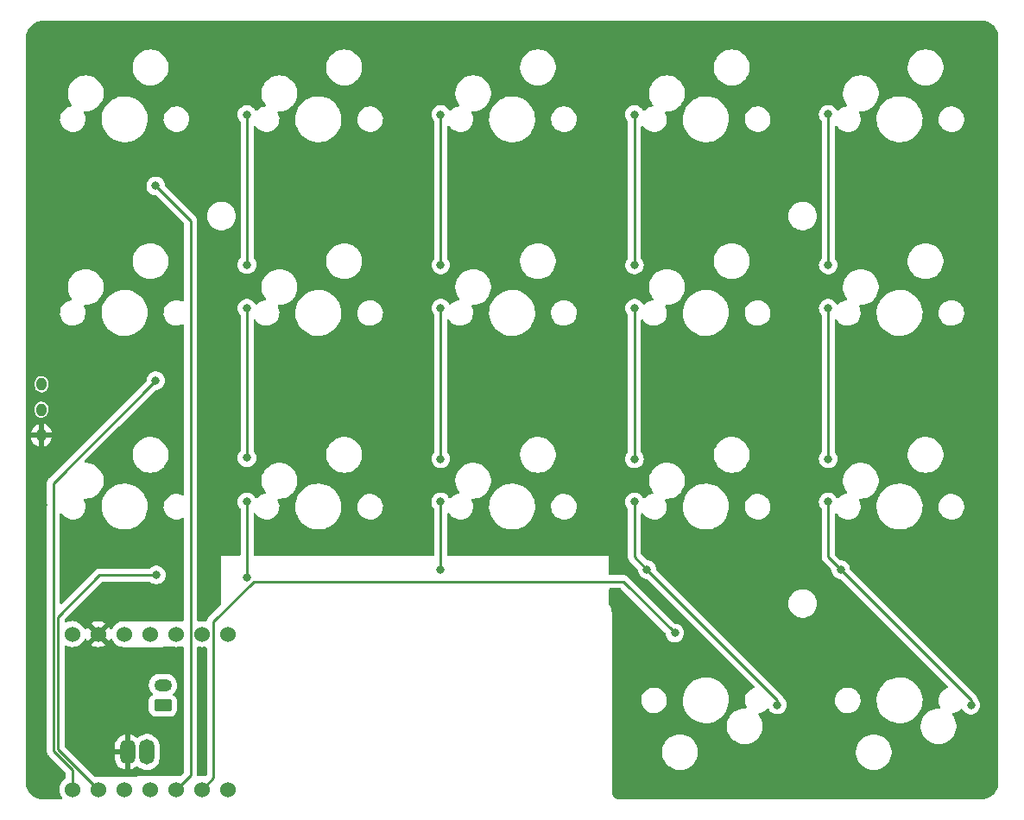
<source format=gtl>
G04 #@! TF.GenerationSoftware,KiCad,Pcbnew,7.0.5*
G04 #@! TF.CreationDate,2023-09-30T13:53:55+09:00*
G04 #@! TF.ProjectId,thorium_pcbl,74686f72-6975-46d5-9f70-63626c2e6b69,rev?*
G04 #@! TF.SameCoordinates,Original*
G04 #@! TF.FileFunction,Copper,L1,Top*
G04 #@! TF.FilePolarity,Positive*
%FSLAX46Y46*%
G04 Gerber Fmt 4.6, Leading zero omitted, Abs format (unit mm)*
G04 Created by KiCad (PCBNEW 7.0.5) date 2023-09-30 13:53:55*
%MOMM*%
%LPD*%
G01*
G04 APERTURE LIST*
G04 Aperture macros list*
%AMRoundRect*
0 Rectangle with rounded corners*
0 $1 Rounding radius*
0 $2 $3 $4 $5 $6 $7 $8 $9 X,Y pos of 4 corners*
0 Add a 4 corners polygon primitive as box body*
4,1,4,$2,$3,$4,$5,$6,$7,$8,$9,$2,$3,0*
0 Add four circle primitives for the rounded corners*
1,1,$1+$1,$2,$3*
1,1,$1+$1,$4,$5*
1,1,$1+$1,$6,$7*
1,1,$1+$1,$8,$9*
0 Add four rect primitives between the rounded corners*
20,1,$1+$1,$2,$3,$4,$5,0*
20,1,$1+$1,$4,$5,$6,$7,0*
20,1,$1+$1,$6,$7,$8,$9,0*
20,1,$1+$1,$8,$9,$2,$3,0*%
G04 Aperture macros list end*
G04 #@! TA.AperFunction,ComponentPad*
%ADD10C,1.524000*%
G04 #@! TD*
G04 #@! TA.AperFunction,ComponentPad*
%ADD11O,1.500000X2.500000*%
G04 #@! TD*
G04 #@! TA.AperFunction,ComponentPad*
%ADD12O,1.750000X1.200000*%
G04 #@! TD*
G04 #@! TA.AperFunction,ComponentPad*
%ADD13RoundRect,0.250000X0.625000X-0.350000X0.625000X0.350000X-0.625000X0.350000X-0.625000X-0.350000X0*%
G04 #@! TD*
G04 #@! TA.AperFunction,ComponentPad*
%ADD14O,1.000000X1.300000*%
G04 #@! TD*
G04 #@! TA.AperFunction,ViaPad*
%ADD15C,0.800000*%
G04 #@! TD*
G04 #@! TA.AperFunction,Conductor*
%ADD16C,0.250000*%
G04 #@! TD*
G04 APERTURE END LIST*
D10*
X35380000Y-106240000D03*
X37920000Y-106240000D03*
X40460000Y-106240000D03*
X43000000Y-106240000D03*
X45540000Y-106240000D03*
X48080000Y-106240000D03*
X50620000Y-106240000D03*
X50620000Y-91000000D03*
X48080000Y-91000000D03*
X45540000Y-91000000D03*
X43000000Y-91000000D03*
X40460000Y-91000000D03*
X37920000Y-91000000D03*
X35380000Y-91000000D03*
D11*
X42683000Y-102565000D03*
X40778000Y-102565000D03*
D12*
X44250000Y-96000000D03*
D13*
X44250000Y-98000000D03*
D14*
X32350000Y-71500000D03*
X32350000Y-69000000D03*
X32350000Y-66500000D03*
D15*
X43550000Y-47040000D03*
X43550000Y-66150000D03*
X43610000Y-85210000D03*
X94460000Y-90890000D03*
X52500000Y-54760000D03*
X52500000Y-59030000D03*
X52500000Y-73720000D03*
X52500000Y-78030000D03*
X52500000Y-40030000D03*
X52500000Y-85420000D03*
X71500000Y-73810000D03*
X71500000Y-40030000D03*
X71490000Y-78030000D03*
X71490000Y-84671375D03*
X71500000Y-54810000D03*
X71500000Y-59030000D03*
X90500000Y-59030000D03*
X104500000Y-97940000D03*
X90500000Y-78030000D03*
X90500000Y-54810000D03*
X91740000Y-84671375D03*
X90500000Y-40030000D03*
X90500000Y-73810000D03*
X110720000Y-84671375D03*
X109500000Y-78030000D03*
X109500000Y-73810000D03*
X123500000Y-97970000D03*
X109500000Y-54810000D03*
X109500000Y-59030000D03*
X109500000Y-40020000D03*
X31300000Y-92820000D03*
X49360000Y-85140000D03*
X99100000Y-42760000D03*
X99140000Y-61650000D03*
X80040000Y-42750000D03*
X99090000Y-80720000D03*
X32530000Y-78320000D03*
X61130000Y-61660000D03*
X95930000Y-95220000D03*
X121440000Y-57430000D03*
X100510000Y-78660000D03*
X34790000Y-86850000D03*
X64470000Y-38360000D03*
X100530000Y-59590000D03*
X48200000Y-88540000D03*
X62540000Y-78690000D03*
X102620000Y-76350000D03*
X119500000Y-78580000D03*
X42010000Y-42860000D03*
X81480000Y-40510000D03*
X113480000Y-97230000D03*
X31770000Y-63770000D03*
X61110000Y-80670000D03*
X80120000Y-80700000D03*
X118080000Y-80800000D03*
X121650000Y-38310000D03*
X42120000Y-61690000D03*
X48000000Y-104480000D03*
X88790000Y-87220000D03*
X111290000Y-99620000D03*
X45660000Y-76340000D03*
X119590000Y-59560000D03*
X42120000Y-80680000D03*
X117990000Y-61880000D03*
X70250000Y-82650000D03*
X62440000Y-40520000D03*
X102400000Y-38360000D03*
X43540000Y-78710000D03*
X114910000Y-95270000D03*
X61050000Y-42820000D03*
X94440000Y-97320000D03*
X35860000Y-89260000D03*
X45550000Y-38380000D03*
X119560000Y-40570000D03*
X62510000Y-59600000D03*
X53620000Y-82800000D03*
X64630000Y-57360000D03*
X121700000Y-76370000D03*
X102540000Y-57350000D03*
X64650000Y-76350000D03*
X118090000Y-42740000D03*
X45590000Y-57360000D03*
X81550000Y-59550000D03*
X33680000Y-106680000D03*
X83430000Y-38370000D03*
X80140000Y-61640000D03*
X43530000Y-40490000D03*
X81510000Y-78730000D03*
X83520000Y-76340000D03*
X100470000Y-40540000D03*
X92400000Y-99600000D03*
X48050000Y-92760000D03*
X72800000Y-82650000D03*
X43520000Y-59690000D03*
X83560000Y-57410000D03*
D16*
X46955000Y-50445000D02*
X46955000Y-104825000D01*
X46955000Y-104825000D02*
X45540000Y-106240000D01*
X43550000Y-47040000D02*
X46955000Y-50445000D01*
X35380000Y-104336396D02*
X33510000Y-102466396D01*
X35380000Y-106240000D02*
X35380000Y-104336396D01*
X33510000Y-102466396D02*
X33510000Y-76190000D01*
X33510000Y-76190000D02*
X43550000Y-66150000D01*
X33960000Y-102280000D02*
X37920000Y-106240000D01*
X38060000Y-85210000D02*
X33960000Y-89310000D01*
X43610000Y-85210000D02*
X38060000Y-85210000D01*
X33960000Y-89310000D02*
X33960000Y-102280000D01*
X53150000Y-85840000D02*
X49200000Y-89790000D01*
X89410000Y-85840000D02*
X53150000Y-85840000D01*
X49200000Y-105120000D02*
X48080000Y-106240000D01*
X94460000Y-90890000D02*
X89410000Y-85840000D01*
X49200000Y-89790000D02*
X49200000Y-105120000D01*
X52500000Y-59030000D02*
X52500000Y-73720000D01*
X52500000Y-85420000D02*
X52500000Y-78030000D01*
X52500000Y-40030000D02*
X52500000Y-54760000D01*
X71490000Y-84671375D02*
X71490000Y-78030000D01*
X71500000Y-59030000D02*
X71500000Y-73810000D01*
X71500000Y-40030000D02*
X71500000Y-54810000D01*
X91740000Y-84690000D02*
X104500000Y-97450000D01*
X91740000Y-84671375D02*
X90500000Y-83431375D01*
X90500000Y-83431375D02*
X90500000Y-78030000D01*
X104500000Y-97450000D02*
X104500000Y-97940000D01*
X91740000Y-84671375D02*
X91740000Y-84690000D01*
X90500000Y-40030000D02*
X90500000Y-54810000D01*
X90500000Y-59030000D02*
X90500000Y-73810000D01*
X110720000Y-84671375D02*
X109500000Y-83451375D01*
X110721375Y-84671375D02*
X123500000Y-97450000D01*
X110720000Y-84671375D02*
X110721375Y-84671375D01*
X109500000Y-83451375D02*
X109500000Y-78030000D01*
X109500000Y-40020000D02*
X109500000Y-54810000D01*
X123500000Y-97450000D02*
X123500000Y-97970000D01*
X109500000Y-59030000D02*
X109500000Y-73810000D01*
G04 #@! TA.AperFunction,Conductor*
G36*
X124443033Y-30800522D02*
G01*
X124452523Y-30800518D01*
X124452526Y-30800519D01*
X124497930Y-30800500D01*
X124502318Y-30800656D01*
X124730004Y-30816857D01*
X124733146Y-30817081D01*
X124750668Y-30819594D01*
X124970298Y-30867304D01*
X124987275Y-30872284D01*
X125045588Y-30894020D01*
X125197870Y-30950781D01*
X125213971Y-30958131D01*
X125411241Y-31065810D01*
X125426132Y-31075377D01*
X125449626Y-31092962D01*
X125606064Y-31210053D01*
X125619441Y-31221644D01*
X125778355Y-31380558D01*
X125789946Y-31393935D01*
X125924620Y-31573864D01*
X125934189Y-31588758D01*
X126041868Y-31786028D01*
X126049218Y-31802129D01*
X126127713Y-32012720D01*
X126132696Y-32029706D01*
X126180405Y-32249331D01*
X126182918Y-32266853D01*
X126199342Y-32497665D01*
X126199499Y-32502091D01*
X126199477Y-32557126D01*
X126199500Y-32557415D01*
X126199500Y-105442739D01*
X126199477Y-105443033D01*
X126199499Y-105497907D01*
X126199342Y-105502334D01*
X126182918Y-105733146D01*
X126180405Y-105750668D01*
X126132696Y-105970293D01*
X126127713Y-105987279D01*
X126049218Y-106197870D01*
X126041868Y-106213971D01*
X125934189Y-106411241D01*
X125924620Y-106426135D01*
X125789946Y-106606064D01*
X125778355Y-106619441D01*
X125619441Y-106778355D01*
X125606064Y-106789946D01*
X125426135Y-106924620D01*
X125411241Y-106934189D01*
X125213971Y-107041868D01*
X125197870Y-107049218D01*
X124987279Y-107127713D01*
X124970293Y-107132696D01*
X124750668Y-107180405D01*
X124733146Y-107182918D01*
X124502334Y-107199342D01*
X124497907Y-107199499D01*
X124443033Y-107199477D01*
X124442739Y-107199500D01*
X89003049Y-107199500D01*
X88996968Y-107199201D01*
X88875688Y-107187256D01*
X88851848Y-107182514D01*
X88743997Y-107149798D01*
X88721541Y-107140496D01*
X88622150Y-107087370D01*
X88601940Y-107073866D01*
X88514820Y-107002369D01*
X88497630Y-106985179D01*
X88426133Y-106898059D01*
X88412629Y-106877849D01*
X88412537Y-106877677D01*
X88359501Y-106778453D01*
X88350201Y-106756002D01*
X88325993Y-106676197D01*
X88317483Y-106648145D01*
X88312744Y-106624317D01*
X88300799Y-106503031D01*
X88300500Y-106496951D01*
X88300500Y-102711187D01*
X93209500Y-102711187D01*
X93224730Y-102812223D01*
X93248604Y-102970615D01*
X93248605Y-102970617D01*
X93248606Y-102970623D01*
X93325938Y-103221326D01*
X93439767Y-103457696D01*
X93439768Y-103457697D01*
X93439770Y-103457700D01*
X93439772Y-103457704D01*
X93545826Y-103613256D01*
X93587567Y-103674479D01*
X93766014Y-103866801D01*
X93766018Y-103866804D01*
X93766019Y-103866805D01*
X93971143Y-104030386D01*
X94198357Y-104161568D01*
X94442584Y-104257420D01*
X94698370Y-104315802D01*
X94698376Y-104315802D01*
X94698379Y-104315803D01*
X94894484Y-104330499D01*
X94894503Y-104330499D01*
X94894506Y-104330500D01*
X94894508Y-104330500D01*
X95025492Y-104330500D01*
X95025494Y-104330500D01*
X95025496Y-104330499D01*
X95025515Y-104330499D01*
X95221620Y-104315803D01*
X95221622Y-104315802D01*
X95221630Y-104315802D01*
X95477416Y-104257420D01*
X95721643Y-104161568D01*
X95948857Y-104030386D01*
X96153981Y-103866805D01*
X96332433Y-103674479D01*
X96480228Y-103457704D01*
X96594063Y-103221323D01*
X96671396Y-102970615D01*
X96710499Y-102711187D01*
X112209500Y-102711187D01*
X112224730Y-102812223D01*
X112248604Y-102970615D01*
X112248605Y-102970617D01*
X112248606Y-102970623D01*
X112325938Y-103221326D01*
X112439767Y-103457696D01*
X112439768Y-103457697D01*
X112439770Y-103457700D01*
X112439772Y-103457704D01*
X112545826Y-103613256D01*
X112587567Y-103674479D01*
X112766014Y-103866801D01*
X112766018Y-103866804D01*
X112766019Y-103866805D01*
X112971143Y-104030386D01*
X113198357Y-104161568D01*
X113442584Y-104257420D01*
X113698370Y-104315802D01*
X113698376Y-104315802D01*
X113698379Y-104315803D01*
X113894484Y-104330499D01*
X113894503Y-104330499D01*
X113894506Y-104330500D01*
X113894508Y-104330500D01*
X114025492Y-104330500D01*
X114025494Y-104330500D01*
X114025496Y-104330499D01*
X114025515Y-104330499D01*
X114221620Y-104315803D01*
X114221622Y-104315802D01*
X114221630Y-104315802D01*
X114477416Y-104257420D01*
X114721643Y-104161568D01*
X114948857Y-104030386D01*
X115153981Y-103866805D01*
X115332433Y-103674479D01*
X115480228Y-103457704D01*
X115594063Y-103221323D01*
X115671396Y-102970615D01*
X115710500Y-102711182D01*
X115710500Y-102448818D01*
X115671396Y-102189385D01*
X115594063Y-101938677D01*
X115522705Y-101790500D01*
X115480232Y-101702303D01*
X115480231Y-101702302D01*
X115480230Y-101702301D01*
X115480228Y-101702296D01*
X115332433Y-101485521D01*
X115322441Y-101474753D01*
X115153985Y-101293198D01*
X115079304Y-101233642D01*
X114948857Y-101129614D01*
X114721643Y-100998432D01*
X114477416Y-100902580D01*
X114477411Y-100902578D01*
X114477402Y-100902576D01*
X114259818Y-100852914D01*
X114221630Y-100844198D01*
X114221629Y-100844197D01*
X114221625Y-100844197D01*
X114221620Y-100844196D01*
X114025515Y-100829500D01*
X114025494Y-100829500D01*
X113894506Y-100829500D01*
X113894484Y-100829500D01*
X113698379Y-100844196D01*
X113698374Y-100844197D01*
X113442597Y-100902576D01*
X113442578Y-100902582D01*
X113198356Y-100998432D01*
X112971143Y-101129614D01*
X112766014Y-101293198D01*
X112587567Y-101485520D01*
X112439768Y-101702302D01*
X112439767Y-101702303D01*
X112325938Y-101938673D01*
X112248606Y-102189376D01*
X112248605Y-102189381D01*
X112248604Y-102189385D01*
X112233853Y-102287247D01*
X112209500Y-102448812D01*
X112209500Y-102711187D01*
X96710499Y-102711187D01*
X96710500Y-102711182D01*
X96710500Y-102448818D01*
X96671396Y-102189385D01*
X96594063Y-101938677D01*
X96522705Y-101790500D01*
X96480232Y-101702303D01*
X96480231Y-101702302D01*
X96480230Y-101702301D01*
X96480228Y-101702296D01*
X96332433Y-101485521D01*
X96322441Y-101474753D01*
X96153985Y-101293198D01*
X96079304Y-101233642D01*
X95948857Y-101129614D01*
X95721643Y-100998432D01*
X95477416Y-100902580D01*
X95477411Y-100902578D01*
X95477402Y-100902576D01*
X95259818Y-100852914D01*
X95221630Y-100844198D01*
X95221629Y-100844197D01*
X95221625Y-100844197D01*
X95221620Y-100844196D01*
X95025515Y-100829500D01*
X95025494Y-100829500D01*
X94894506Y-100829500D01*
X94894484Y-100829500D01*
X94698379Y-100844196D01*
X94698374Y-100844197D01*
X94442597Y-100902576D01*
X94442578Y-100902582D01*
X94198356Y-100998432D01*
X93971143Y-101129614D01*
X93766014Y-101293198D01*
X93587567Y-101485520D01*
X93439768Y-101702302D01*
X93439767Y-101702303D01*
X93325938Y-101938673D01*
X93248606Y-102189376D01*
X93248605Y-102189381D01*
X93248604Y-102189385D01*
X93233853Y-102287247D01*
X93209500Y-102448812D01*
X93209500Y-102711187D01*
X88300500Y-102711187D01*
X88300500Y-97556330D01*
X91165710Y-97556330D01*
X91195925Y-97779387D01*
X91195926Y-97779390D01*
X91265483Y-97993465D01*
X91372146Y-98191678D01*
X91372148Y-98191681D01*
X91512489Y-98367663D01*
X91512491Y-98367664D01*
X91512492Y-98367666D01*
X91682004Y-98515765D01*
X91875236Y-98631215D01*
X92085976Y-98710307D01*
X92307450Y-98750500D01*
X92307453Y-98750500D01*
X92476148Y-98750500D01*
X92476155Y-98750500D01*
X92644188Y-98735377D01*
X92659620Y-98731118D01*
X92861160Y-98675496D01*
X92861162Y-98675495D01*
X92861170Y-98675493D01*
X93063973Y-98577829D01*
X93246078Y-98445522D01*
X93401632Y-98282825D01*
X93525635Y-98094968D01*
X93556448Y-98022879D01*
X93614100Y-97887995D01*
X93614099Y-97887995D01*
X93614103Y-97887988D01*
X93664191Y-97668537D01*
X93668375Y-97575373D01*
X95245723Y-97575373D01*
X95275881Y-97875160D01*
X95275882Y-97875162D01*
X95345728Y-98168252D01*
X95345733Y-98168266D01*
X95454020Y-98449427D01*
X95454024Y-98449436D01*
X95598825Y-98713665D01*
X95598829Y-98713671D01*
X95769657Y-98945520D01*
X95777554Y-98956238D01*
X95924809Y-99108498D01*
X95987019Y-99172823D01*
X96223478Y-99359553D01*
X96223480Y-99359554D01*
X96223485Y-99359558D01*
X96482730Y-99513109D01*
X96760128Y-99630736D01*
X97050729Y-99710340D01*
X97349347Y-99750500D01*
X97349351Y-99750500D01*
X97575252Y-99750500D01*
X97739163Y-99739526D01*
X97800634Y-99735412D01*
X98095903Y-99675396D01*
X98380537Y-99576560D01*
X98649459Y-99440668D01*
X98897869Y-99270144D01*
X99121333Y-99068032D01*
X99315865Y-98837939D01*
X99477993Y-98583970D01*
X99604823Y-98310658D01*
X99694093Y-98022879D01*
X99744209Y-97725770D01*
X99754277Y-97424631D01*
X99724118Y-97124838D01*
X99654269Y-96831739D01*
X99545977Y-96550566D01*
X99401175Y-96286335D01*
X99385177Y-96264623D01*
X99324623Y-96182438D01*
X99222446Y-96043762D01*
X99012980Y-95827176D01*
X99012979Y-95827176D01*
X98776521Y-95640446D01*
X98776517Y-95640443D01*
X98776515Y-95640442D01*
X98517270Y-95486891D01*
X98239872Y-95369264D01*
X98239863Y-95369261D01*
X97949272Y-95289660D01*
X97874616Y-95279620D01*
X97650653Y-95249500D01*
X97424756Y-95249500D01*
X97424748Y-95249500D01*
X97199368Y-95264587D01*
X97199359Y-95264589D01*
X96904094Y-95324604D01*
X96619464Y-95423439D01*
X96619459Y-95423441D01*
X96350546Y-95559328D01*
X96102125Y-95729860D01*
X95878665Y-95931969D01*
X95684132Y-96162064D01*
X95522006Y-96416030D01*
X95522005Y-96416032D01*
X95415331Y-96645911D01*
X95395177Y-96689342D01*
X95395176Y-96689346D01*
X95305907Y-96977118D01*
X95255791Y-97274230D01*
X95245723Y-97575373D01*
X93668375Y-97575373D01*
X93674290Y-97443670D01*
X93644075Y-97220613D01*
X93574517Y-97006536D01*
X93467852Y-96808319D01*
X93372971Y-96689342D01*
X93327510Y-96632336D01*
X93241025Y-96556776D01*
X93157996Y-96484235D01*
X92964764Y-96368785D01*
X92801908Y-96307664D01*
X92754023Y-96289692D01*
X92532550Y-96249500D01*
X92532547Y-96249500D01*
X92363845Y-96249500D01*
X92325399Y-96252960D01*
X92195813Y-96264622D01*
X92195807Y-96264623D01*
X91978839Y-96324503D01*
X91978826Y-96324508D01*
X91776033Y-96422167D01*
X91776025Y-96422171D01*
X91593927Y-96554473D01*
X91593925Y-96554474D01*
X91438366Y-96717176D01*
X91314363Y-96905033D01*
X91225899Y-97112004D01*
X91225895Y-97112017D01*
X91175810Y-97331457D01*
X91175808Y-97331468D01*
X91165710Y-97556325D01*
X91165710Y-97556330D01*
X88300500Y-97556330D01*
X88300500Y-88897648D01*
X88268477Y-88695465D01*
X88205218Y-88500776D01*
X88126808Y-88346890D01*
X88112287Y-88318390D01*
X88025631Y-88199117D01*
X88002152Y-88133313D01*
X88001950Y-88126308D01*
X88001331Y-86597549D01*
X88020988Y-86530503D01*
X88073774Y-86484726D01*
X88125331Y-86473500D01*
X89096234Y-86473500D01*
X89163273Y-86493185D01*
X89183915Y-86509819D01*
X93513378Y-90839282D01*
X93546863Y-90900605D01*
X93549018Y-90914001D01*
X93556992Y-90989868D01*
X93566458Y-91079928D01*
X93566459Y-91079931D01*
X93625470Y-91261549D01*
X93625473Y-91261556D01*
X93720960Y-91426944D01*
X93848747Y-91568866D01*
X94003248Y-91681118D01*
X94177712Y-91758794D01*
X94364513Y-91798500D01*
X94555487Y-91798500D01*
X94742288Y-91758794D01*
X94916752Y-91681118D01*
X95071253Y-91568866D01*
X95199040Y-91426944D01*
X95294527Y-91261556D01*
X95353542Y-91079928D01*
X95373504Y-90890000D01*
X95353542Y-90700072D01*
X95294527Y-90518444D01*
X95199040Y-90353056D01*
X95071253Y-90211134D01*
X94916752Y-90098882D01*
X94742288Y-90021206D01*
X94742286Y-90021205D01*
X94555487Y-89981500D01*
X94498767Y-89981500D01*
X94431728Y-89961815D01*
X94411086Y-89945181D01*
X89917088Y-85451183D01*
X89907187Y-85438823D01*
X89906977Y-85438998D01*
X89902001Y-85432984D01*
X89902000Y-85432982D01*
X89851614Y-85385667D01*
X89850239Y-85384334D01*
X89829768Y-85363863D01*
X89827792Y-85362331D01*
X89824183Y-85359531D01*
X89819750Y-85355744D01*
X89785321Y-85323414D01*
X89785319Y-85323412D01*
X89767431Y-85313578D01*
X89751170Y-85302897D01*
X89735039Y-85290384D01*
X89691693Y-85271627D01*
X89686445Y-85269056D01*
X89659251Y-85254106D01*
X89645060Y-85246305D01*
X89641660Y-85245432D01*
X89625287Y-85241228D01*
X89606881Y-85234926D01*
X89588144Y-85226818D01*
X89588146Y-85226818D01*
X89541496Y-85219430D01*
X89535781Y-85218246D01*
X89515612Y-85213068D01*
X89490032Y-85206500D01*
X89490030Y-85206500D01*
X89469616Y-85206500D01*
X89450217Y-85204973D01*
X89430058Y-85201780D01*
X89430057Y-85201780D01*
X89383034Y-85206225D01*
X89377196Y-85206500D01*
X88124718Y-85206500D01*
X88057679Y-85186815D01*
X88011924Y-85134011D01*
X88000718Y-85082550D01*
X88000496Y-84535473D01*
X88000000Y-83310000D01*
X87999999Y-83310000D01*
X87999999Y-83309999D01*
X72247533Y-83314145D01*
X72180488Y-83294478D01*
X72134719Y-83241686D01*
X72123500Y-83190145D01*
X72123500Y-79221722D01*
X72143185Y-79154683D01*
X72195989Y-79108928D01*
X72265147Y-79098984D01*
X72328703Y-79128009D01*
X72356694Y-79162963D01*
X72372144Y-79191674D01*
X72372148Y-79191681D01*
X72512489Y-79367663D01*
X72512491Y-79367664D01*
X72512492Y-79367666D01*
X72682004Y-79515765D01*
X72875236Y-79631215D01*
X73034136Y-79690851D01*
X73085976Y-79710307D01*
X73307450Y-79750500D01*
X73307453Y-79750500D01*
X73476148Y-79750500D01*
X73476155Y-79750500D01*
X73644188Y-79735377D01*
X73644192Y-79735376D01*
X73861160Y-79675496D01*
X73861162Y-79675495D01*
X73861170Y-79675493D01*
X74063973Y-79577829D01*
X74246078Y-79445522D01*
X74401632Y-79282825D01*
X74525635Y-79094968D01*
X74556448Y-79022879D01*
X74614100Y-78887995D01*
X74614099Y-78887995D01*
X74614103Y-78887988D01*
X74664191Y-78668537D01*
X74668375Y-78575373D01*
X76245723Y-78575373D01*
X76275881Y-78875160D01*
X76275882Y-78875162D01*
X76345728Y-79168252D01*
X76345730Y-79168259D01*
X76345731Y-79168261D01*
X76354748Y-79191674D01*
X76454020Y-79449427D01*
X76454024Y-79449436D01*
X76598825Y-79713665D01*
X76598829Y-79713671D01*
X76777551Y-79956234D01*
X76777554Y-79956238D01*
X76777561Y-79956245D01*
X76987019Y-80172823D01*
X77223478Y-80359553D01*
X77223480Y-80359554D01*
X77223485Y-80359558D01*
X77482730Y-80513109D01*
X77760128Y-80630736D01*
X78050729Y-80710340D01*
X78349347Y-80750500D01*
X78349351Y-80750500D01*
X78575252Y-80750500D01*
X78739163Y-80739526D01*
X78800634Y-80735412D01*
X79095903Y-80675396D01*
X79380537Y-80576560D01*
X79649459Y-80440668D01*
X79897869Y-80270144D01*
X80121333Y-80068032D01*
X80315865Y-79837939D01*
X80477993Y-79583970D01*
X80604823Y-79310658D01*
X80694093Y-79022879D01*
X80744209Y-78725770D01*
X80749874Y-78556330D01*
X82325710Y-78556330D01*
X82355925Y-78779387D01*
X82355926Y-78779390D01*
X82425483Y-78993465D01*
X82532146Y-79191678D01*
X82532148Y-79191681D01*
X82672489Y-79367663D01*
X82672491Y-79367664D01*
X82672492Y-79367666D01*
X82842004Y-79515765D01*
X83035236Y-79631215D01*
X83194136Y-79690851D01*
X83245976Y-79710307D01*
X83467450Y-79750500D01*
X83467453Y-79750500D01*
X83636148Y-79750500D01*
X83636155Y-79750500D01*
X83804188Y-79735377D01*
X83804192Y-79735376D01*
X84021160Y-79675496D01*
X84021162Y-79675495D01*
X84021170Y-79675493D01*
X84223973Y-79577829D01*
X84406078Y-79445522D01*
X84561632Y-79282825D01*
X84685635Y-79094968D01*
X84716448Y-79022879D01*
X84774100Y-78887995D01*
X84774099Y-78887995D01*
X84774103Y-78887988D01*
X84824191Y-78668537D01*
X84834290Y-78443670D01*
X84804075Y-78220613D01*
X84742141Y-78030000D01*
X89586496Y-78030000D01*
X89606458Y-78219928D01*
X89606459Y-78219931D01*
X89665470Y-78401549D01*
X89665473Y-78401556D01*
X89760960Y-78566944D01*
X89768550Y-78575373D01*
X89834649Y-78648784D01*
X89864879Y-78711775D01*
X89866499Y-78731756D01*
X89866500Y-83347741D01*
X89864761Y-83363488D01*
X89865032Y-83363514D01*
X89864297Y-83371281D01*
X89866469Y-83440365D01*
X89866500Y-83442313D01*
X89866500Y-83471234D01*
X89867384Y-83478231D01*
X89867842Y-83484054D01*
X89869326Y-83531264D01*
X89869327Y-83531266D01*
X89875022Y-83550870D01*
X89878967Y-83569917D01*
X89881526Y-83590172D01*
X89881527Y-83590175D01*
X89881528Y-83590178D01*
X89898914Y-83634091D01*
X89900806Y-83639619D01*
X89913981Y-83684967D01*
X89924372Y-83702537D01*
X89932932Y-83720010D01*
X89940447Y-83738992D01*
X89968209Y-83777202D01*
X89971416Y-83782085D01*
X89995458Y-83822737D01*
X89995462Y-83822741D01*
X90009889Y-83837168D01*
X90022526Y-83851963D01*
X90034528Y-83868482D01*
X90070931Y-83898597D01*
X90075231Y-83902510D01*
X90654163Y-84481443D01*
X90793379Y-84620659D01*
X90826864Y-84681982D01*
X90829018Y-84695374D01*
X90846458Y-84861303D01*
X90846459Y-84861306D01*
X90905470Y-85042924D01*
X90905473Y-85042931D01*
X91000960Y-85208319D01*
X91128747Y-85350241D01*
X91283248Y-85462493D01*
X91457712Y-85540169D01*
X91644513Y-85579875D01*
X91682609Y-85579875D01*
X91749648Y-85599560D01*
X91770290Y-85616194D01*
X102254548Y-96100452D01*
X102288033Y-96161775D01*
X102283049Y-96231467D01*
X102241177Y-96287400D01*
X102199856Y-96307664D01*
X102138839Y-96324503D01*
X102138826Y-96324508D01*
X101936033Y-96422167D01*
X101936025Y-96422171D01*
X101753927Y-96554473D01*
X101753925Y-96554474D01*
X101598366Y-96717176D01*
X101474363Y-96905033D01*
X101385899Y-97112004D01*
X101385895Y-97112017D01*
X101335810Y-97331457D01*
X101335808Y-97331468D01*
X101325710Y-97556325D01*
X101325710Y-97556330D01*
X101355925Y-97779387D01*
X101408111Y-97940000D01*
X101425484Y-97993466D01*
X101425484Y-97993468D01*
X101486439Y-98106741D01*
X101500873Y-98175103D01*
X101476055Y-98240417D01*
X101419866Y-98281945D01*
X101377245Y-98289500D01*
X101244484Y-98289500D01*
X101048379Y-98304196D01*
X101048374Y-98304197D01*
X100792597Y-98362576D01*
X100792578Y-98362582D01*
X100548356Y-98458432D01*
X100321143Y-98589614D01*
X100116014Y-98753198D01*
X99937567Y-98945520D01*
X99789768Y-99162302D01*
X99789767Y-99162303D01*
X99675938Y-99398673D01*
X99598606Y-99649376D01*
X99598605Y-99649381D01*
X99598604Y-99649385D01*
X99585638Y-99735410D01*
X99559500Y-99908812D01*
X99559500Y-100171187D01*
X99579794Y-100305823D01*
X99598604Y-100430615D01*
X99598605Y-100430617D01*
X99598606Y-100430623D01*
X99675938Y-100681326D01*
X99789767Y-100917696D01*
X99789768Y-100917697D01*
X99789770Y-100917700D01*
X99789772Y-100917704D01*
X99898439Y-101077089D01*
X99937567Y-101134479D01*
X100116014Y-101326801D01*
X100116018Y-101326804D01*
X100116019Y-101326805D01*
X100321143Y-101490386D01*
X100548357Y-101621568D01*
X100792584Y-101717420D01*
X101048370Y-101775802D01*
X101048376Y-101775802D01*
X101048379Y-101775803D01*
X101244484Y-101790499D01*
X101244503Y-101790499D01*
X101244506Y-101790500D01*
X101244508Y-101790500D01*
X101375492Y-101790500D01*
X101375494Y-101790500D01*
X101375496Y-101790499D01*
X101375515Y-101790499D01*
X101571620Y-101775803D01*
X101571622Y-101775802D01*
X101571630Y-101775802D01*
X101827416Y-101717420D01*
X102071643Y-101621568D01*
X102298857Y-101490386D01*
X102503981Y-101326805D01*
X102535167Y-101293195D01*
X102633644Y-101187061D01*
X102682433Y-101134479D01*
X102830228Y-100917704D01*
X102944063Y-100681323D01*
X103021396Y-100430615D01*
X103060500Y-100171182D01*
X103060500Y-99908818D01*
X103021396Y-99649385D01*
X102944063Y-99398677D01*
X102882165Y-99270144D01*
X102830232Y-99162303D01*
X102830231Y-99162302D01*
X102830230Y-99162301D01*
X102830228Y-99162296D01*
X102682433Y-98945521D01*
X102682432Y-98945520D01*
X102682428Y-98945514D01*
X102679542Y-98941896D01*
X102680736Y-98940943D01*
X102652528Y-98884355D01*
X102660112Y-98814898D01*
X102704043Y-98760568D01*
X102763479Y-98739040D01*
X102804188Y-98735377D01*
X102819620Y-98731118D01*
X103021160Y-98675496D01*
X103021162Y-98675495D01*
X103021170Y-98675493D01*
X103223973Y-98577829D01*
X103406072Y-98445526D01*
X103406073Y-98445526D01*
X103406074Y-98445524D01*
X103406078Y-98445522D01*
X103501729Y-98345478D01*
X103562279Y-98310629D01*
X103632065Y-98314048D01*
X103688925Y-98354653D01*
X103698738Y-98369173D01*
X103737631Y-98436537D01*
X103760960Y-98476944D01*
X103888747Y-98618866D01*
X104043248Y-98731118D01*
X104217712Y-98808794D01*
X104404513Y-98848500D01*
X104595487Y-98848500D01*
X104782288Y-98808794D01*
X104956752Y-98731118D01*
X105111253Y-98618866D01*
X105239040Y-98476944D01*
X105334527Y-98311556D01*
X105393542Y-98129928D01*
X105413504Y-97940000D01*
X105393542Y-97750072D01*
X105334527Y-97568444D01*
X105327533Y-97556330D01*
X110165710Y-97556330D01*
X110195925Y-97779387D01*
X110195926Y-97779390D01*
X110265483Y-97993465D01*
X110372146Y-98191678D01*
X110372148Y-98191681D01*
X110512489Y-98367663D01*
X110512491Y-98367664D01*
X110512492Y-98367666D01*
X110682004Y-98515765D01*
X110875236Y-98631215D01*
X111085976Y-98710307D01*
X111307450Y-98750500D01*
X111307453Y-98750500D01*
X111476148Y-98750500D01*
X111476155Y-98750500D01*
X111644188Y-98735377D01*
X111659620Y-98731118D01*
X111861160Y-98675496D01*
X111861162Y-98675495D01*
X111861170Y-98675493D01*
X112063973Y-98577829D01*
X112246078Y-98445522D01*
X112401632Y-98282825D01*
X112525635Y-98094968D01*
X112556448Y-98022879D01*
X112614100Y-97887995D01*
X112614099Y-97887995D01*
X112614103Y-97887988D01*
X112664191Y-97668537D01*
X112668375Y-97575373D01*
X114245723Y-97575373D01*
X114275881Y-97875160D01*
X114275882Y-97875162D01*
X114345728Y-98168252D01*
X114345733Y-98168266D01*
X114454020Y-98449427D01*
X114454024Y-98449436D01*
X114598825Y-98713665D01*
X114598829Y-98713671D01*
X114769657Y-98945520D01*
X114777554Y-98956238D01*
X114924809Y-99108498D01*
X114987019Y-99172823D01*
X115223478Y-99359553D01*
X115223480Y-99359554D01*
X115223485Y-99359558D01*
X115482730Y-99513109D01*
X115760128Y-99630736D01*
X116050729Y-99710340D01*
X116349347Y-99750500D01*
X116349351Y-99750500D01*
X116575252Y-99750500D01*
X116739163Y-99739526D01*
X116800634Y-99735412D01*
X117095903Y-99675396D01*
X117380537Y-99576560D01*
X117649459Y-99440668D01*
X117897869Y-99270144D01*
X118121333Y-99068032D01*
X118315865Y-98837939D01*
X118477993Y-98583970D01*
X118604823Y-98310658D01*
X118694093Y-98022879D01*
X118744209Y-97725770D01*
X118754277Y-97424631D01*
X118724118Y-97124838D01*
X118654269Y-96831739D01*
X118545977Y-96550566D01*
X118401175Y-96286335D01*
X118385177Y-96264623D01*
X118324623Y-96182438D01*
X118222446Y-96043762D01*
X118012980Y-95827176D01*
X117776521Y-95640446D01*
X117776517Y-95640443D01*
X117776515Y-95640442D01*
X117517270Y-95486891D01*
X117239872Y-95369264D01*
X117239863Y-95369261D01*
X116949272Y-95289660D01*
X116874616Y-95279620D01*
X116650653Y-95249500D01*
X116424756Y-95249500D01*
X116424748Y-95249500D01*
X116199368Y-95264587D01*
X116199359Y-95264589D01*
X115904094Y-95324604D01*
X115619464Y-95423439D01*
X115619459Y-95423441D01*
X115350546Y-95559328D01*
X115102125Y-95729860D01*
X114878665Y-95931969D01*
X114684132Y-96162064D01*
X114522006Y-96416030D01*
X114522005Y-96416032D01*
X114415331Y-96645911D01*
X114395177Y-96689342D01*
X114395176Y-96689346D01*
X114305907Y-96977118D01*
X114255791Y-97274230D01*
X114245723Y-97575373D01*
X112668375Y-97575373D01*
X112674290Y-97443670D01*
X112644075Y-97220613D01*
X112574517Y-97006536D01*
X112467852Y-96808319D01*
X112372971Y-96689342D01*
X112327510Y-96632336D01*
X112241025Y-96556776D01*
X112157996Y-96484235D01*
X111964764Y-96368785D01*
X111801908Y-96307664D01*
X111754023Y-96289692D01*
X111532550Y-96249500D01*
X111532547Y-96249500D01*
X111363845Y-96249500D01*
X111325399Y-96252960D01*
X111195813Y-96264622D01*
X111195807Y-96264623D01*
X110978839Y-96324503D01*
X110978826Y-96324508D01*
X110776033Y-96422167D01*
X110776025Y-96422171D01*
X110593927Y-96554473D01*
X110593925Y-96554474D01*
X110438366Y-96717176D01*
X110314363Y-96905033D01*
X110225899Y-97112004D01*
X110225895Y-97112017D01*
X110175810Y-97331457D01*
X110175808Y-97331468D01*
X110165710Y-97556325D01*
X110165710Y-97556330D01*
X105327533Y-97556330D01*
X105239040Y-97403056D01*
X105120761Y-97271694D01*
X105093836Y-97223318D01*
X105086018Y-97196407D01*
X105075622Y-97178829D01*
X105067066Y-97161362D01*
X105059552Y-97142383D01*
X105031794Y-97104179D01*
X105028587Y-97099296D01*
X105018873Y-97082871D01*
X105004542Y-97058638D01*
X104990108Y-97044204D01*
X104977471Y-97029409D01*
X104965472Y-97012893D01*
X104965470Y-97012890D01*
X104929073Y-96982781D01*
X104924751Y-96978847D01*
X95945911Y-88000006D01*
X105594700Y-88000006D01*
X105613864Y-88231297D01*
X105613866Y-88231308D01*
X105670842Y-88456300D01*
X105764075Y-88668848D01*
X105891016Y-88863147D01*
X105891019Y-88863151D01*
X105891021Y-88863153D01*
X106048216Y-89033913D01*
X106048219Y-89033915D01*
X106048222Y-89033918D01*
X106231365Y-89176464D01*
X106231371Y-89176468D01*
X106231374Y-89176470D01*
X106435497Y-89286936D01*
X106549487Y-89326068D01*
X106655015Y-89362297D01*
X106655017Y-89362297D01*
X106655019Y-89362298D01*
X106883951Y-89400500D01*
X106883952Y-89400500D01*
X107116048Y-89400500D01*
X107116049Y-89400500D01*
X107344981Y-89362298D01*
X107564503Y-89286936D01*
X107768626Y-89176470D01*
X107951784Y-89033913D01*
X108108979Y-88863153D01*
X108235924Y-88668849D01*
X108329157Y-88456300D01*
X108386134Y-88231305D01*
X108394836Y-88126284D01*
X108405300Y-88000006D01*
X108405300Y-87999993D01*
X108386135Y-87768702D01*
X108386133Y-87768691D01*
X108329157Y-87543699D01*
X108235924Y-87331151D01*
X108108983Y-87136852D01*
X108108980Y-87136849D01*
X108108979Y-87136847D01*
X107951784Y-86966087D01*
X107951779Y-86966083D01*
X107951777Y-86966081D01*
X107768634Y-86823535D01*
X107768628Y-86823531D01*
X107564504Y-86713064D01*
X107564495Y-86713061D01*
X107344984Y-86637702D01*
X107173282Y-86609050D01*
X107116049Y-86599500D01*
X106883951Y-86599500D01*
X106838164Y-86607140D01*
X106655015Y-86637702D01*
X106435504Y-86713061D01*
X106435495Y-86713064D01*
X106231371Y-86823531D01*
X106231365Y-86823535D01*
X106048222Y-86966081D01*
X106048219Y-86966084D01*
X105891016Y-87136852D01*
X105764075Y-87331151D01*
X105670842Y-87543699D01*
X105613866Y-87768691D01*
X105613864Y-87768702D01*
X105594700Y-87999993D01*
X105594700Y-88000006D01*
X95945911Y-88000006D01*
X92688808Y-84742903D01*
X92655323Y-84681580D01*
X92653169Y-84668195D01*
X92633542Y-84481447D01*
X92574527Y-84299819D01*
X92479040Y-84134431D01*
X92351253Y-83992509D01*
X92196752Y-83880257D01*
X92022288Y-83802581D01*
X92022286Y-83802580D01*
X91835487Y-83762875D01*
X91778766Y-83762875D01*
X91711727Y-83743190D01*
X91691085Y-83726556D01*
X91169819Y-83205289D01*
X91136334Y-83143966D01*
X91133500Y-83117608D01*
X91133500Y-79240305D01*
X91153185Y-79173266D01*
X91205989Y-79127511D01*
X91275147Y-79117567D01*
X91338703Y-79146592D01*
X91366695Y-79181547D01*
X91372147Y-79191679D01*
X91372148Y-79191681D01*
X91512489Y-79367663D01*
X91512491Y-79367664D01*
X91512492Y-79367666D01*
X91682004Y-79515765D01*
X91875236Y-79631215D01*
X92034136Y-79690851D01*
X92085976Y-79710307D01*
X92307450Y-79750500D01*
X92307453Y-79750500D01*
X92476148Y-79750500D01*
X92476155Y-79750500D01*
X92644188Y-79735377D01*
X92644192Y-79735376D01*
X92861160Y-79675496D01*
X92861162Y-79675495D01*
X92861170Y-79675493D01*
X93063973Y-79577829D01*
X93246078Y-79445522D01*
X93401632Y-79282825D01*
X93525635Y-79094968D01*
X93556448Y-79022879D01*
X93614100Y-78887995D01*
X93614099Y-78887995D01*
X93614103Y-78887988D01*
X93664191Y-78668537D01*
X93668375Y-78575373D01*
X95245723Y-78575373D01*
X95275881Y-78875160D01*
X95275882Y-78875162D01*
X95345728Y-79168252D01*
X95345730Y-79168259D01*
X95345731Y-79168261D01*
X95354748Y-79191674D01*
X95454020Y-79449427D01*
X95454024Y-79449436D01*
X95598825Y-79713665D01*
X95598829Y-79713671D01*
X95777551Y-79956234D01*
X95777554Y-79956238D01*
X95777561Y-79956245D01*
X95987019Y-80172823D01*
X96223478Y-80359553D01*
X96223480Y-80359554D01*
X96223485Y-80359558D01*
X96482730Y-80513109D01*
X96760128Y-80630736D01*
X97050729Y-80710340D01*
X97349347Y-80750500D01*
X97349351Y-80750500D01*
X97575252Y-80750500D01*
X97739163Y-80739526D01*
X97800634Y-80735412D01*
X98095903Y-80675396D01*
X98380537Y-80576560D01*
X98649459Y-80440668D01*
X98897869Y-80270144D01*
X99121333Y-80068032D01*
X99315865Y-79837939D01*
X99477993Y-79583970D01*
X99604823Y-79310658D01*
X99694093Y-79022879D01*
X99744209Y-78725770D01*
X99749874Y-78556330D01*
X101325710Y-78556330D01*
X101355925Y-78779387D01*
X101355926Y-78779390D01*
X101425483Y-78993465D01*
X101532146Y-79191678D01*
X101532148Y-79191681D01*
X101672489Y-79367663D01*
X101672491Y-79367664D01*
X101672492Y-79367666D01*
X101842004Y-79515765D01*
X102035236Y-79631215D01*
X102194136Y-79690851D01*
X102245976Y-79710307D01*
X102467450Y-79750500D01*
X102467453Y-79750500D01*
X102636148Y-79750500D01*
X102636155Y-79750500D01*
X102804188Y-79735377D01*
X102804192Y-79735376D01*
X103021160Y-79675496D01*
X103021162Y-79675495D01*
X103021170Y-79675493D01*
X103223973Y-79577829D01*
X103406078Y-79445522D01*
X103561632Y-79282825D01*
X103685635Y-79094968D01*
X103716448Y-79022879D01*
X103774100Y-78887995D01*
X103774099Y-78887995D01*
X103774103Y-78887988D01*
X103824191Y-78668537D01*
X103834290Y-78443670D01*
X103804075Y-78220613D01*
X103742141Y-78030000D01*
X108586496Y-78030000D01*
X108606458Y-78219928D01*
X108606459Y-78219931D01*
X108665470Y-78401549D01*
X108665473Y-78401556D01*
X108760958Y-78566942D01*
X108760963Y-78566949D01*
X108814758Y-78626693D01*
X108834648Y-78648784D01*
X108864879Y-78711775D01*
X108866499Y-78731756D01*
X108866499Y-83367748D01*
X108864761Y-83383494D01*
X108865031Y-83383520D01*
X108864297Y-83391280D01*
X108866469Y-83460365D01*
X108866500Y-83462313D01*
X108866500Y-83491234D01*
X108867384Y-83498231D01*
X108867842Y-83504054D01*
X108869326Y-83551264D01*
X108869327Y-83551266D01*
X108875022Y-83570870D01*
X108878967Y-83589917D01*
X108881526Y-83610172D01*
X108881527Y-83610175D01*
X108881528Y-83610178D01*
X108898914Y-83654091D01*
X108900806Y-83659619D01*
X108913981Y-83704967D01*
X108921740Y-83718088D01*
X108922877Y-83720010D01*
X108924372Y-83722537D01*
X108932932Y-83740010D01*
X108940447Y-83758992D01*
X108968209Y-83797202D01*
X108971416Y-83802085D01*
X108971710Y-83802581D01*
X108992164Y-83837168D01*
X108995458Y-83842737D01*
X108995462Y-83842741D01*
X109009889Y-83857168D01*
X109022526Y-83871963D01*
X109034528Y-83888482D01*
X109070931Y-83918597D01*
X109075231Y-83922510D01*
X109452539Y-84299818D01*
X109773378Y-84620657D01*
X109806863Y-84681980D01*
X109809018Y-84695376D01*
X109814185Y-84744532D01*
X109826458Y-84861303D01*
X109826459Y-84861306D01*
X109885470Y-85042924D01*
X109885473Y-85042931D01*
X109980960Y-85208319D01*
X110108747Y-85350241D01*
X110263248Y-85462493D01*
X110437712Y-85540169D01*
X110624513Y-85579875D01*
X110682609Y-85579875D01*
X110749648Y-85599560D01*
X110770290Y-85616194D01*
X121254548Y-96100452D01*
X121288033Y-96161775D01*
X121283049Y-96231467D01*
X121241177Y-96287400D01*
X121199856Y-96307664D01*
X121138839Y-96324503D01*
X121138826Y-96324508D01*
X120936033Y-96422167D01*
X120936025Y-96422171D01*
X120753927Y-96554473D01*
X120753925Y-96554474D01*
X120598366Y-96717176D01*
X120474363Y-96905033D01*
X120385899Y-97112004D01*
X120385895Y-97112017D01*
X120335810Y-97331457D01*
X120335808Y-97331468D01*
X120325710Y-97556325D01*
X120325710Y-97556330D01*
X120355925Y-97779387D01*
X120408111Y-97940000D01*
X120425484Y-97993466D01*
X120425484Y-97993468D01*
X120486439Y-98106741D01*
X120500873Y-98175103D01*
X120476055Y-98240417D01*
X120419866Y-98281945D01*
X120377245Y-98289500D01*
X120244484Y-98289500D01*
X120048379Y-98304196D01*
X120048374Y-98304197D01*
X119792597Y-98362576D01*
X119792578Y-98362582D01*
X119548356Y-98458432D01*
X119321143Y-98589614D01*
X119116014Y-98753198D01*
X118937567Y-98945520D01*
X118789768Y-99162302D01*
X118789767Y-99162303D01*
X118675938Y-99398673D01*
X118598606Y-99649376D01*
X118598605Y-99649381D01*
X118598604Y-99649385D01*
X118585638Y-99735410D01*
X118559500Y-99908812D01*
X118559500Y-100171187D01*
X118579794Y-100305823D01*
X118598604Y-100430615D01*
X118598605Y-100430617D01*
X118598606Y-100430623D01*
X118675938Y-100681326D01*
X118789767Y-100917696D01*
X118789768Y-100917697D01*
X118789770Y-100917700D01*
X118789772Y-100917704D01*
X118898439Y-101077089D01*
X118937567Y-101134479D01*
X119116014Y-101326801D01*
X119116018Y-101326804D01*
X119116019Y-101326805D01*
X119321143Y-101490386D01*
X119548357Y-101621568D01*
X119792584Y-101717420D01*
X120048370Y-101775802D01*
X120048376Y-101775802D01*
X120048379Y-101775803D01*
X120244484Y-101790499D01*
X120244503Y-101790499D01*
X120244506Y-101790500D01*
X120244508Y-101790500D01*
X120375492Y-101790500D01*
X120375494Y-101790500D01*
X120375496Y-101790499D01*
X120375515Y-101790499D01*
X120571620Y-101775803D01*
X120571622Y-101775802D01*
X120571630Y-101775802D01*
X120827416Y-101717420D01*
X121071643Y-101621568D01*
X121298857Y-101490386D01*
X121503981Y-101326805D01*
X121535167Y-101293195D01*
X121633644Y-101187061D01*
X121682433Y-101134479D01*
X121830228Y-100917704D01*
X121944063Y-100681323D01*
X122021396Y-100430615D01*
X122060500Y-100171182D01*
X122060500Y-99908818D01*
X122021396Y-99649385D01*
X121944063Y-99398677D01*
X121882165Y-99270144D01*
X121830232Y-99162303D01*
X121830231Y-99162302D01*
X121830230Y-99162301D01*
X121830228Y-99162296D01*
X121682433Y-98945521D01*
X121682432Y-98945520D01*
X121682428Y-98945514D01*
X121679542Y-98941896D01*
X121680736Y-98940943D01*
X121652528Y-98884355D01*
X121660112Y-98814898D01*
X121704043Y-98760568D01*
X121763479Y-98739040D01*
X121804188Y-98735377D01*
X121819620Y-98731118D01*
X122021160Y-98675496D01*
X122021162Y-98675495D01*
X122021170Y-98675493D01*
X122223973Y-98577829D01*
X122406078Y-98445522D01*
X122490926Y-98356776D01*
X122551481Y-98321925D01*
X122621267Y-98325344D01*
X122678126Y-98365949D01*
X122687939Y-98380469D01*
X122760959Y-98506942D01*
X122760958Y-98506942D01*
X122830314Y-98583969D01*
X122888747Y-98648866D01*
X123043248Y-98761118D01*
X123217712Y-98838794D01*
X123404513Y-98878500D01*
X123595487Y-98878500D01*
X123782288Y-98838794D01*
X123956752Y-98761118D01*
X124111253Y-98648866D01*
X124239040Y-98506944D01*
X124334527Y-98341556D01*
X124393542Y-98159928D01*
X124413504Y-97970000D01*
X124393542Y-97780072D01*
X124334856Y-97599456D01*
X124334529Y-97598450D01*
X124334528Y-97598449D01*
X124334527Y-97598444D01*
X124239040Y-97433056D01*
X124147570Y-97331468D01*
X124139021Y-97321973D01*
X124115879Y-97284649D01*
X124110750Y-97271695D01*
X124101088Y-97247292D01*
X124099196Y-97241766D01*
X124086018Y-97196407D01*
X124075626Y-97178835D01*
X124067066Y-97161362D01*
X124059552Y-97142383D01*
X124031794Y-97104179D01*
X124028587Y-97099296D01*
X124018873Y-97082871D01*
X124004542Y-97058638D01*
X123990108Y-97044204D01*
X123977471Y-97029409D01*
X123965472Y-97012893D01*
X123965470Y-97012890D01*
X123929073Y-96982781D01*
X123924751Y-96978847D01*
X111666459Y-84720555D01*
X111632974Y-84659232D01*
X111630820Y-84645847D01*
X111613542Y-84481447D01*
X111554527Y-84299819D01*
X111459040Y-84134431D01*
X111331253Y-83992509D01*
X111176752Y-83880257D01*
X111002288Y-83802581D01*
X111002286Y-83802580D01*
X110815487Y-83762875D01*
X110758766Y-83762875D01*
X110691727Y-83743190D01*
X110671085Y-83726556D01*
X110169819Y-83225289D01*
X110136334Y-83163966D01*
X110133500Y-83137608D01*
X110133500Y-79240305D01*
X110153185Y-79173266D01*
X110205989Y-79127511D01*
X110275147Y-79117567D01*
X110338703Y-79146592D01*
X110366695Y-79181547D01*
X110372147Y-79191679D01*
X110372148Y-79191681D01*
X110512489Y-79367663D01*
X110512491Y-79367664D01*
X110512492Y-79367666D01*
X110682004Y-79515765D01*
X110875236Y-79631215D01*
X111034136Y-79690851D01*
X111085976Y-79710307D01*
X111307450Y-79750500D01*
X111307453Y-79750500D01*
X111476148Y-79750500D01*
X111476155Y-79750500D01*
X111644188Y-79735377D01*
X111644192Y-79735376D01*
X111861160Y-79675496D01*
X111861162Y-79675495D01*
X111861170Y-79675493D01*
X112063973Y-79577829D01*
X112246078Y-79445522D01*
X112401632Y-79282825D01*
X112525635Y-79094968D01*
X112556448Y-79022879D01*
X112614100Y-78887995D01*
X112614099Y-78887995D01*
X112614103Y-78887988D01*
X112664191Y-78668537D01*
X112668375Y-78575373D01*
X114245723Y-78575373D01*
X114275881Y-78875160D01*
X114275882Y-78875162D01*
X114345728Y-79168252D01*
X114345730Y-79168259D01*
X114345731Y-79168261D01*
X114354748Y-79191674D01*
X114454020Y-79449427D01*
X114454024Y-79449436D01*
X114598825Y-79713665D01*
X114598829Y-79713671D01*
X114777551Y-79956234D01*
X114777554Y-79956238D01*
X114777561Y-79956245D01*
X114987019Y-80172823D01*
X115223478Y-80359553D01*
X115223480Y-80359554D01*
X115223485Y-80359558D01*
X115482730Y-80513109D01*
X115760128Y-80630736D01*
X116050729Y-80710340D01*
X116349347Y-80750500D01*
X116349351Y-80750500D01*
X116575252Y-80750500D01*
X116739163Y-80739526D01*
X116800634Y-80735412D01*
X117095903Y-80675396D01*
X117380537Y-80576560D01*
X117649459Y-80440668D01*
X117897869Y-80270144D01*
X118121333Y-80068032D01*
X118315865Y-79837939D01*
X118477993Y-79583970D01*
X118604823Y-79310658D01*
X118694093Y-79022879D01*
X118744209Y-78725770D01*
X118749874Y-78556330D01*
X120325710Y-78556330D01*
X120355925Y-78779387D01*
X120355926Y-78779390D01*
X120425483Y-78993465D01*
X120532146Y-79191678D01*
X120532148Y-79191681D01*
X120672489Y-79367663D01*
X120672491Y-79367664D01*
X120672492Y-79367666D01*
X120842004Y-79515765D01*
X121035236Y-79631215D01*
X121194136Y-79690851D01*
X121245976Y-79710307D01*
X121467450Y-79750500D01*
X121467453Y-79750500D01*
X121636148Y-79750500D01*
X121636155Y-79750500D01*
X121804188Y-79735377D01*
X121804192Y-79735376D01*
X122021160Y-79675496D01*
X122021162Y-79675495D01*
X122021170Y-79675493D01*
X122223973Y-79577829D01*
X122406078Y-79445522D01*
X122561632Y-79282825D01*
X122685635Y-79094968D01*
X122716448Y-79022879D01*
X122774100Y-78887995D01*
X122774099Y-78887995D01*
X122774103Y-78887988D01*
X122824191Y-78668537D01*
X122834290Y-78443670D01*
X122804075Y-78220613D01*
X122734517Y-78006536D01*
X122627852Y-77808319D01*
X122532971Y-77689342D01*
X122487510Y-77632336D01*
X122487508Y-77632334D01*
X122317996Y-77484235D01*
X122124764Y-77368785D01*
X122006775Y-77324503D01*
X121914023Y-77289692D01*
X121692550Y-77249500D01*
X121692547Y-77249500D01*
X121523845Y-77249500D01*
X121485399Y-77252960D01*
X121355813Y-77264622D01*
X121355807Y-77264623D01*
X121138839Y-77324503D01*
X121138826Y-77324508D01*
X120936033Y-77422167D01*
X120936025Y-77422171D01*
X120753927Y-77554473D01*
X120753925Y-77554474D01*
X120598366Y-77717176D01*
X120474363Y-77905033D01*
X120385899Y-78112004D01*
X120385895Y-78112017D01*
X120335810Y-78331457D01*
X120335808Y-78331468D01*
X120330769Y-78443674D01*
X120325710Y-78556330D01*
X118749874Y-78556330D01*
X118754277Y-78424631D01*
X118724118Y-78124838D01*
X118654269Y-77831739D01*
X118545977Y-77550566D01*
X118401175Y-77286335D01*
X118387515Y-77267796D01*
X118324623Y-77182438D01*
X118222446Y-77043762D01*
X118012980Y-76827176D01*
X117889742Y-76729856D01*
X117776521Y-76640446D01*
X117776517Y-76640443D01*
X117776515Y-76640442D01*
X117517270Y-76486891D01*
X117239872Y-76369264D01*
X117239863Y-76369261D01*
X116949272Y-76289660D01*
X116874616Y-76279620D01*
X116650653Y-76249500D01*
X116424756Y-76249500D01*
X116424748Y-76249500D01*
X116199368Y-76264587D01*
X116199359Y-76264589D01*
X115904094Y-76324604D01*
X115619464Y-76423439D01*
X115619459Y-76423441D01*
X115350546Y-76559328D01*
X115102125Y-76729860D01*
X114878665Y-76931969D01*
X114684132Y-77162064D01*
X114522006Y-77416030D01*
X114522005Y-77416032D01*
X114397380Y-77684595D01*
X114395177Y-77689342D01*
X114386543Y-77717175D01*
X114305907Y-77977118D01*
X114255791Y-78274230D01*
X114245723Y-78575373D01*
X112668375Y-78575373D01*
X112674290Y-78443670D01*
X112644075Y-78220613D01*
X112574517Y-78006536D01*
X112574515Y-78006532D01*
X112574515Y-78006531D01*
X112513561Y-77893259D01*
X112499127Y-77824897D01*
X112523945Y-77759583D01*
X112580134Y-77718055D01*
X112622755Y-77710500D01*
X112755492Y-77710500D01*
X112755494Y-77710500D01*
X112755496Y-77710499D01*
X112755515Y-77710499D01*
X112951620Y-77695803D01*
X112951622Y-77695802D01*
X112951630Y-77695802D01*
X113207416Y-77637420D01*
X113451643Y-77541568D01*
X113678857Y-77410386D01*
X113883981Y-77246805D01*
X113891333Y-77238882D01*
X113962609Y-77162064D01*
X114062433Y-77054479D01*
X114210228Y-76837704D01*
X114324063Y-76601323D01*
X114401396Y-76350615D01*
X114440500Y-76091182D01*
X114440500Y-75828818D01*
X114401396Y-75569385D01*
X114324063Y-75318677D01*
X114252705Y-75170500D01*
X114210232Y-75082303D01*
X114210231Y-75082302D01*
X114210230Y-75082301D01*
X114210228Y-75082296D01*
X114062433Y-74865521D01*
X114052441Y-74854753D01*
X113883985Y-74673198D01*
X113793597Y-74601116D01*
X113678857Y-74509614D01*
X113451643Y-74378432D01*
X113207416Y-74282580D01*
X113207411Y-74282578D01*
X113207402Y-74282576D01*
X112989818Y-74232914D01*
X112951630Y-74224198D01*
X112951629Y-74224197D01*
X112951625Y-74224197D01*
X112951620Y-74224196D01*
X112755515Y-74209500D01*
X112755494Y-74209500D01*
X112624506Y-74209500D01*
X112624484Y-74209500D01*
X112428379Y-74224196D01*
X112428374Y-74224197D01*
X112172597Y-74282576D01*
X112172578Y-74282582D01*
X111928356Y-74378432D01*
X111701143Y-74509614D01*
X111496014Y-74673198D01*
X111317567Y-74865520D01*
X111169768Y-75082302D01*
X111169767Y-75082303D01*
X111055938Y-75318673D01*
X110978606Y-75569376D01*
X110978605Y-75569381D01*
X110978604Y-75569385D01*
X110970100Y-75625803D01*
X110939500Y-75828812D01*
X110939500Y-76091187D01*
X110958459Y-76216963D01*
X110978604Y-76350615D01*
X110978605Y-76350617D01*
X110978606Y-76350623D01*
X111055938Y-76601326D01*
X111169767Y-76837696D01*
X111169768Y-76837697D01*
X111169770Y-76837700D01*
X111169772Y-76837704D01*
X111234041Y-76931969D01*
X111317571Y-77054485D01*
X111320458Y-77058104D01*
X111319263Y-77059056D01*
X111347472Y-77115646D01*
X111339886Y-77185103D01*
X111295954Y-77239433D01*
X111236520Y-77260959D01*
X111195814Y-77264622D01*
X111195807Y-77264623D01*
X110978839Y-77324503D01*
X110978826Y-77324508D01*
X110776033Y-77422167D01*
X110776025Y-77422171D01*
X110593927Y-77554473D01*
X110593919Y-77554480D01*
X110509073Y-77643222D01*
X110448517Y-77678074D01*
X110378731Y-77674655D01*
X110321872Y-77634049D01*
X110312060Y-77619530D01*
X110274502Y-77554478D01*
X110239040Y-77493056D01*
X110111253Y-77351134D01*
X109956752Y-77238882D01*
X109782288Y-77161206D01*
X109782286Y-77161205D01*
X109595487Y-77121500D01*
X109404513Y-77121500D01*
X109217714Y-77161205D01*
X109043246Y-77238883D01*
X108888745Y-77351135D01*
X108760959Y-77493057D01*
X108665473Y-77658443D01*
X108665470Y-77658450D01*
X108609163Y-77831747D01*
X108606458Y-77840072D01*
X108586496Y-78030000D01*
X103742141Y-78030000D01*
X103734517Y-78006536D01*
X103627852Y-77808319D01*
X103532971Y-77689342D01*
X103487510Y-77632336D01*
X103487508Y-77632334D01*
X103317996Y-77484235D01*
X103124764Y-77368785D01*
X103006775Y-77324503D01*
X102914023Y-77289692D01*
X102692550Y-77249500D01*
X102692547Y-77249500D01*
X102523845Y-77249500D01*
X102485399Y-77252960D01*
X102355813Y-77264622D01*
X102355807Y-77264623D01*
X102138839Y-77324503D01*
X102138826Y-77324508D01*
X101936033Y-77422167D01*
X101936025Y-77422171D01*
X101753927Y-77554473D01*
X101753925Y-77554474D01*
X101598366Y-77717176D01*
X101474363Y-77905033D01*
X101385899Y-78112004D01*
X101385895Y-78112017D01*
X101335810Y-78331457D01*
X101335808Y-78331468D01*
X101330769Y-78443674D01*
X101325710Y-78556330D01*
X99749874Y-78556330D01*
X99754277Y-78424631D01*
X99724118Y-78124838D01*
X99654269Y-77831739D01*
X99545977Y-77550566D01*
X99401175Y-77286335D01*
X99387515Y-77267796D01*
X99324623Y-77182438D01*
X99222446Y-77043762D01*
X99012980Y-76827176D01*
X98889742Y-76729856D01*
X98776521Y-76640446D01*
X98776517Y-76640443D01*
X98776515Y-76640442D01*
X98517270Y-76486891D01*
X98239872Y-76369264D01*
X98239863Y-76369261D01*
X97949272Y-76289660D01*
X97874616Y-76279620D01*
X97650653Y-76249500D01*
X97424756Y-76249500D01*
X97424748Y-76249500D01*
X97199368Y-76264587D01*
X97199359Y-76264589D01*
X96904094Y-76324604D01*
X96619464Y-76423439D01*
X96619459Y-76423441D01*
X96350546Y-76559328D01*
X96102125Y-76729860D01*
X95878665Y-76931969D01*
X95684132Y-77162064D01*
X95522006Y-77416030D01*
X95522005Y-77416032D01*
X95397380Y-77684595D01*
X95395177Y-77689342D01*
X95386543Y-77717175D01*
X95305907Y-77977118D01*
X95255791Y-78274230D01*
X95245723Y-78575373D01*
X93668375Y-78575373D01*
X93674290Y-78443670D01*
X93644075Y-78220613D01*
X93574517Y-78006536D01*
X93574515Y-78006532D01*
X93574515Y-78006531D01*
X93513561Y-77893259D01*
X93499127Y-77824897D01*
X93523945Y-77759583D01*
X93580134Y-77718055D01*
X93622755Y-77710500D01*
X93755492Y-77710500D01*
X93755494Y-77710500D01*
X93755496Y-77710499D01*
X93755515Y-77710499D01*
X93951620Y-77695803D01*
X93951622Y-77695802D01*
X93951630Y-77695802D01*
X94207416Y-77637420D01*
X94451643Y-77541568D01*
X94678857Y-77410386D01*
X94883981Y-77246805D01*
X94891333Y-77238882D01*
X94962609Y-77162064D01*
X95062433Y-77054479D01*
X95210228Y-76837704D01*
X95324063Y-76601323D01*
X95401396Y-76350615D01*
X95440500Y-76091182D01*
X95440500Y-75828818D01*
X95401396Y-75569385D01*
X95324063Y-75318677D01*
X95252705Y-75170500D01*
X95210232Y-75082303D01*
X95210231Y-75082302D01*
X95210230Y-75082301D01*
X95210228Y-75082296D01*
X95062433Y-74865521D01*
X95052441Y-74854753D01*
X94883985Y-74673198D01*
X94793597Y-74601116D01*
X94678857Y-74509614D01*
X94451643Y-74378432D01*
X94207416Y-74282580D01*
X94207411Y-74282578D01*
X94207402Y-74282576D01*
X93989818Y-74232914D01*
X93951630Y-74224198D01*
X93951629Y-74224197D01*
X93951625Y-74224197D01*
X93951620Y-74224196D01*
X93755515Y-74209500D01*
X93755494Y-74209500D01*
X93624506Y-74209500D01*
X93624484Y-74209500D01*
X93428379Y-74224196D01*
X93428374Y-74224197D01*
X93172597Y-74282576D01*
X93172578Y-74282582D01*
X92928356Y-74378432D01*
X92701143Y-74509614D01*
X92496014Y-74673198D01*
X92317567Y-74865520D01*
X92169768Y-75082302D01*
X92169767Y-75082303D01*
X92055938Y-75318673D01*
X91978606Y-75569376D01*
X91978605Y-75569381D01*
X91978604Y-75569385D01*
X91970100Y-75625803D01*
X91939500Y-75828812D01*
X91939500Y-76091187D01*
X91958459Y-76216963D01*
X91978604Y-76350615D01*
X91978605Y-76350617D01*
X91978606Y-76350623D01*
X92055938Y-76601326D01*
X92169767Y-76837696D01*
X92169768Y-76837697D01*
X92169770Y-76837700D01*
X92169772Y-76837704D01*
X92234041Y-76931969D01*
X92317571Y-77054485D01*
X92320458Y-77058104D01*
X92319263Y-77059056D01*
X92347472Y-77115646D01*
X92339886Y-77185103D01*
X92295954Y-77239433D01*
X92236520Y-77260959D01*
X92195814Y-77264622D01*
X92195807Y-77264623D01*
X91978839Y-77324503D01*
X91978826Y-77324508D01*
X91776033Y-77422167D01*
X91776025Y-77422171D01*
X91593927Y-77554473D01*
X91593919Y-77554480D01*
X91509073Y-77643222D01*
X91448517Y-77678074D01*
X91378731Y-77674655D01*
X91321872Y-77634049D01*
X91312060Y-77619530D01*
X91274502Y-77554478D01*
X91239040Y-77493056D01*
X91111253Y-77351134D01*
X90956752Y-77238882D01*
X90782288Y-77161206D01*
X90782286Y-77161205D01*
X90595487Y-77121500D01*
X90404513Y-77121500D01*
X90217714Y-77161205D01*
X90043246Y-77238883D01*
X89888745Y-77351135D01*
X89760959Y-77493057D01*
X89665473Y-77658443D01*
X89665470Y-77658450D01*
X89609163Y-77831747D01*
X89606458Y-77840072D01*
X89586496Y-78030000D01*
X84742141Y-78030000D01*
X84734517Y-78006536D01*
X84627852Y-77808319D01*
X84532971Y-77689342D01*
X84487510Y-77632336D01*
X84487508Y-77632334D01*
X84317996Y-77484235D01*
X84124764Y-77368785D01*
X84006775Y-77324503D01*
X83914023Y-77289692D01*
X83692550Y-77249500D01*
X83692547Y-77249500D01*
X83523845Y-77249500D01*
X83485399Y-77252960D01*
X83355813Y-77264622D01*
X83355807Y-77264623D01*
X83138839Y-77324503D01*
X83138826Y-77324508D01*
X82936033Y-77422167D01*
X82936025Y-77422171D01*
X82753927Y-77554473D01*
X82753925Y-77554474D01*
X82598366Y-77717176D01*
X82474363Y-77905033D01*
X82385899Y-78112004D01*
X82385895Y-78112017D01*
X82335810Y-78331457D01*
X82335808Y-78331468D01*
X82330769Y-78443674D01*
X82325710Y-78556330D01*
X80749874Y-78556330D01*
X80754277Y-78424631D01*
X80724118Y-78124838D01*
X80654269Y-77831739D01*
X80545977Y-77550566D01*
X80401175Y-77286335D01*
X80387515Y-77267796D01*
X80324623Y-77182438D01*
X80222446Y-77043762D01*
X80012980Y-76827176D01*
X79889742Y-76729856D01*
X79776521Y-76640446D01*
X79776517Y-76640443D01*
X79776515Y-76640442D01*
X79517270Y-76486891D01*
X79239872Y-76369264D01*
X79239863Y-76369261D01*
X78949272Y-76289660D01*
X78874616Y-76279620D01*
X78650653Y-76249500D01*
X78424756Y-76249500D01*
X78424748Y-76249500D01*
X78199368Y-76264587D01*
X78199359Y-76264589D01*
X77904094Y-76324604D01*
X77619464Y-76423439D01*
X77619459Y-76423441D01*
X77350546Y-76559328D01*
X77102125Y-76729860D01*
X76878665Y-76931969D01*
X76684132Y-77162064D01*
X76522006Y-77416030D01*
X76522005Y-77416032D01*
X76397380Y-77684595D01*
X76395177Y-77689342D01*
X76386543Y-77717175D01*
X76305907Y-77977118D01*
X76255791Y-78274230D01*
X76245723Y-78575373D01*
X74668375Y-78575373D01*
X74674290Y-78443670D01*
X74644075Y-78220613D01*
X74574517Y-78006536D01*
X74574515Y-78006532D01*
X74574515Y-78006531D01*
X74513561Y-77893259D01*
X74499127Y-77824897D01*
X74523945Y-77759583D01*
X74580134Y-77718055D01*
X74622755Y-77710500D01*
X74755492Y-77710500D01*
X74755494Y-77710500D01*
X74755496Y-77710499D01*
X74755515Y-77710499D01*
X74951620Y-77695803D01*
X74951622Y-77695802D01*
X74951630Y-77695802D01*
X75207416Y-77637420D01*
X75451643Y-77541568D01*
X75678857Y-77410386D01*
X75883981Y-77246805D01*
X75891333Y-77238882D01*
X75962609Y-77162064D01*
X76062433Y-77054479D01*
X76210228Y-76837704D01*
X76324063Y-76601323D01*
X76401396Y-76350615D01*
X76440500Y-76091182D01*
X76440500Y-75828818D01*
X76401396Y-75569385D01*
X76324063Y-75318677D01*
X76252705Y-75170500D01*
X76210232Y-75082303D01*
X76210231Y-75082302D01*
X76210230Y-75082301D01*
X76210228Y-75082296D01*
X76062433Y-74865521D01*
X76052441Y-74854753D01*
X75883985Y-74673198D01*
X75793597Y-74601116D01*
X75678857Y-74509614D01*
X75451643Y-74378432D01*
X75207416Y-74282580D01*
X75207411Y-74282578D01*
X75207402Y-74282576D01*
X74989818Y-74232914D01*
X74951630Y-74224198D01*
X74951629Y-74224197D01*
X74951625Y-74224197D01*
X74951620Y-74224196D01*
X74755515Y-74209500D01*
X74755494Y-74209500D01*
X74624506Y-74209500D01*
X74624484Y-74209500D01*
X74428379Y-74224196D01*
X74428374Y-74224197D01*
X74172597Y-74282576D01*
X74172578Y-74282582D01*
X73928356Y-74378432D01*
X73701143Y-74509614D01*
X73496014Y-74673198D01*
X73317567Y-74865520D01*
X73169768Y-75082302D01*
X73169767Y-75082303D01*
X73055938Y-75318673D01*
X72978606Y-75569376D01*
X72978605Y-75569381D01*
X72978604Y-75569385D01*
X72970100Y-75625803D01*
X72939500Y-75828812D01*
X72939500Y-76091187D01*
X72958459Y-76216963D01*
X72978604Y-76350615D01*
X72978605Y-76350617D01*
X72978606Y-76350623D01*
X73055938Y-76601326D01*
X73169767Y-76837696D01*
X73169768Y-76837697D01*
X73169770Y-76837700D01*
X73169772Y-76837704D01*
X73234041Y-76931969D01*
X73317571Y-77054485D01*
X73320458Y-77058104D01*
X73319263Y-77059056D01*
X73347472Y-77115646D01*
X73339886Y-77185103D01*
X73295954Y-77239433D01*
X73236520Y-77260959D01*
X73195814Y-77264622D01*
X73195807Y-77264623D01*
X72978839Y-77324503D01*
X72978826Y-77324508D01*
X72776033Y-77422167D01*
X72776025Y-77422171D01*
X72593927Y-77554473D01*
X72593919Y-77554480D01*
X72502838Y-77649743D01*
X72442282Y-77684595D01*
X72372496Y-77681176D01*
X72315637Y-77640570D01*
X72305825Y-77626051D01*
X72262243Y-77550566D01*
X72229040Y-77493056D01*
X72101253Y-77351134D01*
X71946752Y-77238882D01*
X71772288Y-77161206D01*
X71772286Y-77161205D01*
X71585487Y-77121500D01*
X71394513Y-77121500D01*
X71207714Y-77161205D01*
X71033246Y-77238883D01*
X70878745Y-77351135D01*
X70750959Y-77493057D01*
X70655473Y-77658443D01*
X70655470Y-77658450D01*
X70599163Y-77831747D01*
X70596458Y-77840072D01*
X70576496Y-78030000D01*
X70596458Y-78219928D01*
X70596459Y-78219931D01*
X70655470Y-78401549D01*
X70655473Y-78401556D01*
X70750959Y-78566943D01*
X70758546Y-78575369D01*
X70824649Y-78648784D01*
X70854880Y-78711775D01*
X70856500Y-78731756D01*
X70856500Y-83190543D01*
X70836815Y-83257582D01*
X70784011Y-83303337D01*
X70732533Y-83314543D01*
X53257532Y-83319142D01*
X53190487Y-83299475D01*
X53144718Y-83246683D01*
X53133499Y-83195146D01*
X53133499Y-79240303D01*
X53153184Y-79173265D01*
X53205988Y-79127510D01*
X53275146Y-79117566D01*
X53338702Y-79146591D01*
X53366693Y-79181544D01*
X53372146Y-79191678D01*
X53372148Y-79191681D01*
X53512489Y-79367663D01*
X53512491Y-79367664D01*
X53512492Y-79367666D01*
X53682004Y-79515765D01*
X53875236Y-79631215D01*
X54034136Y-79690851D01*
X54085976Y-79710307D01*
X54307450Y-79750500D01*
X54307453Y-79750500D01*
X54476148Y-79750500D01*
X54476155Y-79750500D01*
X54644188Y-79735377D01*
X54644192Y-79735376D01*
X54861160Y-79675496D01*
X54861162Y-79675495D01*
X54861170Y-79675493D01*
X55063973Y-79577829D01*
X55246078Y-79445522D01*
X55401632Y-79282825D01*
X55525635Y-79094968D01*
X55556448Y-79022879D01*
X55614100Y-78887995D01*
X55614099Y-78887995D01*
X55614103Y-78887988D01*
X55664191Y-78668537D01*
X55668375Y-78575373D01*
X57245723Y-78575373D01*
X57275881Y-78875160D01*
X57275882Y-78875162D01*
X57345728Y-79168252D01*
X57345730Y-79168259D01*
X57345731Y-79168261D01*
X57354748Y-79191674D01*
X57454020Y-79449427D01*
X57454024Y-79449436D01*
X57598825Y-79713665D01*
X57598829Y-79713671D01*
X57777551Y-79956234D01*
X57777554Y-79956238D01*
X57777561Y-79956245D01*
X57987019Y-80172823D01*
X58223478Y-80359553D01*
X58223480Y-80359554D01*
X58223485Y-80359558D01*
X58482730Y-80513109D01*
X58760128Y-80630736D01*
X59050729Y-80710340D01*
X59349347Y-80750500D01*
X59349351Y-80750500D01*
X59575252Y-80750500D01*
X59739163Y-80739526D01*
X59800634Y-80735412D01*
X60095903Y-80675396D01*
X60380537Y-80576560D01*
X60649459Y-80440668D01*
X60897869Y-80270144D01*
X61121333Y-80068032D01*
X61315865Y-79837939D01*
X61477993Y-79583970D01*
X61604823Y-79310658D01*
X61694093Y-79022879D01*
X61744209Y-78725770D01*
X61749874Y-78556330D01*
X63325710Y-78556330D01*
X63355925Y-78779387D01*
X63355926Y-78779390D01*
X63425483Y-78993465D01*
X63532146Y-79191678D01*
X63532148Y-79191681D01*
X63672489Y-79367663D01*
X63672491Y-79367664D01*
X63672492Y-79367666D01*
X63842004Y-79515765D01*
X64035236Y-79631215D01*
X64194136Y-79690851D01*
X64245976Y-79710307D01*
X64467450Y-79750500D01*
X64467453Y-79750500D01*
X64636148Y-79750500D01*
X64636155Y-79750500D01*
X64804188Y-79735377D01*
X64804192Y-79735376D01*
X65021160Y-79675496D01*
X65021162Y-79675495D01*
X65021170Y-79675493D01*
X65223973Y-79577829D01*
X65406078Y-79445522D01*
X65561632Y-79282825D01*
X65685635Y-79094968D01*
X65716448Y-79022879D01*
X65774100Y-78887995D01*
X65774099Y-78887995D01*
X65774103Y-78887988D01*
X65824191Y-78668537D01*
X65834290Y-78443670D01*
X65804075Y-78220613D01*
X65734517Y-78006536D01*
X65627852Y-77808319D01*
X65532971Y-77689342D01*
X65487510Y-77632336D01*
X65487508Y-77632334D01*
X65317996Y-77484235D01*
X65124764Y-77368785D01*
X65006775Y-77324503D01*
X64914023Y-77289692D01*
X64692550Y-77249500D01*
X64692547Y-77249500D01*
X64523845Y-77249500D01*
X64485399Y-77252960D01*
X64355813Y-77264622D01*
X64355807Y-77264623D01*
X64138839Y-77324503D01*
X64138826Y-77324508D01*
X63936033Y-77422167D01*
X63936025Y-77422171D01*
X63753927Y-77554473D01*
X63753925Y-77554474D01*
X63598366Y-77717176D01*
X63474363Y-77905033D01*
X63385899Y-78112004D01*
X63385895Y-78112017D01*
X63335810Y-78331457D01*
X63335808Y-78331468D01*
X63330769Y-78443674D01*
X63325710Y-78556330D01*
X61749874Y-78556330D01*
X61754277Y-78424631D01*
X61724118Y-78124838D01*
X61654269Y-77831739D01*
X61545977Y-77550566D01*
X61401175Y-77286335D01*
X61387515Y-77267796D01*
X61324623Y-77182438D01*
X61222446Y-77043762D01*
X61012980Y-76827176D01*
X60889742Y-76729856D01*
X60776521Y-76640446D01*
X60776517Y-76640443D01*
X60776515Y-76640442D01*
X60517270Y-76486891D01*
X60239872Y-76369264D01*
X60239863Y-76369261D01*
X59949272Y-76289660D01*
X59874616Y-76279620D01*
X59650653Y-76249500D01*
X59424756Y-76249500D01*
X59424748Y-76249500D01*
X59199368Y-76264587D01*
X59199359Y-76264589D01*
X58904094Y-76324604D01*
X58619464Y-76423439D01*
X58619459Y-76423441D01*
X58350546Y-76559328D01*
X58102125Y-76729860D01*
X57878665Y-76931969D01*
X57684132Y-77162064D01*
X57522006Y-77416030D01*
X57522005Y-77416032D01*
X57397380Y-77684595D01*
X57395177Y-77689342D01*
X57386543Y-77717175D01*
X57305907Y-77977118D01*
X57255791Y-78274230D01*
X57245723Y-78575373D01*
X55668375Y-78575373D01*
X55674290Y-78443670D01*
X55644075Y-78220613D01*
X55574517Y-78006536D01*
X55574515Y-78006532D01*
X55574515Y-78006531D01*
X55513561Y-77893259D01*
X55499127Y-77824897D01*
X55523945Y-77759583D01*
X55580134Y-77718055D01*
X55622755Y-77710500D01*
X55755492Y-77710500D01*
X55755494Y-77710500D01*
X55755496Y-77710499D01*
X55755515Y-77710499D01*
X55951620Y-77695803D01*
X55951622Y-77695802D01*
X55951630Y-77695802D01*
X56207416Y-77637420D01*
X56451643Y-77541568D01*
X56678857Y-77410386D01*
X56883981Y-77246805D01*
X56891333Y-77238882D01*
X56962609Y-77162064D01*
X57062433Y-77054479D01*
X57210228Y-76837704D01*
X57324063Y-76601323D01*
X57401396Y-76350615D01*
X57440500Y-76091182D01*
X57440500Y-75828818D01*
X57401396Y-75569385D01*
X57324063Y-75318677D01*
X57252705Y-75170500D01*
X57210232Y-75082303D01*
X57210231Y-75082302D01*
X57210230Y-75082301D01*
X57210228Y-75082296D01*
X57062433Y-74865521D01*
X57052441Y-74854753D01*
X56883985Y-74673198D01*
X56793597Y-74601116D01*
X56678857Y-74509614D01*
X56451643Y-74378432D01*
X56207416Y-74282580D01*
X56207411Y-74282578D01*
X56207402Y-74282576D01*
X55989818Y-74232914D01*
X55951630Y-74224198D01*
X55951629Y-74224197D01*
X55951625Y-74224197D01*
X55951620Y-74224196D01*
X55755515Y-74209500D01*
X55755494Y-74209500D01*
X55624506Y-74209500D01*
X55624484Y-74209500D01*
X55428379Y-74224196D01*
X55428374Y-74224197D01*
X55172597Y-74282576D01*
X55172578Y-74282582D01*
X54928356Y-74378432D01*
X54701143Y-74509614D01*
X54496014Y-74673198D01*
X54317567Y-74865520D01*
X54169768Y-75082302D01*
X54169767Y-75082303D01*
X54055938Y-75318673D01*
X53978606Y-75569376D01*
X53978605Y-75569381D01*
X53978604Y-75569385D01*
X53970100Y-75625803D01*
X53939500Y-75828812D01*
X53939500Y-76091187D01*
X53958459Y-76216963D01*
X53978604Y-76350615D01*
X53978605Y-76350617D01*
X53978606Y-76350623D01*
X54055938Y-76601326D01*
X54169767Y-76837696D01*
X54169768Y-76837697D01*
X54169770Y-76837700D01*
X54169772Y-76837704D01*
X54234041Y-76931969D01*
X54317571Y-77054485D01*
X54320458Y-77058104D01*
X54319263Y-77059056D01*
X54347472Y-77115646D01*
X54339886Y-77185103D01*
X54295954Y-77239433D01*
X54236520Y-77260959D01*
X54195814Y-77264622D01*
X54195807Y-77264623D01*
X53978839Y-77324503D01*
X53978826Y-77324508D01*
X53776033Y-77422167D01*
X53776025Y-77422171D01*
X53593927Y-77554473D01*
X53593919Y-77554480D01*
X53509073Y-77643222D01*
X53448517Y-77678074D01*
X53378731Y-77674655D01*
X53321872Y-77634049D01*
X53312060Y-77619530D01*
X53274502Y-77554478D01*
X53239040Y-77493056D01*
X53111253Y-77351134D01*
X52956752Y-77238882D01*
X52782288Y-77161206D01*
X52782286Y-77161205D01*
X52595487Y-77121500D01*
X52404513Y-77121500D01*
X52217714Y-77161205D01*
X52043246Y-77238883D01*
X51888745Y-77351135D01*
X51760959Y-77493057D01*
X51665473Y-77658443D01*
X51665470Y-77658450D01*
X51609163Y-77831747D01*
X51606458Y-77840072D01*
X51586496Y-78030000D01*
X51606458Y-78219928D01*
X51606459Y-78219931D01*
X51665470Y-78401549D01*
X51665473Y-78401556D01*
X51760959Y-78566943D01*
X51768546Y-78575369D01*
X51834649Y-78648784D01*
X51864880Y-78711775D01*
X51866500Y-78731756D01*
X51866500Y-83195540D01*
X51846815Y-83262579D01*
X51794011Y-83308334D01*
X51742533Y-83319540D01*
X50000000Y-83320000D01*
X50000000Y-88042732D01*
X49980315Y-88109771D01*
X49963681Y-88130413D01*
X48811179Y-89282914D01*
X48798820Y-89292818D01*
X48798993Y-89293027D01*
X48792981Y-89298000D01*
X48745673Y-89348377D01*
X48744320Y-89349773D01*
X48723873Y-89370221D01*
X48723857Y-89370239D01*
X48719531Y-89375814D01*
X48715747Y-89380244D01*
X48683419Y-89414671D01*
X48683412Y-89414681D01*
X48673579Y-89432567D01*
X48662903Y-89448820D01*
X48650386Y-89464957D01*
X48650385Y-89464959D01*
X48631625Y-89508310D01*
X48629055Y-89513556D01*
X48606303Y-89554941D01*
X48606303Y-89554942D01*
X48601225Y-89574720D01*
X48594925Y-89593122D01*
X48586818Y-89611856D01*
X48584673Y-89625401D01*
X48554742Y-89688535D01*
X48495430Y-89725465D01*
X48462200Y-89730000D01*
X48143893Y-89730000D01*
X48138491Y-89729764D01*
X48106450Y-89726961D01*
X48080002Y-89724647D01*
X48079998Y-89724647D01*
X48053549Y-89726961D01*
X48021508Y-89729764D01*
X48016107Y-89730000D01*
X47712500Y-89730000D01*
X47645461Y-89710315D01*
X47599706Y-89657511D01*
X47588500Y-89606000D01*
X47588500Y-73720000D01*
X51586496Y-73720000D01*
X51606458Y-73909928D01*
X51606459Y-73909931D01*
X51665470Y-74091549D01*
X51665473Y-74091556D01*
X51760960Y-74256944D01*
X51888747Y-74398866D01*
X52043248Y-74511118D01*
X52217712Y-74588794D01*
X52404513Y-74628500D01*
X52595487Y-74628500D01*
X52782288Y-74588794D01*
X52956752Y-74511118D01*
X53111253Y-74398866D01*
X53239040Y-74256944D01*
X53334527Y-74091556D01*
X53393542Y-73909928D01*
X53413504Y-73720000D01*
X53395761Y-73551187D01*
X60289500Y-73551187D01*
X60309794Y-73685823D01*
X60328604Y-73810615D01*
X60328605Y-73810617D01*
X60328606Y-73810623D01*
X60405938Y-74061326D01*
X60519767Y-74297696D01*
X60519768Y-74297697D01*
X60519770Y-74297700D01*
X60519772Y-74297704D01*
X60650103Y-74488864D01*
X60667567Y-74514479D01*
X60846014Y-74706801D01*
X60846018Y-74706804D01*
X60846019Y-74706805D01*
X61051143Y-74870386D01*
X61278357Y-75001568D01*
X61522584Y-75097420D01*
X61778370Y-75155802D01*
X61778376Y-75155802D01*
X61778379Y-75155803D01*
X61974484Y-75170499D01*
X61974503Y-75170499D01*
X61974506Y-75170500D01*
X61974508Y-75170500D01*
X62105492Y-75170500D01*
X62105494Y-75170500D01*
X62105496Y-75170499D01*
X62105515Y-75170499D01*
X62301620Y-75155803D01*
X62301622Y-75155802D01*
X62301630Y-75155802D01*
X62557416Y-75097420D01*
X62801643Y-75001568D01*
X63028857Y-74870386D01*
X63233981Y-74706805D01*
X63265167Y-74673195D01*
X63332044Y-74601118D01*
X63412433Y-74514479D01*
X63560228Y-74297704D01*
X63674063Y-74061323D01*
X63751396Y-73810615D01*
X63751489Y-73810000D01*
X70586496Y-73810000D01*
X70606458Y-73999928D01*
X70606459Y-73999931D01*
X70665470Y-74181549D01*
X70665473Y-74181556D01*
X70760960Y-74346944D01*
X70888747Y-74488866D01*
X71043248Y-74601118D01*
X71217712Y-74678794D01*
X71404513Y-74718500D01*
X71595487Y-74718500D01*
X71782288Y-74678794D01*
X71956752Y-74601118D01*
X72111253Y-74488866D01*
X72239040Y-74346944D01*
X72334527Y-74181556D01*
X72393542Y-73999928D01*
X72413504Y-73810000D01*
X72393542Y-73620072D01*
X72371160Y-73551187D01*
X79289500Y-73551187D01*
X79309794Y-73685823D01*
X79328604Y-73810615D01*
X79328605Y-73810617D01*
X79328606Y-73810623D01*
X79405938Y-74061326D01*
X79519767Y-74297696D01*
X79519768Y-74297697D01*
X79519770Y-74297700D01*
X79519772Y-74297704D01*
X79650103Y-74488864D01*
X79667567Y-74514479D01*
X79846014Y-74706801D01*
X79846018Y-74706804D01*
X79846019Y-74706805D01*
X80051143Y-74870386D01*
X80278357Y-75001568D01*
X80522584Y-75097420D01*
X80778370Y-75155802D01*
X80778376Y-75155802D01*
X80778379Y-75155803D01*
X80974484Y-75170499D01*
X80974503Y-75170499D01*
X80974506Y-75170500D01*
X80974508Y-75170500D01*
X81105492Y-75170500D01*
X81105494Y-75170500D01*
X81105496Y-75170499D01*
X81105515Y-75170499D01*
X81301620Y-75155803D01*
X81301622Y-75155802D01*
X81301630Y-75155802D01*
X81557416Y-75097420D01*
X81801643Y-75001568D01*
X82028857Y-74870386D01*
X82233981Y-74706805D01*
X82265167Y-74673195D01*
X82332044Y-74601118D01*
X82412433Y-74514479D01*
X82560228Y-74297704D01*
X82674063Y-74061323D01*
X82751396Y-73810615D01*
X82751489Y-73810000D01*
X89586496Y-73810000D01*
X89606458Y-73999928D01*
X89606459Y-73999931D01*
X89665470Y-74181549D01*
X89665473Y-74181556D01*
X89760960Y-74346944D01*
X89888747Y-74488866D01*
X90043248Y-74601118D01*
X90217712Y-74678794D01*
X90404513Y-74718500D01*
X90595487Y-74718500D01*
X90782288Y-74678794D01*
X90956752Y-74601118D01*
X91111253Y-74488866D01*
X91239040Y-74346944D01*
X91334527Y-74181556D01*
X91393542Y-73999928D01*
X91413504Y-73810000D01*
X91393542Y-73620072D01*
X91371160Y-73551187D01*
X98289500Y-73551187D01*
X98309794Y-73685823D01*
X98328604Y-73810615D01*
X98328605Y-73810617D01*
X98328606Y-73810623D01*
X98405938Y-74061326D01*
X98519767Y-74297696D01*
X98519768Y-74297697D01*
X98519770Y-74297700D01*
X98519772Y-74297704D01*
X98650103Y-74488864D01*
X98667567Y-74514479D01*
X98846014Y-74706801D01*
X98846018Y-74706804D01*
X98846019Y-74706805D01*
X99051143Y-74870386D01*
X99278357Y-75001568D01*
X99522584Y-75097420D01*
X99778370Y-75155802D01*
X99778376Y-75155802D01*
X99778379Y-75155803D01*
X99974484Y-75170499D01*
X99974503Y-75170499D01*
X99974506Y-75170500D01*
X99974508Y-75170500D01*
X100105492Y-75170500D01*
X100105494Y-75170500D01*
X100105496Y-75170499D01*
X100105515Y-75170499D01*
X100301620Y-75155803D01*
X100301622Y-75155802D01*
X100301630Y-75155802D01*
X100557416Y-75097420D01*
X100801643Y-75001568D01*
X101028857Y-74870386D01*
X101233981Y-74706805D01*
X101265167Y-74673195D01*
X101332044Y-74601118D01*
X101412433Y-74514479D01*
X101560228Y-74297704D01*
X101674063Y-74061323D01*
X101751396Y-73810615D01*
X101751489Y-73810000D01*
X108586496Y-73810000D01*
X108606458Y-73999928D01*
X108606459Y-73999931D01*
X108665470Y-74181549D01*
X108665473Y-74181556D01*
X108760960Y-74346944D01*
X108888747Y-74488866D01*
X109043248Y-74601118D01*
X109217712Y-74678794D01*
X109404513Y-74718500D01*
X109595487Y-74718500D01*
X109782288Y-74678794D01*
X109956752Y-74601118D01*
X110111253Y-74488866D01*
X110239040Y-74346944D01*
X110334527Y-74181556D01*
X110393542Y-73999928D01*
X110413504Y-73810000D01*
X110393542Y-73620072D01*
X110371160Y-73551187D01*
X117289500Y-73551187D01*
X117309794Y-73685823D01*
X117328604Y-73810615D01*
X117328605Y-73810617D01*
X117328606Y-73810623D01*
X117405938Y-74061326D01*
X117519767Y-74297696D01*
X117519768Y-74297697D01*
X117519770Y-74297700D01*
X117519772Y-74297704D01*
X117650103Y-74488864D01*
X117667567Y-74514479D01*
X117846014Y-74706801D01*
X117846018Y-74706804D01*
X117846019Y-74706805D01*
X118051143Y-74870386D01*
X118278357Y-75001568D01*
X118522584Y-75097420D01*
X118778370Y-75155802D01*
X118778376Y-75155802D01*
X118778379Y-75155803D01*
X118974484Y-75170499D01*
X118974503Y-75170499D01*
X118974506Y-75170500D01*
X118974508Y-75170500D01*
X119105492Y-75170500D01*
X119105494Y-75170500D01*
X119105496Y-75170499D01*
X119105515Y-75170499D01*
X119301620Y-75155803D01*
X119301622Y-75155802D01*
X119301630Y-75155802D01*
X119557416Y-75097420D01*
X119801643Y-75001568D01*
X120028857Y-74870386D01*
X120233981Y-74706805D01*
X120265167Y-74673195D01*
X120332044Y-74601118D01*
X120412433Y-74514479D01*
X120560228Y-74297704D01*
X120674063Y-74061323D01*
X120751396Y-73810615D01*
X120790500Y-73551182D01*
X120790500Y-73288818D01*
X120751396Y-73029385D01*
X120674063Y-72778677D01*
X120662121Y-72753880D01*
X120560232Y-72542303D01*
X120560231Y-72542302D01*
X120560230Y-72542301D01*
X120560228Y-72542296D01*
X120412433Y-72325521D01*
X120402441Y-72314753D01*
X120233985Y-72133198D01*
X120125132Y-72046391D01*
X120028857Y-71969614D01*
X119801643Y-71838432D01*
X119557416Y-71742580D01*
X119557411Y-71742578D01*
X119557402Y-71742576D01*
X119339818Y-71692914D01*
X119301630Y-71684198D01*
X119301629Y-71684197D01*
X119301625Y-71684197D01*
X119301620Y-71684196D01*
X119105515Y-71669500D01*
X119105494Y-71669500D01*
X118974506Y-71669500D01*
X118974484Y-71669500D01*
X118778379Y-71684196D01*
X118778374Y-71684197D01*
X118522597Y-71742576D01*
X118522578Y-71742582D01*
X118278356Y-71838432D01*
X118051143Y-71969614D01*
X117846014Y-72133198D01*
X117667567Y-72325520D01*
X117519768Y-72542302D01*
X117519767Y-72542303D01*
X117405938Y-72778673D01*
X117328606Y-73029376D01*
X117328605Y-73029381D01*
X117328604Y-73029385D01*
X117316718Y-73108241D01*
X117289500Y-73288812D01*
X117289500Y-73551187D01*
X110371160Y-73551187D01*
X110334527Y-73438444D01*
X110282565Y-73348443D01*
X110239041Y-73273057D01*
X110239036Y-73273050D01*
X110165350Y-73191213D01*
X110135120Y-73128221D01*
X110133500Y-73108241D01*
X110133500Y-60240305D01*
X110153185Y-60173266D01*
X110205989Y-60127511D01*
X110275147Y-60117567D01*
X110338703Y-60146592D01*
X110366695Y-60181547D01*
X110372147Y-60191679D01*
X110372148Y-60191681D01*
X110512489Y-60367663D01*
X110512491Y-60367664D01*
X110512492Y-60367666D01*
X110682004Y-60515765D01*
X110875236Y-60631215D01*
X111034136Y-60690851D01*
X111085976Y-60710307D01*
X111307450Y-60750500D01*
X111307453Y-60750500D01*
X111476148Y-60750500D01*
X111476155Y-60750500D01*
X111644188Y-60735377D01*
X111644192Y-60735376D01*
X111861160Y-60675496D01*
X111861162Y-60675495D01*
X111861170Y-60675493D01*
X112063973Y-60577829D01*
X112246078Y-60445522D01*
X112401632Y-60282825D01*
X112525635Y-60094968D01*
X112556448Y-60022879D01*
X112614100Y-59887995D01*
X112614099Y-59887995D01*
X112614103Y-59887988D01*
X112664191Y-59668537D01*
X112668375Y-59575373D01*
X114245723Y-59575373D01*
X114275881Y-59875160D01*
X114275882Y-59875162D01*
X114345728Y-60168252D01*
X114345733Y-60168266D01*
X114454020Y-60449427D01*
X114454024Y-60449436D01*
X114598825Y-60713665D01*
X114598829Y-60713671D01*
X114777551Y-60956234D01*
X114777554Y-60956238D01*
X114777561Y-60956245D01*
X114987019Y-61172823D01*
X115223478Y-61359553D01*
X115223480Y-61359554D01*
X115223485Y-61359558D01*
X115482730Y-61513109D01*
X115760128Y-61630736D01*
X116050729Y-61710340D01*
X116349347Y-61750500D01*
X116349351Y-61750500D01*
X116575252Y-61750500D01*
X116739164Y-61739526D01*
X116800634Y-61735412D01*
X117095903Y-61675396D01*
X117380537Y-61576560D01*
X117649459Y-61440668D01*
X117897869Y-61270144D01*
X118121333Y-61068032D01*
X118315865Y-60837939D01*
X118477993Y-60583970D01*
X118604823Y-60310658D01*
X118694093Y-60022879D01*
X118744209Y-59725770D01*
X118749874Y-59556330D01*
X120325710Y-59556330D01*
X120355925Y-59779387D01*
X120355926Y-59779390D01*
X120425483Y-59993465D01*
X120532146Y-60191678D01*
X120532148Y-60191681D01*
X120672489Y-60367663D01*
X120672491Y-60367664D01*
X120672492Y-60367666D01*
X120842004Y-60515765D01*
X121035236Y-60631215D01*
X121194136Y-60690851D01*
X121245976Y-60710307D01*
X121467450Y-60750500D01*
X121467453Y-60750500D01*
X121636148Y-60750500D01*
X121636155Y-60750500D01*
X121804188Y-60735377D01*
X121804192Y-60735376D01*
X122021160Y-60675496D01*
X122021162Y-60675495D01*
X122021170Y-60675493D01*
X122223973Y-60577829D01*
X122406078Y-60445522D01*
X122561632Y-60282825D01*
X122685635Y-60094968D01*
X122716448Y-60022879D01*
X122774100Y-59887995D01*
X122774099Y-59887995D01*
X122774103Y-59887988D01*
X122824191Y-59668537D01*
X122834290Y-59443670D01*
X122804075Y-59220613D01*
X122734517Y-59006536D01*
X122627852Y-58808319D01*
X122532971Y-58689342D01*
X122487510Y-58632336D01*
X122487508Y-58632334D01*
X122317996Y-58484235D01*
X122124764Y-58368785D01*
X122006775Y-58324503D01*
X121914023Y-58289692D01*
X121692550Y-58249500D01*
X121692547Y-58249500D01*
X121523845Y-58249500D01*
X121485399Y-58252960D01*
X121355813Y-58264622D01*
X121355807Y-58264623D01*
X121138839Y-58324503D01*
X121138826Y-58324508D01*
X120936033Y-58422167D01*
X120936025Y-58422171D01*
X120753927Y-58554473D01*
X120753925Y-58554474D01*
X120598366Y-58717176D01*
X120474363Y-58905033D01*
X120385899Y-59112004D01*
X120385895Y-59112017D01*
X120335810Y-59331457D01*
X120335808Y-59331468D01*
X120330769Y-59443674D01*
X120325710Y-59556330D01*
X118749874Y-59556330D01*
X118754277Y-59424631D01*
X118724118Y-59124838D01*
X118654269Y-58831739D01*
X118545977Y-58550566D01*
X118401175Y-58286335D01*
X118387515Y-58267796D01*
X118324623Y-58182438D01*
X118222446Y-58043762D01*
X118012980Y-57827176D01*
X117889742Y-57729856D01*
X117776521Y-57640446D01*
X117776517Y-57640443D01*
X117776515Y-57640442D01*
X117517270Y-57486891D01*
X117239872Y-57369264D01*
X117239863Y-57369261D01*
X116949272Y-57289660D01*
X116874616Y-57279620D01*
X116650653Y-57249500D01*
X116424756Y-57249500D01*
X116424748Y-57249500D01*
X116199368Y-57264587D01*
X116199359Y-57264589D01*
X115904094Y-57324604D01*
X115619464Y-57423439D01*
X115619459Y-57423441D01*
X115350546Y-57559328D01*
X115102125Y-57729860D01*
X114878665Y-57931969D01*
X114684132Y-58162064D01*
X114522006Y-58416030D01*
X114522005Y-58416032D01*
X114395181Y-58689333D01*
X114395177Y-58689342D01*
X114395176Y-58689346D01*
X114305907Y-58977118D01*
X114255791Y-59274230D01*
X114245723Y-59575373D01*
X112668375Y-59575373D01*
X112674290Y-59443670D01*
X112644075Y-59220613D01*
X112574517Y-59006536D01*
X112574515Y-59006532D01*
X112574515Y-59006531D01*
X112513561Y-58893259D01*
X112499127Y-58824897D01*
X112523945Y-58759583D01*
X112580134Y-58718055D01*
X112622755Y-58710500D01*
X112755492Y-58710500D01*
X112755494Y-58710500D01*
X112755496Y-58710499D01*
X112755515Y-58710499D01*
X112951620Y-58695803D01*
X112951622Y-58695802D01*
X112951630Y-58695802D01*
X113207416Y-58637420D01*
X113451643Y-58541568D01*
X113678857Y-58410386D01*
X113883981Y-58246805D01*
X113891333Y-58238882D01*
X113962609Y-58162064D01*
X114062433Y-58054479D01*
X114210228Y-57837704D01*
X114324063Y-57601323D01*
X114401396Y-57350615D01*
X114440500Y-57091182D01*
X114440500Y-56828818D01*
X114401396Y-56569385D01*
X114324063Y-56318677D01*
X114252705Y-56170500D01*
X114210232Y-56082303D01*
X114210231Y-56082302D01*
X114210230Y-56082301D01*
X114210228Y-56082296D01*
X114062433Y-55865521D01*
X114052441Y-55854753D01*
X113883985Y-55673198D01*
X113730901Y-55551118D01*
X113678857Y-55509614D01*
X113451643Y-55378432D01*
X113207416Y-55282580D01*
X113207411Y-55282578D01*
X113207402Y-55282576D01*
X112989818Y-55232914D01*
X112951630Y-55224198D01*
X112951629Y-55224197D01*
X112951625Y-55224197D01*
X112951620Y-55224196D01*
X112755515Y-55209500D01*
X112755494Y-55209500D01*
X112624506Y-55209500D01*
X112624484Y-55209500D01*
X112428379Y-55224196D01*
X112428374Y-55224197D01*
X112172597Y-55282576D01*
X112172578Y-55282582D01*
X111928356Y-55378432D01*
X111701143Y-55509614D01*
X111496014Y-55673198D01*
X111317567Y-55865520D01*
X111169768Y-56082302D01*
X111169767Y-56082303D01*
X111055938Y-56318673D01*
X110978606Y-56569376D01*
X110978605Y-56569381D01*
X110978604Y-56569385D01*
X110963853Y-56667247D01*
X110939500Y-56828812D01*
X110939500Y-57091187D01*
X110959794Y-57225823D01*
X110978604Y-57350615D01*
X110978605Y-57350617D01*
X110978606Y-57350623D01*
X111055938Y-57601326D01*
X111169767Y-57837696D01*
X111169768Y-57837697D01*
X111169770Y-57837700D01*
X111169772Y-57837704D01*
X111234041Y-57931969D01*
X111317571Y-58054485D01*
X111320458Y-58058104D01*
X111319263Y-58059056D01*
X111347472Y-58115646D01*
X111339886Y-58185103D01*
X111295954Y-58239433D01*
X111236520Y-58260959D01*
X111195814Y-58264622D01*
X111195807Y-58264623D01*
X110978839Y-58324503D01*
X110978826Y-58324508D01*
X110776033Y-58422167D01*
X110776025Y-58422171D01*
X110593927Y-58554473D01*
X110593919Y-58554480D01*
X110509073Y-58643222D01*
X110448517Y-58678074D01*
X110378731Y-58674655D01*
X110321872Y-58634049D01*
X110312060Y-58619530D01*
X110274502Y-58554478D01*
X110239040Y-58493056D01*
X110111253Y-58351134D01*
X109956752Y-58238882D01*
X109782288Y-58161206D01*
X109782286Y-58161205D01*
X109595487Y-58121500D01*
X109404513Y-58121500D01*
X109217714Y-58161205D01*
X109043246Y-58238883D01*
X108888745Y-58351135D01*
X108760959Y-58493057D01*
X108665473Y-58658443D01*
X108665470Y-58658450D01*
X108609163Y-58831747D01*
X108606458Y-58840072D01*
X108586496Y-59030000D01*
X108606458Y-59219928D01*
X108606459Y-59219931D01*
X108665470Y-59401549D01*
X108665473Y-59401556D01*
X108760958Y-59566942D01*
X108760963Y-59566949D01*
X108816149Y-59628239D01*
X108834648Y-59648784D01*
X108864879Y-59711775D01*
X108866499Y-59731756D01*
X108866499Y-73108242D01*
X108846814Y-73175281D01*
X108834650Y-73191213D01*
X108760961Y-73273054D01*
X108760957Y-73273059D01*
X108665473Y-73438443D01*
X108665470Y-73438450D01*
X108628840Y-73551187D01*
X108606458Y-73620072D01*
X108586496Y-73810000D01*
X101751489Y-73810000D01*
X101790500Y-73551182D01*
X101790500Y-73288818D01*
X101751396Y-73029385D01*
X101674063Y-72778677D01*
X101662121Y-72753880D01*
X101560232Y-72542303D01*
X101560231Y-72542302D01*
X101560230Y-72542301D01*
X101560228Y-72542296D01*
X101412433Y-72325521D01*
X101402441Y-72314753D01*
X101233985Y-72133198D01*
X101125132Y-72046391D01*
X101028857Y-71969614D01*
X100801643Y-71838432D01*
X100557416Y-71742580D01*
X100557411Y-71742578D01*
X100557402Y-71742576D01*
X100339818Y-71692914D01*
X100301630Y-71684198D01*
X100301629Y-71684197D01*
X100301625Y-71684197D01*
X100301620Y-71684196D01*
X100105515Y-71669500D01*
X100105494Y-71669500D01*
X99974506Y-71669500D01*
X99974484Y-71669500D01*
X99778379Y-71684196D01*
X99778374Y-71684197D01*
X99522597Y-71742576D01*
X99522578Y-71742582D01*
X99278356Y-71838432D01*
X99051143Y-71969614D01*
X98846014Y-72133198D01*
X98667567Y-72325520D01*
X98519768Y-72542302D01*
X98519767Y-72542303D01*
X98405938Y-72778673D01*
X98328606Y-73029376D01*
X98328605Y-73029381D01*
X98328604Y-73029385D01*
X98316718Y-73108241D01*
X98289500Y-73288812D01*
X98289500Y-73551187D01*
X91371160Y-73551187D01*
X91334527Y-73438444D01*
X91282565Y-73348443D01*
X91239041Y-73273057D01*
X91239036Y-73273050D01*
X91165350Y-73191213D01*
X91135120Y-73128221D01*
X91133500Y-73108241D01*
X91133500Y-60240305D01*
X91153185Y-60173266D01*
X91205989Y-60127511D01*
X91275147Y-60117567D01*
X91338703Y-60146592D01*
X91366695Y-60181547D01*
X91372147Y-60191679D01*
X91372148Y-60191681D01*
X91512489Y-60367663D01*
X91512491Y-60367664D01*
X91512492Y-60367666D01*
X91682004Y-60515765D01*
X91875236Y-60631215D01*
X92034136Y-60690851D01*
X92085976Y-60710307D01*
X92307450Y-60750500D01*
X92307453Y-60750500D01*
X92476148Y-60750500D01*
X92476155Y-60750500D01*
X92644188Y-60735377D01*
X92644192Y-60735376D01*
X92861160Y-60675496D01*
X92861162Y-60675495D01*
X92861170Y-60675493D01*
X93063973Y-60577829D01*
X93246078Y-60445522D01*
X93401632Y-60282825D01*
X93525635Y-60094968D01*
X93556448Y-60022879D01*
X93614100Y-59887995D01*
X93614099Y-59887995D01*
X93614103Y-59887988D01*
X93664191Y-59668537D01*
X93668375Y-59575373D01*
X95245723Y-59575373D01*
X95275881Y-59875160D01*
X95275882Y-59875162D01*
X95345728Y-60168252D01*
X95345733Y-60168266D01*
X95454020Y-60449427D01*
X95454024Y-60449436D01*
X95598825Y-60713665D01*
X95598829Y-60713671D01*
X95777551Y-60956234D01*
X95777554Y-60956238D01*
X95777561Y-60956245D01*
X95987019Y-61172823D01*
X96223478Y-61359553D01*
X96223480Y-61359554D01*
X96223485Y-61359558D01*
X96482730Y-61513109D01*
X96760128Y-61630736D01*
X97050729Y-61710340D01*
X97349347Y-61750500D01*
X97349351Y-61750500D01*
X97575252Y-61750500D01*
X97739164Y-61739526D01*
X97800634Y-61735412D01*
X98095903Y-61675396D01*
X98380537Y-61576560D01*
X98649459Y-61440668D01*
X98897869Y-61270144D01*
X99121333Y-61068032D01*
X99315865Y-60837939D01*
X99477993Y-60583970D01*
X99604823Y-60310658D01*
X99694093Y-60022879D01*
X99744209Y-59725770D01*
X99749874Y-59556330D01*
X101325710Y-59556330D01*
X101355925Y-59779387D01*
X101355926Y-59779390D01*
X101425483Y-59993465D01*
X101532146Y-60191678D01*
X101532148Y-60191681D01*
X101672489Y-60367663D01*
X101672491Y-60367664D01*
X101672492Y-60367666D01*
X101842004Y-60515765D01*
X102035236Y-60631215D01*
X102194136Y-60690851D01*
X102245976Y-60710307D01*
X102467450Y-60750500D01*
X102467453Y-60750500D01*
X102636148Y-60750500D01*
X102636155Y-60750500D01*
X102804188Y-60735377D01*
X102804192Y-60735376D01*
X103021160Y-60675496D01*
X103021162Y-60675495D01*
X103021170Y-60675493D01*
X103223973Y-60577829D01*
X103406078Y-60445522D01*
X103561632Y-60282825D01*
X103685635Y-60094968D01*
X103716448Y-60022879D01*
X103774100Y-59887995D01*
X103774099Y-59887995D01*
X103774103Y-59887988D01*
X103824191Y-59668537D01*
X103834290Y-59443670D01*
X103804075Y-59220613D01*
X103734517Y-59006536D01*
X103627852Y-58808319D01*
X103532971Y-58689342D01*
X103487510Y-58632336D01*
X103487508Y-58632334D01*
X103317996Y-58484235D01*
X103124764Y-58368785D01*
X103006775Y-58324503D01*
X102914023Y-58289692D01*
X102692550Y-58249500D01*
X102692547Y-58249500D01*
X102523845Y-58249500D01*
X102485399Y-58252960D01*
X102355813Y-58264622D01*
X102355807Y-58264623D01*
X102138839Y-58324503D01*
X102138826Y-58324508D01*
X101936033Y-58422167D01*
X101936025Y-58422171D01*
X101753927Y-58554473D01*
X101753925Y-58554474D01*
X101598366Y-58717176D01*
X101474363Y-58905033D01*
X101385899Y-59112004D01*
X101385895Y-59112017D01*
X101335810Y-59331457D01*
X101335808Y-59331468D01*
X101330769Y-59443674D01*
X101325710Y-59556330D01*
X99749874Y-59556330D01*
X99754277Y-59424631D01*
X99724118Y-59124838D01*
X99654269Y-58831739D01*
X99545977Y-58550566D01*
X99401175Y-58286335D01*
X99387515Y-58267796D01*
X99324623Y-58182438D01*
X99222446Y-58043762D01*
X99012980Y-57827176D01*
X98889742Y-57729856D01*
X98776521Y-57640446D01*
X98776517Y-57640443D01*
X98776515Y-57640442D01*
X98517270Y-57486891D01*
X98239872Y-57369264D01*
X98239863Y-57369261D01*
X97949272Y-57289660D01*
X97874616Y-57279620D01*
X97650653Y-57249500D01*
X97424756Y-57249500D01*
X97424748Y-57249500D01*
X97199368Y-57264587D01*
X97199359Y-57264589D01*
X96904094Y-57324604D01*
X96619464Y-57423439D01*
X96619459Y-57423441D01*
X96350546Y-57559328D01*
X96102125Y-57729860D01*
X95878665Y-57931969D01*
X95684132Y-58162064D01*
X95522006Y-58416030D01*
X95522005Y-58416032D01*
X95395181Y-58689333D01*
X95395177Y-58689342D01*
X95395176Y-58689346D01*
X95305907Y-58977118D01*
X95255791Y-59274230D01*
X95245723Y-59575373D01*
X93668375Y-59575373D01*
X93674290Y-59443670D01*
X93644075Y-59220613D01*
X93574517Y-59006536D01*
X93574515Y-59006532D01*
X93574515Y-59006531D01*
X93513561Y-58893259D01*
X93499127Y-58824897D01*
X93523945Y-58759583D01*
X93580134Y-58718055D01*
X93622755Y-58710500D01*
X93755492Y-58710500D01*
X93755494Y-58710500D01*
X93755496Y-58710499D01*
X93755515Y-58710499D01*
X93951620Y-58695803D01*
X93951622Y-58695802D01*
X93951630Y-58695802D01*
X94207416Y-58637420D01*
X94451643Y-58541568D01*
X94678857Y-58410386D01*
X94883981Y-58246805D01*
X94891333Y-58238882D01*
X94962609Y-58162064D01*
X95062433Y-58054479D01*
X95210228Y-57837704D01*
X95324063Y-57601323D01*
X95401396Y-57350615D01*
X95440500Y-57091182D01*
X95440500Y-56828818D01*
X95401396Y-56569385D01*
X95324063Y-56318677D01*
X95252705Y-56170500D01*
X95210232Y-56082303D01*
X95210231Y-56082302D01*
X95210230Y-56082301D01*
X95210228Y-56082296D01*
X95062433Y-55865521D01*
X95052441Y-55854753D01*
X94883985Y-55673198D01*
X94730901Y-55551118D01*
X94678857Y-55509614D01*
X94451643Y-55378432D01*
X94207416Y-55282580D01*
X94207411Y-55282578D01*
X94207402Y-55282576D01*
X93989818Y-55232914D01*
X93951630Y-55224198D01*
X93951629Y-55224197D01*
X93951625Y-55224197D01*
X93951620Y-55224196D01*
X93755515Y-55209500D01*
X93755494Y-55209500D01*
X93624506Y-55209500D01*
X93624484Y-55209500D01*
X93428379Y-55224196D01*
X93428374Y-55224197D01*
X93172597Y-55282576D01*
X93172578Y-55282582D01*
X92928356Y-55378432D01*
X92701143Y-55509614D01*
X92496014Y-55673198D01*
X92317567Y-55865520D01*
X92169768Y-56082302D01*
X92169767Y-56082303D01*
X92055938Y-56318673D01*
X91978606Y-56569376D01*
X91978605Y-56569381D01*
X91978604Y-56569385D01*
X91963853Y-56667247D01*
X91939500Y-56828812D01*
X91939500Y-57091187D01*
X91959794Y-57225823D01*
X91978604Y-57350615D01*
X91978605Y-57350617D01*
X91978606Y-57350623D01*
X92055938Y-57601326D01*
X92169767Y-57837696D01*
X92169768Y-57837697D01*
X92169770Y-57837700D01*
X92169772Y-57837704D01*
X92234041Y-57931969D01*
X92317571Y-58054485D01*
X92320458Y-58058104D01*
X92319263Y-58059056D01*
X92347472Y-58115646D01*
X92339886Y-58185103D01*
X92295954Y-58239433D01*
X92236520Y-58260959D01*
X92195814Y-58264622D01*
X92195807Y-58264623D01*
X91978839Y-58324503D01*
X91978826Y-58324508D01*
X91776033Y-58422167D01*
X91776025Y-58422171D01*
X91593927Y-58554473D01*
X91593919Y-58554480D01*
X91509073Y-58643222D01*
X91448517Y-58678074D01*
X91378731Y-58674655D01*
X91321872Y-58634049D01*
X91312060Y-58619530D01*
X91274502Y-58554478D01*
X91239040Y-58493056D01*
X91111253Y-58351134D01*
X90956752Y-58238882D01*
X90782288Y-58161206D01*
X90782286Y-58161205D01*
X90595487Y-58121500D01*
X90404513Y-58121500D01*
X90217714Y-58161205D01*
X90043246Y-58238883D01*
X89888745Y-58351135D01*
X89760959Y-58493057D01*
X89665473Y-58658443D01*
X89665470Y-58658450D01*
X89609163Y-58831747D01*
X89606458Y-58840072D01*
X89586496Y-59030000D01*
X89606458Y-59219928D01*
X89606459Y-59219931D01*
X89665470Y-59401549D01*
X89665473Y-59401556D01*
X89760959Y-59566943D01*
X89768546Y-59575369D01*
X89834649Y-59648784D01*
X89864880Y-59711775D01*
X89866500Y-59731756D01*
X89866500Y-73108241D01*
X89846815Y-73175280D01*
X89834650Y-73191213D01*
X89760963Y-73273050D01*
X89760958Y-73273057D01*
X89665473Y-73438443D01*
X89665470Y-73438450D01*
X89628840Y-73551187D01*
X89606458Y-73620072D01*
X89586496Y-73810000D01*
X82751489Y-73810000D01*
X82790500Y-73551182D01*
X82790500Y-73288818D01*
X82751396Y-73029385D01*
X82674063Y-72778677D01*
X82662121Y-72753880D01*
X82560232Y-72542303D01*
X82560231Y-72542302D01*
X82560230Y-72542301D01*
X82560228Y-72542296D01*
X82412433Y-72325521D01*
X82402441Y-72314753D01*
X82233985Y-72133198D01*
X82125132Y-72046391D01*
X82028857Y-71969614D01*
X81801643Y-71838432D01*
X81557416Y-71742580D01*
X81557411Y-71742578D01*
X81557402Y-71742576D01*
X81339818Y-71692914D01*
X81301630Y-71684198D01*
X81301629Y-71684197D01*
X81301625Y-71684197D01*
X81301620Y-71684196D01*
X81105515Y-71669500D01*
X81105494Y-71669500D01*
X80974506Y-71669500D01*
X80974484Y-71669500D01*
X80778379Y-71684196D01*
X80778374Y-71684197D01*
X80522597Y-71742576D01*
X80522578Y-71742582D01*
X80278356Y-71838432D01*
X80051143Y-71969614D01*
X79846014Y-72133198D01*
X79667567Y-72325520D01*
X79519768Y-72542302D01*
X79519767Y-72542303D01*
X79405938Y-72778673D01*
X79328606Y-73029376D01*
X79328605Y-73029381D01*
X79328604Y-73029385D01*
X79316718Y-73108241D01*
X79289500Y-73288812D01*
X79289500Y-73551187D01*
X72371160Y-73551187D01*
X72334527Y-73438444D01*
X72282565Y-73348443D01*
X72239041Y-73273057D01*
X72239036Y-73273050D01*
X72165350Y-73191213D01*
X72135120Y-73128221D01*
X72133500Y-73108241D01*
X72133500Y-60240305D01*
X72153185Y-60173266D01*
X72205989Y-60127511D01*
X72275147Y-60117567D01*
X72338703Y-60146592D01*
X72366695Y-60181547D01*
X72372147Y-60191679D01*
X72372148Y-60191681D01*
X72512489Y-60367663D01*
X72512491Y-60367664D01*
X72512492Y-60367666D01*
X72682004Y-60515765D01*
X72875236Y-60631215D01*
X73034136Y-60690851D01*
X73085976Y-60710307D01*
X73307450Y-60750500D01*
X73307453Y-60750500D01*
X73476148Y-60750500D01*
X73476155Y-60750500D01*
X73644188Y-60735377D01*
X73644192Y-60735376D01*
X73861160Y-60675496D01*
X73861162Y-60675495D01*
X73861170Y-60675493D01*
X74063973Y-60577829D01*
X74246078Y-60445522D01*
X74401632Y-60282825D01*
X74525635Y-60094968D01*
X74556448Y-60022879D01*
X74614100Y-59887995D01*
X74614099Y-59887995D01*
X74614103Y-59887988D01*
X74664191Y-59668537D01*
X74668375Y-59575373D01*
X76245723Y-59575373D01*
X76275881Y-59875160D01*
X76275882Y-59875162D01*
X76345728Y-60168252D01*
X76345733Y-60168266D01*
X76454020Y-60449427D01*
X76454024Y-60449436D01*
X76598825Y-60713665D01*
X76598829Y-60713671D01*
X76777551Y-60956234D01*
X76777554Y-60956238D01*
X76777561Y-60956245D01*
X76987019Y-61172823D01*
X77223478Y-61359553D01*
X77223480Y-61359554D01*
X77223485Y-61359558D01*
X77482730Y-61513109D01*
X77760128Y-61630736D01*
X78050729Y-61710340D01*
X78349347Y-61750500D01*
X78349351Y-61750500D01*
X78575252Y-61750500D01*
X78739164Y-61739526D01*
X78800634Y-61735412D01*
X79095903Y-61675396D01*
X79380537Y-61576560D01*
X79649459Y-61440668D01*
X79897869Y-61270144D01*
X80121333Y-61068032D01*
X80315865Y-60837939D01*
X80477993Y-60583970D01*
X80604823Y-60310658D01*
X80694093Y-60022879D01*
X80744209Y-59725770D01*
X80749874Y-59556330D01*
X82325710Y-59556330D01*
X82355925Y-59779387D01*
X82355926Y-59779390D01*
X82425483Y-59993465D01*
X82532146Y-60191678D01*
X82532148Y-60191681D01*
X82672489Y-60367663D01*
X82672491Y-60367664D01*
X82672492Y-60367666D01*
X82842004Y-60515765D01*
X83035236Y-60631215D01*
X83194136Y-60690851D01*
X83245976Y-60710307D01*
X83467450Y-60750500D01*
X83467453Y-60750500D01*
X83636148Y-60750500D01*
X83636155Y-60750500D01*
X83804188Y-60735377D01*
X83804192Y-60735376D01*
X84021160Y-60675496D01*
X84021162Y-60675495D01*
X84021170Y-60675493D01*
X84223973Y-60577829D01*
X84406078Y-60445522D01*
X84561632Y-60282825D01*
X84685635Y-60094968D01*
X84716448Y-60022879D01*
X84774100Y-59887995D01*
X84774099Y-59887995D01*
X84774103Y-59887988D01*
X84824191Y-59668537D01*
X84834290Y-59443670D01*
X84804075Y-59220613D01*
X84734517Y-59006536D01*
X84627852Y-58808319D01*
X84532971Y-58689342D01*
X84487510Y-58632336D01*
X84487508Y-58632334D01*
X84317996Y-58484235D01*
X84124764Y-58368785D01*
X84006775Y-58324503D01*
X83914023Y-58289692D01*
X83692550Y-58249500D01*
X83692547Y-58249500D01*
X83523845Y-58249500D01*
X83485399Y-58252960D01*
X83355813Y-58264622D01*
X83355807Y-58264623D01*
X83138839Y-58324503D01*
X83138826Y-58324508D01*
X82936033Y-58422167D01*
X82936025Y-58422171D01*
X82753927Y-58554473D01*
X82753925Y-58554474D01*
X82598366Y-58717176D01*
X82474363Y-58905033D01*
X82385899Y-59112004D01*
X82385895Y-59112017D01*
X82335810Y-59331457D01*
X82335808Y-59331468D01*
X82330769Y-59443674D01*
X82325710Y-59556330D01*
X80749874Y-59556330D01*
X80754277Y-59424631D01*
X80724118Y-59124838D01*
X80654269Y-58831739D01*
X80545977Y-58550566D01*
X80401175Y-58286335D01*
X80387515Y-58267796D01*
X80324623Y-58182438D01*
X80222446Y-58043762D01*
X80012980Y-57827176D01*
X79889742Y-57729856D01*
X79776521Y-57640446D01*
X79776517Y-57640443D01*
X79776515Y-57640442D01*
X79517270Y-57486891D01*
X79239872Y-57369264D01*
X79239863Y-57369261D01*
X78949272Y-57289660D01*
X78874616Y-57279620D01*
X78650653Y-57249500D01*
X78424756Y-57249500D01*
X78424748Y-57249500D01*
X78199368Y-57264587D01*
X78199359Y-57264589D01*
X77904094Y-57324604D01*
X77619464Y-57423439D01*
X77619459Y-57423441D01*
X77350546Y-57559328D01*
X77102125Y-57729860D01*
X76878665Y-57931969D01*
X76684132Y-58162064D01*
X76522006Y-58416030D01*
X76522005Y-58416032D01*
X76395181Y-58689333D01*
X76395177Y-58689342D01*
X76395176Y-58689346D01*
X76305907Y-58977118D01*
X76255791Y-59274230D01*
X76245723Y-59575373D01*
X74668375Y-59575373D01*
X74674290Y-59443670D01*
X74644075Y-59220613D01*
X74574517Y-59006536D01*
X74574515Y-59006532D01*
X74574515Y-59006531D01*
X74513561Y-58893259D01*
X74499127Y-58824897D01*
X74523945Y-58759583D01*
X74580134Y-58718055D01*
X74622755Y-58710500D01*
X74755492Y-58710500D01*
X74755494Y-58710500D01*
X74755496Y-58710499D01*
X74755515Y-58710499D01*
X74951620Y-58695803D01*
X74951622Y-58695802D01*
X74951630Y-58695802D01*
X75207416Y-58637420D01*
X75451643Y-58541568D01*
X75678857Y-58410386D01*
X75883981Y-58246805D01*
X75891333Y-58238882D01*
X75962609Y-58162064D01*
X76062433Y-58054479D01*
X76210228Y-57837704D01*
X76324063Y-57601323D01*
X76401396Y-57350615D01*
X76440500Y-57091182D01*
X76440500Y-56828818D01*
X76401396Y-56569385D01*
X76324063Y-56318677D01*
X76252705Y-56170500D01*
X76210232Y-56082303D01*
X76210231Y-56082302D01*
X76210230Y-56082301D01*
X76210228Y-56082296D01*
X76062433Y-55865521D01*
X76052441Y-55854753D01*
X75883985Y-55673198D01*
X75730901Y-55551118D01*
X75678857Y-55509614D01*
X75451643Y-55378432D01*
X75207416Y-55282580D01*
X75207411Y-55282578D01*
X75207402Y-55282576D01*
X74989818Y-55232914D01*
X74951630Y-55224198D01*
X74951629Y-55224197D01*
X74951625Y-55224197D01*
X74951620Y-55224196D01*
X74755515Y-55209500D01*
X74755494Y-55209500D01*
X74624506Y-55209500D01*
X74624484Y-55209500D01*
X74428379Y-55224196D01*
X74428374Y-55224197D01*
X74172597Y-55282576D01*
X74172578Y-55282582D01*
X73928356Y-55378432D01*
X73701143Y-55509614D01*
X73496014Y-55673198D01*
X73317567Y-55865520D01*
X73169768Y-56082302D01*
X73169767Y-56082303D01*
X73055938Y-56318673D01*
X72978606Y-56569376D01*
X72978605Y-56569381D01*
X72978604Y-56569385D01*
X72963853Y-56667247D01*
X72939500Y-56828812D01*
X72939500Y-57091187D01*
X72959794Y-57225823D01*
X72978604Y-57350615D01*
X72978605Y-57350617D01*
X72978606Y-57350623D01*
X73055938Y-57601326D01*
X73169767Y-57837696D01*
X73169768Y-57837697D01*
X73169770Y-57837700D01*
X73169772Y-57837704D01*
X73234041Y-57931969D01*
X73317571Y-58054485D01*
X73320458Y-58058104D01*
X73319263Y-58059056D01*
X73347472Y-58115646D01*
X73339886Y-58185103D01*
X73295954Y-58239433D01*
X73236520Y-58260959D01*
X73195814Y-58264622D01*
X73195807Y-58264623D01*
X72978839Y-58324503D01*
X72978826Y-58324508D01*
X72776033Y-58422167D01*
X72776025Y-58422171D01*
X72593927Y-58554473D01*
X72593919Y-58554480D01*
X72509073Y-58643222D01*
X72448517Y-58678074D01*
X72378731Y-58674655D01*
X72321872Y-58634049D01*
X72312060Y-58619530D01*
X72274502Y-58554478D01*
X72239040Y-58493056D01*
X72111253Y-58351134D01*
X71956752Y-58238882D01*
X71782288Y-58161206D01*
X71782286Y-58161205D01*
X71595487Y-58121500D01*
X71404513Y-58121500D01*
X71217714Y-58161205D01*
X71043246Y-58238883D01*
X70888745Y-58351135D01*
X70760959Y-58493057D01*
X70665473Y-58658443D01*
X70665470Y-58658450D01*
X70609163Y-58831747D01*
X70606458Y-58840072D01*
X70586496Y-59030000D01*
X70606458Y-59219928D01*
X70606459Y-59219931D01*
X70665470Y-59401549D01*
X70665473Y-59401556D01*
X70760959Y-59566943D01*
X70768546Y-59575369D01*
X70834649Y-59648784D01*
X70864880Y-59711775D01*
X70866500Y-59731756D01*
X70866500Y-73108241D01*
X70846815Y-73175280D01*
X70834650Y-73191213D01*
X70760963Y-73273050D01*
X70760958Y-73273057D01*
X70665473Y-73438443D01*
X70665470Y-73438450D01*
X70628840Y-73551187D01*
X70606458Y-73620072D01*
X70586496Y-73810000D01*
X63751489Y-73810000D01*
X63790500Y-73551182D01*
X63790500Y-73288818D01*
X63751396Y-73029385D01*
X63674063Y-72778677D01*
X63662121Y-72753880D01*
X63560232Y-72542303D01*
X63560231Y-72542302D01*
X63560230Y-72542301D01*
X63560228Y-72542296D01*
X63412433Y-72325521D01*
X63402441Y-72314753D01*
X63233985Y-72133198D01*
X63125132Y-72046391D01*
X63028857Y-71969614D01*
X62801643Y-71838432D01*
X62557416Y-71742580D01*
X62557411Y-71742578D01*
X62557402Y-71742576D01*
X62339818Y-71692914D01*
X62301630Y-71684198D01*
X62301629Y-71684197D01*
X62301625Y-71684197D01*
X62301620Y-71684196D01*
X62105515Y-71669500D01*
X62105494Y-71669500D01*
X61974506Y-71669500D01*
X61974484Y-71669500D01*
X61778379Y-71684196D01*
X61778374Y-71684197D01*
X61522597Y-71742576D01*
X61522578Y-71742582D01*
X61278356Y-71838432D01*
X61051143Y-71969614D01*
X60846014Y-72133198D01*
X60667567Y-72325520D01*
X60519768Y-72542302D01*
X60519767Y-72542303D01*
X60405938Y-72778673D01*
X60328606Y-73029376D01*
X60328605Y-73029381D01*
X60328604Y-73029385D01*
X60316718Y-73108241D01*
X60289500Y-73288812D01*
X60289500Y-73551187D01*
X53395761Y-73551187D01*
X53393542Y-73530072D01*
X53334527Y-73348444D01*
X53286783Y-73265750D01*
X53239041Y-73183057D01*
X53239036Y-73183050D01*
X53165350Y-73101213D01*
X53135120Y-73038221D01*
X53133500Y-73018241D01*
X53133500Y-60240305D01*
X53153185Y-60173266D01*
X53205989Y-60127511D01*
X53275147Y-60117567D01*
X53338703Y-60146592D01*
X53366695Y-60181547D01*
X53372147Y-60191679D01*
X53372148Y-60191681D01*
X53512489Y-60367663D01*
X53512491Y-60367664D01*
X53512492Y-60367666D01*
X53682004Y-60515765D01*
X53875236Y-60631215D01*
X54034136Y-60690851D01*
X54085976Y-60710307D01*
X54307450Y-60750500D01*
X54307453Y-60750500D01*
X54476148Y-60750500D01*
X54476155Y-60750500D01*
X54644188Y-60735377D01*
X54644192Y-60735376D01*
X54861160Y-60675496D01*
X54861162Y-60675495D01*
X54861170Y-60675493D01*
X55063973Y-60577829D01*
X55246078Y-60445522D01*
X55401632Y-60282825D01*
X55525635Y-60094968D01*
X55556448Y-60022879D01*
X55614100Y-59887995D01*
X55614099Y-59887995D01*
X55614103Y-59887988D01*
X55664191Y-59668537D01*
X55668375Y-59575373D01*
X57245723Y-59575373D01*
X57275881Y-59875160D01*
X57275882Y-59875162D01*
X57345728Y-60168252D01*
X57345733Y-60168266D01*
X57454020Y-60449427D01*
X57454024Y-60449436D01*
X57598825Y-60713665D01*
X57598829Y-60713671D01*
X57777551Y-60956234D01*
X57777554Y-60956238D01*
X57777561Y-60956245D01*
X57987019Y-61172823D01*
X58223478Y-61359553D01*
X58223480Y-61359554D01*
X58223485Y-61359558D01*
X58482730Y-61513109D01*
X58760128Y-61630736D01*
X59050729Y-61710340D01*
X59349347Y-61750500D01*
X59349351Y-61750500D01*
X59575252Y-61750500D01*
X59739164Y-61739526D01*
X59800634Y-61735412D01*
X60095903Y-61675396D01*
X60380537Y-61576560D01*
X60649459Y-61440668D01*
X60897869Y-61270144D01*
X61121333Y-61068032D01*
X61315865Y-60837939D01*
X61477993Y-60583970D01*
X61604823Y-60310658D01*
X61694093Y-60022879D01*
X61744209Y-59725770D01*
X61749874Y-59556330D01*
X63325710Y-59556330D01*
X63355925Y-59779387D01*
X63355926Y-59779390D01*
X63425483Y-59993465D01*
X63532146Y-60191678D01*
X63532148Y-60191681D01*
X63672489Y-60367663D01*
X63672491Y-60367664D01*
X63672492Y-60367666D01*
X63842004Y-60515765D01*
X64035236Y-60631215D01*
X64194136Y-60690851D01*
X64245976Y-60710307D01*
X64467450Y-60750500D01*
X64467453Y-60750500D01*
X64636148Y-60750500D01*
X64636155Y-60750500D01*
X64804188Y-60735377D01*
X64804192Y-60735376D01*
X65021160Y-60675496D01*
X65021162Y-60675495D01*
X65021170Y-60675493D01*
X65223973Y-60577829D01*
X65406078Y-60445522D01*
X65561632Y-60282825D01*
X65685635Y-60094968D01*
X65716448Y-60022879D01*
X65774100Y-59887995D01*
X65774099Y-59887995D01*
X65774103Y-59887988D01*
X65824191Y-59668537D01*
X65834290Y-59443670D01*
X65804075Y-59220613D01*
X65734517Y-59006536D01*
X65627852Y-58808319D01*
X65532971Y-58689342D01*
X65487510Y-58632336D01*
X65487508Y-58632334D01*
X65317996Y-58484235D01*
X65124764Y-58368785D01*
X65006775Y-58324503D01*
X64914023Y-58289692D01*
X64692550Y-58249500D01*
X64692547Y-58249500D01*
X64523845Y-58249500D01*
X64485399Y-58252960D01*
X64355813Y-58264622D01*
X64355807Y-58264623D01*
X64138839Y-58324503D01*
X64138826Y-58324508D01*
X63936033Y-58422167D01*
X63936025Y-58422171D01*
X63753927Y-58554473D01*
X63753925Y-58554474D01*
X63598366Y-58717176D01*
X63474363Y-58905033D01*
X63385899Y-59112004D01*
X63385895Y-59112017D01*
X63335810Y-59331457D01*
X63335808Y-59331468D01*
X63330769Y-59443674D01*
X63325710Y-59556330D01*
X61749874Y-59556330D01*
X61754277Y-59424631D01*
X61724118Y-59124838D01*
X61654269Y-58831739D01*
X61545977Y-58550566D01*
X61401175Y-58286335D01*
X61387515Y-58267796D01*
X61324623Y-58182438D01*
X61222446Y-58043762D01*
X61012980Y-57827176D01*
X60889742Y-57729856D01*
X60776521Y-57640446D01*
X60776517Y-57640443D01*
X60776515Y-57640442D01*
X60517270Y-57486891D01*
X60239872Y-57369264D01*
X60239863Y-57369261D01*
X59949272Y-57289660D01*
X59874616Y-57279620D01*
X59650653Y-57249500D01*
X59424756Y-57249500D01*
X59424748Y-57249500D01*
X59199368Y-57264587D01*
X59199359Y-57264589D01*
X58904094Y-57324604D01*
X58619464Y-57423439D01*
X58619459Y-57423441D01*
X58350546Y-57559328D01*
X58102125Y-57729860D01*
X57878665Y-57931969D01*
X57684132Y-58162064D01*
X57522006Y-58416030D01*
X57522005Y-58416032D01*
X57395181Y-58689333D01*
X57395177Y-58689342D01*
X57395176Y-58689346D01*
X57305907Y-58977118D01*
X57255791Y-59274230D01*
X57245723Y-59575373D01*
X55668375Y-59575373D01*
X55674290Y-59443670D01*
X55644075Y-59220613D01*
X55574517Y-59006536D01*
X55574515Y-59006532D01*
X55574515Y-59006531D01*
X55513561Y-58893259D01*
X55499127Y-58824897D01*
X55523945Y-58759583D01*
X55580134Y-58718055D01*
X55622755Y-58710500D01*
X55755492Y-58710500D01*
X55755494Y-58710500D01*
X55755496Y-58710499D01*
X55755515Y-58710499D01*
X55951620Y-58695803D01*
X55951622Y-58695802D01*
X55951630Y-58695802D01*
X56207416Y-58637420D01*
X56451643Y-58541568D01*
X56678857Y-58410386D01*
X56883981Y-58246805D01*
X56891333Y-58238882D01*
X56962609Y-58162064D01*
X57062433Y-58054479D01*
X57210228Y-57837704D01*
X57324063Y-57601323D01*
X57401396Y-57350615D01*
X57440500Y-57091182D01*
X57440500Y-56828818D01*
X57401396Y-56569385D01*
X57324063Y-56318677D01*
X57252705Y-56170500D01*
X57210232Y-56082303D01*
X57210231Y-56082302D01*
X57210230Y-56082301D01*
X57210228Y-56082296D01*
X57062433Y-55865521D01*
X57052441Y-55854753D01*
X56883985Y-55673198D01*
X56730901Y-55551118D01*
X56678857Y-55509614D01*
X56451643Y-55378432D01*
X56207416Y-55282580D01*
X56207411Y-55282578D01*
X56207402Y-55282576D01*
X55989818Y-55232914D01*
X55951630Y-55224198D01*
X55951629Y-55224197D01*
X55951625Y-55224197D01*
X55951620Y-55224196D01*
X55755515Y-55209500D01*
X55755494Y-55209500D01*
X55624506Y-55209500D01*
X55624484Y-55209500D01*
X55428379Y-55224196D01*
X55428374Y-55224197D01*
X55172597Y-55282576D01*
X55172578Y-55282582D01*
X54928356Y-55378432D01*
X54701143Y-55509614D01*
X54496014Y-55673198D01*
X54317567Y-55865520D01*
X54169768Y-56082302D01*
X54169767Y-56082303D01*
X54055938Y-56318673D01*
X53978606Y-56569376D01*
X53978605Y-56569381D01*
X53978604Y-56569385D01*
X53963853Y-56667247D01*
X53939500Y-56828812D01*
X53939500Y-57091187D01*
X53959794Y-57225823D01*
X53978604Y-57350615D01*
X53978605Y-57350617D01*
X53978606Y-57350623D01*
X54055938Y-57601326D01*
X54169767Y-57837696D01*
X54169768Y-57837697D01*
X54169770Y-57837700D01*
X54169772Y-57837704D01*
X54234041Y-57931969D01*
X54317571Y-58054485D01*
X54320458Y-58058104D01*
X54319263Y-58059056D01*
X54347472Y-58115646D01*
X54339886Y-58185103D01*
X54295954Y-58239433D01*
X54236520Y-58260959D01*
X54195814Y-58264622D01*
X54195807Y-58264623D01*
X53978839Y-58324503D01*
X53978826Y-58324508D01*
X53776033Y-58422167D01*
X53776025Y-58422171D01*
X53593927Y-58554473D01*
X53593919Y-58554480D01*
X53509073Y-58643222D01*
X53448517Y-58678074D01*
X53378731Y-58674655D01*
X53321872Y-58634049D01*
X53312060Y-58619530D01*
X53274502Y-58554478D01*
X53239040Y-58493056D01*
X53111253Y-58351134D01*
X52956752Y-58238882D01*
X52782288Y-58161206D01*
X52782286Y-58161205D01*
X52595487Y-58121500D01*
X52404513Y-58121500D01*
X52217714Y-58161205D01*
X52043246Y-58238883D01*
X51888745Y-58351135D01*
X51760959Y-58493057D01*
X51665473Y-58658443D01*
X51665470Y-58658450D01*
X51609163Y-58831747D01*
X51606458Y-58840072D01*
X51586496Y-59030000D01*
X51606458Y-59219928D01*
X51606459Y-59219931D01*
X51665470Y-59401549D01*
X51665473Y-59401556D01*
X51760959Y-59566943D01*
X51768546Y-59575369D01*
X51834649Y-59648784D01*
X51864880Y-59711775D01*
X51866500Y-59731756D01*
X51866500Y-73018241D01*
X51846815Y-73085280D01*
X51834650Y-73101213D01*
X51760963Y-73183050D01*
X51760958Y-73183057D01*
X51665473Y-73348443D01*
X51665470Y-73348450D01*
X51606459Y-73530068D01*
X51606458Y-73530072D01*
X51586496Y-73720000D01*
X47588500Y-73720000D01*
X47588500Y-54760000D01*
X51586496Y-54760000D01*
X51606458Y-54949928D01*
X51606459Y-54949931D01*
X51665470Y-55131549D01*
X51665473Y-55131556D01*
X51760960Y-55296944D01*
X51888747Y-55438866D01*
X52043248Y-55551118D01*
X52217712Y-55628794D01*
X52404513Y-55668500D01*
X52595487Y-55668500D01*
X52782288Y-55628794D01*
X52956752Y-55551118D01*
X53111253Y-55438866D01*
X53239040Y-55296944D01*
X53334527Y-55131556D01*
X53393542Y-54949928D01*
X53413504Y-54760000D01*
X53393542Y-54570072D01*
X53387406Y-54551187D01*
X60289500Y-54551187D01*
X60309794Y-54685823D01*
X60328604Y-54810615D01*
X60328605Y-54810617D01*
X60328606Y-54810623D01*
X60405938Y-55061326D01*
X60519767Y-55297696D01*
X60519768Y-55297697D01*
X60519770Y-55297700D01*
X60519772Y-55297704D01*
X60616015Y-55438866D01*
X60667567Y-55514479D01*
X60846014Y-55706801D01*
X60846018Y-55706804D01*
X60846019Y-55706805D01*
X61051143Y-55870386D01*
X61278357Y-56001568D01*
X61522584Y-56097420D01*
X61778370Y-56155802D01*
X61778376Y-56155802D01*
X61778379Y-56155803D01*
X61974484Y-56170499D01*
X61974503Y-56170499D01*
X61974506Y-56170500D01*
X61974508Y-56170500D01*
X62105492Y-56170500D01*
X62105494Y-56170500D01*
X62105496Y-56170499D01*
X62105515Y-56170499D01*
X62301620Y-56155803D01*
X62301622Y-56155802D01*
X62301630Y-56155802D01*
X62557416Y-56097420D01*
X62801643Y-56001568D01*
X63028857Y-55870386D01*
X63233981Y-55706805D01*
X63265167Y-55673195D01*
X63332044Y-55601118D01*
X63412433Y-55514479D01*
X63560228Y-55297704D01*
X63674063Y-55061323D01*
X63751396Y-54810615D01*
X63751489Y-54810000D01*
X70586496Y-54810000D01*
X70606458Y-54999928D01*
X70606459Y-54999931D01*
X70665470Y-55181549D01*
X70665473Y-55181556D01*
X70760960Y-55346944D01*
X70888747Y-55488866D01*
X71043248Y-55601118D01*
X71217712Y-55678794D01*
X71404513Y-55718500D01*
X71595487Y-55718500D01*
X71782288Y-55678794D01*
X71956752Y-55601118D01*
X72111253Y-55488866D01*
X72239040Y-55346944D01*
X72334527Y-55181556D01*
X72393542Y-54999928D01*
X72413504Y-54810000D01*
X72393542Y-54620072D01*
X72371160Y-54551187D01*
X79289500Y-54551187D01*
X79309794Y-54685823D01*
X79328604Y-54810615D01*
X79328605Y-54810617D01*
X79328606Y-54810623D01*
X79405938Y-55061326D01*
X79519767Y-55297696D01*
X79519768Y-55297697D01*
X79519770Y-55297700D01*
X79519772Y-55297704D01*
X79616015Y-55438866D01*
X79667567Y-55514479D01*
X79846014Y-55706801D01*
X79846018Y-55706804D01*
X79846019Y-55706805D01*
X80051143Y-55870386D01*
X80278357Y-56001568D01*
X80522584Y-56097420D01*
X80778370Y-56155802D01*
X80778376Y-56155802D01*
X80778379Y-56155803D01*
X80974484Y-56170499D01*
X80974503Y-56170499D01*
X80974506Y-56170500D01*
X80974508Y-56170500D01*
X81105492Y-56170500D01*
X81105494Y-56170500D01*
X81105496Y-56170499D01*
X81105515Y-56170499D01*
X81301620Y-56155803D01*
X81301622Y-56155802D01*
X81301630Y-56155802D01*
X81557416Y-56097420D01*
X81801643Y-56001568D01*
X82028857Y-55870386D01*
X82233981Y-55706805D01*
X82265167Y-55673195D01*
X82332044Y-55601118D01*
X82412433Y-55514479D01*
X82560228Y-55297704D01*
X82674063Y-55061323D01*
X82751396Y-54810615D01*
X82751489Y-54810000D01*
X89586496Y-54810000D01*
X89606458Y-54999928D01*
X89606459Y-54999931D01*
X89665470Y-55181549D01*
X89665473Y-55181556D01*
X89760960Y-55346944D01*
X89888747Y-55488866D01*
X90043248Y-55601118D01*
X90217712Y-55678794D01*
X90404513Y-55718500D01*
X90595487Y-55718500D01*
X90782288Y-55678794D01*
X90956752Y-55601118D01*
X91111253Y-55488866D01*
X91239040Y-55346944D01*
X91334527Y-55181556D01*
X91393542Y-54999928D01*
X91413504Y-54810000D01*
X91393542Y-54620072D01*
X91371160Y-54551187D01*
X98289500Y-54551187D01*
X98309794Y-54685823D01*
X98328604Y-54810615D01*
X98328605Y-54810617D01*
X98328606Y-54810623D01*
X98405938Y-55061326D01*
X98519767Y-55297696D01*
X98519768Y-55297697D01*
X98519770Y-55297700D01*
X98519772Y-55297704D01*
X98616015Y-55438866D01*
X98667567Y-55514479D01*
X98846014Y-55706801D01*
X98846018Y-55706804D01*
X98846019Y-55706805D01*
X99051143Y-55870386D01*
X99278357Y-56001568D01*
X99522584Y-56097420D01*
X99778370Y-56155802D01*
X99778376Y-56155802D01*
X99778379Y-56155803D01*
X99974484Y-56170499D01*
X99974503Y-56170499D01*
X99974506Y-56170500D01*
X99974508Y-56170500D01*
X100105492Y-56170500D01*
X100105494Y-56170500D01*
X100105496Y-56170499D01*
X100105515Y-56170499D01*
X100301620Y-56155803D01*
X100301622Y-56155802D01*
X100301630Y-56155802D01*
X100557416Y-56097420D01*
X100801643Y-56001568D01*
X101028857Y-55870386D01*
X101233981Y-55706805D01*
X101265167Y-55673195D01*
X101332044Y-55601118D01*
X101412433Y-55514479D01*
X101560228Y-55297704D01*
X101674063Y-55061323D01*
X101751396Y-54810615D01*
X101751489Y-54810000D01*
X108586496Y-54810000D01*
X108606458Y-54999928D01*
X108606459Y-54999931D01*
X108665470Y-55181549D01*
X108665473Y-55181556D01*
X108760960Y-55346944D01*
X108888747Y-55488866D01*
X109043248Y-55601118D01*
X109217712Y-55678794D01*
X109404513Y-55718500D01*
X109595487Y-55718500D01*
X109782288Y-55678794D01*
X109956752Y-55601118D01*
X110111253Y-55488866D01*
X110239040Y-55346944D01*
X110334527Y-55181556D01*
X110393542Y-54999928D01*
X110413504Y-54810000D01*
X110393542Y-54620072D01*
X110371160Y-54551187D01*
X117289500Y-54551187D01*
X117309794Y-54685823D01*
X117328604Y-54810615D01*
X117328605Y-54810617D01*
X117328606Y-54810623D01*
X117405938Y-55061326D01*
X117519767Y-55297696D01*
X117519768Y-55297697D01*
X117519770Y-55297700D01*
X117519772Y-55297704D01*
X117616015Y-55438866D01*
X117667567Y-55514479D01*
X117846014Y-55706801D01*
X117846018Y-55706804D01*
X117846019Y-55706805D01*
X118051143Y-55870386D01*
X118278357Y-56001568D01*
X118522584Y-56097420D01*
X118778370Y-56155802D01*
X118778376Y-56155802D01*
X118778379Y-56155803D01*
X118974484Y-56170499D01*
X118974503Y-56170499D01*
X118974506Y-56170500D01*
X118974508Y-56170500D01*
X119105492Y-56170500D01*
X119105494Y-56170500D01*
X119105496Y-56170499D01*
X119105515Y-56170499D01*
X119301620Y-56155803D01*
X119301622Y-56155802D01*
X119301630Y-56155802D01*
X119557416Y-56097420D01*
X119801643Y-56001568D01*
X120028857Y-55870386D01*
X120233981Y-55706805D01*
X120265167Y-55673195D01*
X120332044Y-55601118D01*
X120412433Y-55514479D01*
X120560228Y-55297704D01*
X120674063Y-55061323D01*
X120751396Y-54810615D01*
X120790500Y-54551182D01*
X120790500Y-54288818D01*
X120751396Y-54029385D01*
X120674063Y-53778677D01*
X120662121Y-53753880D01*
X120560232Y-53542303D01*
X120560231Y-53542302D01*
X120560230Y-53542301D01*
X120560228Y-53542296D01*
X120412433Y-53325521D01*
X120402441Y-53314753D01*
X120233985Y-53133198D01*
X120194533Y-53101736D01*
X120028857Y-52969614D01*
X119801643Y-52838432D01*
X119557416Y-52742580D01*
X119557411Y-52742578D01*
X119557402Y-52742576D01*
X119339818Y-52692914D01*
X119301630Y-52684198D01*
X119301629Y-52684197D01*
X119301625Y-52684197D01*
X119301620Y-52684196D01*
X119105515Y-52669500D01*
X119105494Y-52669500D01*
X118974506Y-52669500D01*
X118974484Y-52669500D01*
X118778379Y-52684196D01*
X118778374Y-52684197D01*
X118522597Y-52742576D01*
X118522578Y-52742582D01*
X118278356Y-52838432D01*
X118051143Y-52969614D01*
X117846014Y-53133198D01*
X117667567Y-53325520D01*
X117519768Y-53542302D01*
X117519767Y-53542303D01*
X117405938Y-53778673D01*
X117328606Y-54029376D01*
X117328605Y-54029381D01*
X117328604Y-54029385D01*
X117324255Y-54058241D01*
X117289500Y-54288812D01*
X117289500Y-54551187D01*
X110371160Y-54551187D01*
X110334527Y-54438444D01*
X110286783Y-54355750D01*
X110239041Y-54273057D01*
X110239036Y-54273050D01*
X110165350Y-54191213D01*
X110135120Y-54128221D01*
X110133500Y-54108241D01*
X110133500Y-47718864D01*
X110133500Y-41240301D01*
X110153184Y-41173266D01*
X110205988Y-41127511D01*
X110275146Y-41117567D01*
X110338702Y-41146592D01*
X110366691Y-41181542D01*
X110372143Y-41191673D01*
X110372148Y-41191681D01*
X110512489Y-41367663D01*
X110512491Y-41367664D01*
X110512492Y-41367666D01*
X110682004Y-41515765D01*
X110875236Y-41631215D01*
X111085976Y-41710307D01*
X111307450Y-41750500D01*
X111307453Y-41750500D01*
X111476148Y-41750500D01*
X111476155Y-41750500D01*
X111644188Y-41735377D01*
X111722859Y-41713665D01*
X111861160Y-41675496D01*
X111861162Y-41675495D01*
X111861170Y-41675493D01*
X112063973Y-41577829D01*
X112246078Y-41445522D01*
X112401632Y-41282825D01*
X112525635Y-41094968D01*
X112556448Y-41022879D01*
X112614100Y-40887995D01*
X112614099Y-40887995D01*
X112614103Y-40887988D01*
X112664191Y-40668537D01*
X112668375Y-40575373D01*
X114245723Y-40575373D01*
X114275881Y-40875160D01*
X114275882Y-40875162D01*
X114345728Y-41168252D01*
X114345733Y-41168266D01*
X114454020Y-41449427D01*
X114454024Y-41449436D01*
X114598825Y-41713665D01*
X114598829Y-41713671D01*
X114777551Y-41956234D01*
X114777554Y-41956238D01*
X114777561Y-41956245D01*
X114987019Y-42172823D01*
X115223478Y-42359553D01*
X115223480Y-42359554D01*
X115223485Y-42359558D01*
X115482730Y-42513109D01*
X115760128Y-42630736D01*
X116050729Y-42710340D01*
X116349347Y-42750500D01*
X116349351Y-42750500D01*
X116575252Y-42750500D01*
X116739163Y-42739526D01*
X116800634Y-42735412D01*
X117095903Y-42675396D01*
X117380537Y-42576560D01*
X117649459Y-42440668D01*
X117897869Y-42270144D01*
X118121333Y-42068032D01*
X118315865Y-41837939D01*
X118477993Y-41583970D01*
X118604823Y-41310658D01*
X118694093Y-41022879D01*
X118744209Y-40725770D01*
X118749874Y-40556330D01*
X120325710Y-40556330D01*
X120355925Y-40779387D01*
X120355926Y-40779390D01*
X120425483Y-40993465D01*
X120532146Y-41191678D01*
X120532148Y-41191681D01*
X120672489Y-41367663D01*
X120672491Y-41367664D01*
X120672492Y-41367666D01*
X120842004Y-41515765D01*
X121035236Y-41631215D01*
X121245976Y-41710307D01*
X121467450Y-41750500D01*
X121467453Y-41750500D01*
X121636148Y-41750500D01*
X121636155Y-41750500D01*
X121804188Y-41735377D01*
X121882859Y-41713665D01*
X122021160Y-41675496D01*
X122021162Y-41675495D01*
X122021170Y-41675493D01*
X122223973Y-41577829D01*
X122406078Y-41445522D01*
X122561632Y-41282825D01*
X122685635Y-41094968D01*
X122716448Y-41022879D01*
X122774100Y-40887995D01*
X122774099Y-40887995D01*
X122774103Y-40887988D01*
X122824191Y-40668537D01*
X122834290Y-40443670D01*
X122804075Y-40220613D01*
X122734517Y-40006536D01*
X122627852Y-39808319D01*
X122532971Y-39689342D01*
X122487510Y-39632336D01*
X122485160Y-39630283D01*
X122317996Y-39484235D01*
X122124764Y-39368785D01*
X122006775Y-39324503D01*
X121914023Y-39289692D01*
X121692550Y-39249500D01*
X121692547Y-39249500D01*
X121523845Y-39249500D01*
X121485399Y-39252960D01*
X121355813Y-39264622D01*
X121355807Y-39264623D01*
X121138839Y-39324503D01*
X121138826Y-39324508D01*
X120936033Y-39422167D01*
X120936025Y-39422171D01*
X120753927Y-39554473D01*
X120753925Y-39554474D01*
X120598366Y-39717176D01*
X120474363Y-39905033D01*
X120385899Y-40112004D01*
X120385895Y-40112017D01*
X120335810Y-40331457D01*
X120335808Y-40331468D01*
X120330769Y-40443674D01*
X120325710Y-40556330D01*
X118749874Y-40556330D01*
X118754277Y-40424631D01*
X118724118Y-40124838D01*
X118654269Y-39831739D01*
X118545977Y-39550566D01*
X118401175Y-39286335D01*
X118385177Y-39264623D01*
X118324623Y-39182438D01*
X118222446Y-39043762D01*
X118012980Y-38827176D01*
X117889742Y-38729856D01*
X117776521Y-38640446D01*
X117776517Y-38640443D01*
X117776515Y-38640442D01*
X117517270Y-38486891D01*
X117239872Y-38369264D01*
X117239863Y-38369261D01*
X116949272Y-38289660D01*
X116874616Y-38279620D01*
X116650653Y-38249500D01*
X116424756Y-38249500D01*
X116424748Y-38249500D01*
X116199368Y-38264587D01*
X116199359Y-38264589D01*
X115904094Y-38324604D01*
X115619464Y-38423439D01*
X115619459Y-38423441D01*
X115350546Y-38559328D01*
X115102125Y-38729860D01*
X114878665Y-38931969D01*
X114684132Y-39162064D01*
X114522006Y-39416030D01*
X114522005Y-39416032D01*
X114395181Y-39689333D01*
X114395177Y-39689342D01*
X114395176Y-39689346D01*
X114305907Y-39977118D01*
X114255791Y-40274230D01*
X114245723Y-40575373D01*
X112668375Y-40575373D01*
X112674290Y-40443670D01*
X112644075Y-40220613D01*
X112574517Y-40006536D01*
X112574515Y-40006532D01*
X112574515Y-40006531D01*
X112513561Y-39893259D01*
X112499127Y-39824897D01*
X112523945Y-39759583D01*
X112580134Y-39718055D01*
X112622755Y-39710500D01*
X112755492Y-39710500D01*
X112755494Y-39710500D01*
X112755496Y-39710499D01*
X112755515Y-39710499D01*
X112951620Y-39695803D01*
X112951622Y-39695802D01*
X112951630Y-39695802D01*
X113207416Y-39637420D01*
X113451643Y-39541568D01*
X113678857Y-39410386D01*
X113883981Y-39246805D01*
X113891333Y-39238882D01*
X113962609Y-39162064D01*
X114062433Y-39054479D01*
X114210228Y-38837704D01*
X114324063Y-38601323D01*
X114401396Y-38350615D01*
X114440500Y-38091182D01*
X114440500Y-37828818D01*
X114401396Y-37569385D01*
X114324063Y-37318677D01*
X114252705Y-37170500D01*
X114210232Y-37082303D01*
X114210231Y-37082302D01*
X114210230Y-37082301D01*
X114210228Y-37082296D01*
X114062433Y-36865521D01*
X114052441Y-36854753D01*
X113883985Y-36673198D01*
X113844533Y-36641736D01*
X113678857Y-36509614D01*
X113451643Y-36378432D01*
X113207416Y-36282580D01*
X113207411Y-36282578D01*
X113207402Y-36282576D01*
X112989818Y-36232914D01*
X112951630Y-36224198D01*
X112951629Y-36224197D01*
X112951625Y-36224197D01*
X112951620Y-36224196D01*
X112755515Y-36209500D01*
X112755494Y-36209500D01*
X112624506Y-36209500D01*
X112624484Y-36209500D01*
X112428379Y-36224196D01*
X112428374Y-36224197D01*
X112172597Y-36282576D01*
X112172578Y-36282582D01*
X111928356Y-36378432D01*
X111701143Y-36509614D01*
X111496014Y-36673198D01*
X111317567Y-36865520D01*
X111169768Y-37082302D01*
X111169767Y-37082303D01*
X111055938Y-37318673D01*
X110978606Y-37569376D01*
X110978605Y-37569381D01*
X110978604Y-37569385D01*
X110963853Y-37667247D01*
X110939500Y-37828812D01*
X110939500Y-38091187D01*
X110959794Y-38225823D01*
X110978604Y-38350615D01*
X110978605Y-38350617D01*
X110978606Y-38350623D01*
X111055938Y-38601326D01*
X111169767Y-38837696D01*
X111169768Y-38837697D01*
X111169770Y-38837700D01*
X111169772Y-38837704D01*
X111234041Y-38931969D01*
X111317571Y-39054485D01*
X111320458Y-39058104D01*
X111319263Y-39059056D01*
X111347472Y-39115646D01*
X111339886Y-39185103D01*
X111295954Y-39239433D01*
X111236520Y-39260959D01*
X111195814Y-39264622D01*
X111195807Y-39264623D01*
X110978839Y-39324503D01*
X110978826Y-39324508D01*
X110776033Y-39422167D01*
X110776025Y-39422171D01*
X110593927Y-39554473D01*
X110593925Y-39554475D01*
X110512672Y-39639458D01*
X110452115Y-39674310D01*
X110382329Y-39670889D01*
X110325471Y-39630283D01*
X110315659Y-39615764D01*
X110239043Y-39483060D01*
X110239041Y-39483057D01*
X110111254Y-39341135D01*
X110040451Y-39289693D01*
X109956752Y-39228882D01*
X109782288Y-39151206D01*
X109782286Y-39151205D01*
X109595487Y-39111500D01*
X109404513Y-39111500D01*
X109217714Y-39151205D01*
X109043246Y-39228883D01*
X108888745Y-39341135D01*
X108760959Y-39483057D01*
X108665473Y-39648443D01*
X108665470Y-39648450D01*
X108629361Y-39759583D01*
X108606458Y-39830072D01*
X108586496Y-40020000D01*
X108606458Y-40209928D01*
X108606459Y-40209931D01*
X108665470Y-40391549D01*
X108665473Y-40391556D01*
X108760605Y-40556330D01*
X108760960Y-40556944D01*
X108834649Y-40638784D01*
X108864880Y-40701775D01*
X108866500Y-40721756D01*
X108866500Y-54108241D01*
X108846815Y-54175280D01*
X108834650Y-54191213D01*
X108760963Y-54273050D01*
X108760958Y-54273057D01*
X108665473Y-54438443D01*
X108665470Y-54438450D01*
X108628840Y-54551187D01*
X108606458Y-54620072D01*
X108586496Y-54810000D01*
X101751489Y-54810000D01*
X101790500Y-54551182D01*
X101790500Y-54288818D01*
X101751396Y-54029385D01*
X101674063Y-53778677D01*
X101662121Y-53753880D01*
X101560232Y-53542303D01*
X101560231Y-53542302D01*
X101560230Y-53542301D01*
X101560228Y-53542296D01*
X101412433Y-53325521D01*
X101402441Y-53314753D01*
X101233985Y-53133198D01*
X101194533Y-53101736D01*
X101028857Y-52969614D01*
X100801643Y-52838432D01*
X100557416Y-52742580D01*
X100557411Y-52742578D01*
X100557402Y-52742576D01*
X100339818Y-52692914D01*
X100301630Y-52684198D01*
X100301629Y-52684197D01*
X100301625Y-52684197D01*
X100301620Y-52684196D01*
X100105515Y-52669500D01*
X100105494Y-52669500D01*
X99974506Y-52669500D01*
X99974484Y-52669500D01*
X99778379Y-52684196D01*
X99778374Y-52684197D01*
X99522597Y-52742576D01*
X99522578Y-52742582D01*
X99278356Y-52838432D01*
X99051143Y-52969614D01*
X98846014Y-53133198D01*
X98667567Y-53325520D01*
X98519768Y-53542302D01*
X98519767Y-53542303D01*
X98405938Y-53778673D01*
X98328606Y-54029376D01*
X98328605Y-54029381D01*
X98328604Y-54029385D01*
X98324255Y-54058241D01*
X98289500Y-54288812D01*
X98289500Y-54551187D01*
X91371160Y-54551187D01*
X91334527Y-54438444D01*
X91286783Y-54355750D01*
X91239041Y-54273057D01*
X91239036Y-54273050D01*
X91165350Y-54191213D01*
X91135120Y-54128221D01*
X91133500Y-54108241D01*
X91133500Y-50000006D01*
X105594700Y-50000006D01*
X105613864Y-50231297D01*
X105613866Y-50231308D01*
X105670842Y-50456300D01*
X105764075Y-50668848D01*
X105891016Y-50863147D01*
X105891019Y-50863151D01*
X105891021Y-50863153D01*
X106048216Y-51033913D01*
X106048219Y-51033915D01*
X106048222Y-51033918D01*
X106231365Y-51176464D01*
X106231371Y-51176468D01*
X106231374Y-51176470D01*
X106435497Y-51286936D01*
X106549487Y-51326068D01*
X106655015Y-51362297D01*
X106655017Y-51362297D01*
X106655019Y-51362298D01*
X106883951Y-51400500D01*
X106883952Y-51400500D01*
X107116048Y-51400500D01*
X107116049Y-51400500D01*
X107344981Y-51362298D01*
X107564503Y-51286936D01*
X107768626Y-51176470D01*
X107951784Y-51033913D01*
X108108979Y-50863153D01*
X108235924Y-50668849D01*
X108329157Y-50456300D01*
X108386134Y-50231305D01*
X108390559Y-50177905D01*
X108405300Y-50000006D01*
X108405300Y-49999993D01*
X108386135Y-49768702D01*
X108386133Y-49768691D01*
X108329157Y-49543699D01*
X108235924Y-49331151D01*
X108108983Y-49136852D01*
X108108980Y-49136849D01*
X108108979Y-49136847D01*
X107951784Y-48966087D01*
X107951779Y-48966083D01*
X107951777Y-48966081D01*
X107768634Y-48823535D01*
X107768628Y-48823531D01*
X107564504Y-48713064D01*
X107564495Y-48713061D01*
X107344984Y-48637702D01*
X107173282Y-48609050D01*
X107116049Y-48599500D01*
X106883951Y-48599500D01*
X106838164Y-48607140D01*
X106655015Y-48637702D01*
X106435504Y-48713061D01*
X106435495Y-48713064D01*
X106231371Y-48823531D01*
X106231365Y-48823535D01*
X106048222Y-48966081D01*
X106048219Y-48966084D01*
X105891016Y-49136852D01*
X105764075Y-49331151D01*
X105670842Y-49543699D01*
X105613866Y-49768691D01*
X105613864Y-49768702D01*
X105594700Y-49999993D01*
X105594700Y-50000006D01*
X91133500Y-50000006D01*
X91133500Y-41240305D01*
X91153185Y-41173266D01*
X91205989Y-41127511D01*
X91275147Y-41117567D01*
X91338703Y-41146592D01*
X91366695Y-41181547D01*
X91372147Y-41191679D01*
X91372148Y-41191681D01*
X91512489Y-41367663D01*
X91512491Y-41367664D01*
X91512492Y-41367666D01*
X91682004Y-41515765D01*
X91875236Y-41631215D01*
X92085976Y-41710307D01*
X92307450Y-41750500D01*
X92307453Y-41750500D01*
X92476148Y-41750500D01*
X92476155Y-41750500D01*
X92644188Y-41735377D01*
X92722859Y-41713665D01*
X92861160Y-41675496D01*
X92861162Y-41675495D01*
X92861170Y-41675493D01*
X93063973Y-41577829D01*
X93246078Y-41445522D01*
X93401632Y-41282825D01*
X93525635Y-41094968D01*
X93556448Y-41022879D01*
X93614100Y-40887995D01*
X93614099Y-40887995D01*
X93614103Y-40887988D01*
X93664191Y-40668537D01*
X93668375Y-40575373D01*
X95245723Y-40575373D01*
X95275881Y-40875160D01*
X95275882Y-40875162D01*
X95345728Y-41168252D01*
X95345733Y-41168266D01*
X95454020Y-41449427D01*
X95454024Y-41449436D01*
X95598825Y-41713665D01*
X95598829Y-41713671D01*
X95777551Y-41956234D01*
X95777554Y-41956238D01*
X95777561Y-41956245D01*
X95987019Y-42172823D01*
X96223478Y-42359553D01*
X96223480Y-42359554D01*
X96223485Y-42359558D01*
X96482730Y-42513109D01*
X96760128Y-42630736D01*
X97050729Y-42710340D01*
X97349347Y-42750500D01*
X97349351Y-42750500D01*
X97575252Y-42750500D01*
X97739163Y-42739526D01*
X97800634Y-42735412D01*
X98095903Y-42675396D01*
X98380537Y-42576560D01*
X98649459Y-42440668D01*
X98897869Y-42270144D01*
X99121333Y-42068032D01*
X99315865Y-41837939D01*
X99477993Y-41583970D01*
X99604823Y-41310658D01*
X99694093Y-41022879D01*
X99744209Y-40725770D01*
X99749874Y-40556330D01*
X101325710Y-40556330D01*
X101355925Y-40779387D01*
X101355926Y-40779390D01*
X101425483Y-40993465D01*
X101532146Y-41191678D01*
X101532148Y-41191681D01*
X101672489Y-41367663D01*
X101672491Y-41367664D01*
X101672492Y-41367666D01*
X101842004Y-41515765D01*
X102035236Y-41631215D01*
X102245976Y-41710307D01*
X102467450Y-41750500D01*
X102467453Y-41750500D01*
X102636148Y-41750500D01*
X102636155Y-41750500D01*
X102804188Y-41735377D01*
X102882859Y-41713665D01*
X103021160Y-41675496D01*
X103021162Y-41675495D01*
X103021170Y-41675493D01*
X103223973Y-41577829D01*
X103406078Y-41445522D01*
X103561632Y-41282825D01*
X103685635Y-41094968D01*
X103716448Y-41022879D01*
X103774100Y-40887995D01*
X103774099Y-40887995D01*
X103774103Y-40887988D01*
X103824191Y-40668537D01*
X103834290Y-40443670D01*
X103804075Y-40220613D01*
X103734517Y-40006536D01*
X103627852Y-39808319D01*
X103532971Y-39689342D01*
X103487510Y-39632336D01*
X103485160Y-39630283D01*
X103317996Y-39484235D01*
X103124764Y-39368785D01*
X103006775Y-39324503D01*
X102914023Y-39289692D01*
X102692550Y-39249500D01*
X102692547Y-39249500D01*
X102523845Y-39249500D01*
X102485399Y-39252960D01*
X102355813Y-39264622D01*
X102355807Y-39264623D01*
X102138839Y-39324503D01*
X102138826Y-39324508D01*
X101936033Y-39422167D01*
X101936025Y-39422171D01*
X101753927Y-39554473D01*
X101753925Y-39554474D01*
X101598366Y-39717176D01*
X101474363Y-39905033D01*
X101385899Y-40112004D01*
X101385895Y-40112017D01*
X101335810Y-40331457D01*
X101335808Y-40331468D01*
X101330769Y-40443674D01*
X101325710Y-40556330D01*
X99749874Y-40556330D01*
X99754277Y-40424631D01*
X99724118Y-40124838D01*
X99654269Y-39831739D01*
X99545977Y-39550566D01*
X99401175Y-39286335D01*
X99385177Y-39264623D01*
X99324623Y-39182438D01*
X99222446Y-39043762D01*
X99012980Y-38827176D01*
X98889742Y-38729856D01*
X98776521Y-38640446D01*
X98776517Y-38640443D01*
X98776515Y-38640442D01*
X98517270Y-38486891D01*
X98239872Y-38369264D01*
X98239863Y-38369261D01*
X97949272Y-38289660D01*
X97874616Y-38279620D01*
X97650653Y-38249500D01*
X97424756Y-38249500D01*
X97424748Y-38249500D01*
X97199368Y-38264587D01*
X97199359Y-38264589D01*
X96904094Y-38324604D01*
X96619464Y-38423439D01*
X96619459Y-38423441D01*
X96350546Y-38559328D01*
X96102125Y-38729860D01*
X95878665Y-38931969D01*
X95684132Y-39162064D01*
X95522006Y-39416030D01*
X95522005Y-39416032D01*
X95395181Y-39689333D01*
X95395177Y-39689342D01*
X95395176Y-39689346D01*
X95305907Y-39977118D01*
X95255791Y-40274230D01*
X95245723Y-40575373D01*
X93668375Y-40575373D01*
X93674290Y-40443670D01*
X93644075Y-40220613D01*
X93574517Y-40006536D01*
X93574515Y-40006532D01*
X93574515Y-40006531D01*
X93513561Y-39893259D01*
X93499127Y-39824897D01*
X93523945Y-39759583D01*
X93580134Y-39718055D01*
X93622755Y-39710500D01*
X93755492Y-39710500D01*
X93755494Y-39710500D01*
X93755496Y-39710499D01*
X93755515Y-39710499D01*
X93951620Y-39695803D01*
X93951622Y-39695802D01*
X93951630Y-39695802D01*
X94207416Y-39637420D01*
X94451643Y-39541568D01*
X94678857Y-39410386D01*
X94883981Y-39246805D01*
X94891333Y-39238882D01*
X94962609Y-39162064D01*
X95062433Y-39054479D01*
X95210228Y-38837704D01*
X95324063Y-38601323D01*
X95401396Y-38350615D01*
X95440500Y-38091182D01*
X95440500Y-37828818D01*
X95401396Y-37569385D01*
X95324063Y-37318677D01*
X95252705Y-37170500D01*
X95210232Y-37082303D01*
X95210231Y-37082302D01*
X95210230Y-37082301D01*
X95210228Y-37082296D01*
X95062433Y-36865521D01*
X95052441Y-36854753D01*
X94883985Y-36673198D01*
X94844533Y-36641736D01*
X94678857Y-36509614D01*
X94451643Y-36378432D01*
X94207416Y-36282580D01*
X94207411Y-36282578D01*
X94207402Y-36282576D01*
X93989818Y-36232914D01*
X93951630Y-36224198D01*
X93951629Y-36224197D01*
X93951625Y-36224197D01*
X93951620Y-36224196D01*
X93755515Y-36209500D01*
X93755494Y-36209500D01*
X93624506Y-36209500D01*
X93624484Y-36209500D01*
X93428379Y-36224196D01*
X93428374Y-36224197D01*
X93172597Y-36282576D01*
X93172578Y-36282582D01*
X92928356Y-36378432D01*
X92701143Y-36509614D01*
X92496014Y-36673198D01*
X92317567Y-36865520D01*
X92169768Y-37082302D01*
X92169767Y-37082303D01*
X92055938Y-37318673D01*
X91978606Y-37569376D01*
X91978605Y-37569381D01*
X91978604Y-37569385D01*
X91963853Y-37667247D01*
X91939500Y-37828812D01*
X91939500Y-38091187D01*
X91959794Y-38225823D01*
X91978604Y-38350615D01*
X91978605Y-38350617D01*
X91978606Y-38350623D01*
X92055938Y-38601326D01*
X92169767Y-38837696D01*
X92169768Y-38837697D01*
X92169770Y-38837700D01*
X92169772Y-38837704D01*
X92234041Y-38931969D01*
X92317571Y-39054485D01*
X92320458Y-39058104D01*
X92319263Y-39059056D01*
X92347472Y-39115646D01*
X92339886Y-39185103D01*
X92295954Y-39239433D01*
X92236520Y-39260959D01*
X92195814Y-39264622D01*
X92195807Y-39264623D01*
X91978839Y-39324503D01*
X91978826Y-39324508D01*
X91776033Y-39422167D01*
X91776025Y-39422171D01*
X91593927Y-39554473D01*
X91593919Y-39554480D01*
X91509073Y-39643222D01*
X91448517Y-39678074D01*
X91378731Y-39674655D01*
X91321872Y-39634049D01*
X91312060Y-39619530D01*
X91274500Y-39554475D01*
X91239040Y-39493056D01*
X91111253Y-39351134D01*
X90956752Y-39238882D01*
X90782288Y-39161206D01*
X90782286Y-39161205D01*
X90595487Y-39121500D01*
X90404513Y-39121500D01*
X90217714Y-39161205D01*
X90215785Y-39162064D01*
X90065709Y-39228882D01*
X90043246Y-39238883D01*
X89888745Y-39351135D01*
X89760959Y-39493057D01*
X89665473Y-39658443D01*
X89665470Y-39658450D01*
X89609163Y-39831747D01*
X89606458Y-39840072D01*
X89586496Y-40030000D01*
X89606458Y-40219928D01*
X89606459Y-40219931D01*
X89665470Y-40401549D01*
X89665473Y-40401556D01*
X89689787Y-40443670D01*
X89760960Y-40566944D01*
X89834649Y-40648784D01*
X89864880Y-40711775D01*
X89866500Y-40731756D01*
X89866500Y-54108241D01*
X89846815Y-54175280D01*
X89834650Y-54191213D01*
X89760963Y-54273050D01*
X89760958Y-54273057D01*
X89665473Y-54438443D01*
X89665470Y-54438450D01*
X89628840Y-54551187D01*
X89606458Y-54620072D01*
X89586496Y-54810000D01*
X82751489Y-54810000D01*
X82790500Y-54551182D01*
X82790500Y-54288818D01*
X82751396Y-54029385D01*
X82674063Y-53778677D01*
X82662121Y-53753880D01*
X82560232Y-53542303D01*
X82560231Y-53542302D01*
X82560230Y-53542301D01*
X82560228Y-53542296D01*
X82412433Y-53325521D01*
X82402441Y-53314753D01*
X82233985Y-53133198D01*
X82194533Y-53101736D01*
X82028857Y-52969614D01*
X81801643Y-52838432D01*
X81557416Y-52742580D01*
X81557411Y-52742578D01*
X81557402Y-52742576D01*
X81339818Y-52692914D01*
X81301630Y-52684198D01*
X81301629Y-52684197D01*
X81301625Y-52684197D01*
X81301620Y-52684196D01*
X81105515Y-52669500D01*
X81105494Y-52669500D01*
X80974506Y-52669500D01*
X80974484Y-52669500D01*
X80778379Y-52684196D01*
X80778374Y-52684197D01*
X80522597Y-52742576D01*
X80522578Y-52742582D01*
X80278356Y-52838432D01*
X80051143Y-52969614D01*
X79846014Y-53133198D01*
X79667567Y-53325520D01*
X79519768Y-53542302D01*
X79519767Y-53542303D01*
X79405938Y-53778673D01*
X79328606Y-54029376D01*
X79328605Y-54029381D01*
X79328604Y-54029385D01*
X79324255Y-54058241D01*
X79289500Y-54288812D01*
X79289500Y-54551187D01*
X72371160Y-54551187D01*
X72334527Y-54438444D01*
X72286783Y-54355750D01*
X72239041Y-54273057D01*
X72239036Y-54273050D01*
X72165350Y-54191213D01*
X72135120Y-54128221D01*
X72133500Y-54108241D01*
X72133500Y-41240305D01*
X72153185Y-41173266D01*
X72205989Y-41127511D01*
X72275147Y-41117567D01*
X72338703Y-41146592D01*
X72366695Y-41181547D01*
X72372147Y-41191679D01*
X72372148Y-41191681D01*
X72512489Y-41367663D01*
X72512491Y-41367664D01*
X72512492Y-41367666D01*
X72682004Y-41515765D01*
X72875236Y-41631215D01*
X73085976Y-41710307D01*
X73307450Y-41750500D01*
X73307453Y-41750500D01*
X73476148Y-41750500D01*
X73476155Y-41750500D01*
X73644188Y-41735377D01*
X73722859Y-41713665D01*
X73861160Y-41675496D01*
X73861162Y-41675495D01*
X73861170Y-41675493D01*
X74063973Y-41577829D01*
X74246078Y-41445522D01*
X74401632Y-41282825D01*
X74525635Y-41094968D01*
X74556448Y-41022879D01*
X74614100Y-40887995D01*
X74614099Y-40887995D01*
X74614103Y-40887988D01*
X74664191Y-40668537D01*
X74668375Y-40575373D01*
X76245723Y-40575373D01*
X76275881Y-40875160D01*
X76275882Y-40875162D01*
X76345728Y-41168252D01*
X76345733Y-41168266D01*
X76454020Y-41449427D01*
X76454024Y-41449436D01*
X76598825Y-41713665D01*
X76598829Y-41713671D01*
X76777551Y-41956234D01*
X76777554Y-41956238D01*
X76777561Y-41956245D01*
X76987019Y-42172823D01*
X77223478Y-42359553D01*
X77223480Y-42359554D01*
X77223485Y-42359558D01*
X77482730Y-42513109D01*
X77760128Y-42630736D01*
X78050729Y-42710340D01*
X78349347Y-42750500D01*
X78349351Y-42750500D01*
X78575252Y-42750500D01*
X78739163Y-42739526D01*
X78800634Y-42735412D01*
X79095903Y-42675396D01*
X79380537Y-42576560D01*
X79649459Y-42440668D01*
X79897869Y-42270144D01*
X80121333Y-42068032D01*
X80315865Y-41837939D01*
X80477993Y-41583970D01*
X80604823Y-41310658D01*
X80694093Y-41022879D01*
X80744209Y-40725770D01*
X80749874Y-40556330D01*
X82325710Y-40556330D01*
X82355925Y-40779387D01*
X82355926Y-40779390D01*
X82425483Y-40993465D01*
X82532146Y-41191678D01*
X82532148Y-41191681D01*
X82672489Y-41367663D01*
X82672491Y-41367664D01*
X82672492Y-41367666D01*
X82842004Y-41515765D01*
X83035236Y-41631215D01*
X83245976Y-41710307D01*
X83467450Y-41750500D01*
X83467453Y-41750500D01*
X83636148Y-41750500D01*
X83636155Y-41750500D01*
X83804188Y-41735377D01*
X83882859Y-41713665D01*
X84021160Y-41675496D01*
X84021162Y-41675495D01*
X84021170Y-41675493D01*
X84223973Y-41577829D01*
X84406078Y-41445522D01*
X84561632Y-41282825D01*
X84685635Y-41094968D01*
X84716448Y-41022879D01*
X84774100Y-40887995D01*
X84774099Y-40887995D01*
X84774103Y-40887988D01*
X84824191Y-40668537D01*
X84834290Y-40443670D01*
X84804075Y-40220613D01*
X84734517Y-40006536D01*
X84627852Y-39808319D01*
X84532971Y-39689342D01*
X84487510Y-39632336D01*
X84485160Y-39630283D01*
X84317996Y-39484235D01*
X84124764Y-39368785D01*
X84006775Y-39324503D01*
X83914023Y-39289692D01*
X83692550Y-39249500D01*
X83692547Y-39249500D01*
X83523845Y-39249500D01*
X83485399Y-39252960D01*
X83355813Y-39264622D01*
X83355807Y-39264623D01*
X83138839Y-39324503D01*
X83138826Y-39324508D01*
X82936033Y-39422167D01*
X82936025Y-39422171D01*
X82753927Y-39554473D01*
X82753925Y-39554474D01*
X82598366Y-39717176D01*
X82474363Y-39905033D01*
X82385899Y-40112004D01*
X82385895Y-40112017D01*
X82335810Y-40331457D01*
X82335808Y-40331468D01*
X82330769Y-40443674D01*
X82325710Y-40556330D01*
X80749874Y-40556330D01*
X80754277Y-40424631D01*
X80724118Y-40124838D01*
X80654269Y-39831739D01*
X80545977Y-39550566D01*
X80401175Y-39286335D01*
X80385177Y-39264623D01*
X80324623Y-39182438D01*
X80222446Y-39043762D01*
X80012980Y-38827176D01*
X79889742Y-38729856D01*
X79776521Y-38640446D01*
X79776517Y-38640443D01*
X79776515Y-38640442D01*
X79517270Y-38486891D01*
X79239872Y-38369264D01*
X79239863Y-38369261D01*
X78949272Y-38289660D01*
X78874616Y-38279620D01*
X78650653Y-38249500D01*
X78424756Y-38249500D01*
X78424748Y-38249500D01*
X78199368Y-38264587D01*
X78199359Y-38264589D01*
X77904094Y-38324604D01*
X77619464Y-38423439D01*
X77619459Y-38423441D01*
X77350546Y-38559328D01*
X77102125Y-38729860D01*
X76878665Y-38931969D01*
X76684132Y-39162064D01*
X76522006Y-39416030D01*
X76522005Y-39416032D01*
X76395181Y-39689333D01*
X76395177Y-39689342D01*
X76395176Y-39689346D01*
X76305907Y-39977118D01*
X76255791Y-40274230D01*
X76245723Y-40575373D01*
X74668375Y-40575373D01*
X74674290Y-40443670D01*
X74644075Y-40220613D01*
X74574517Y-40006536D01*
X74574515Y-40006532D01*
X74574515Y-40006531D01*
X74513561Y-39893259D01*
X74499127Y-39824897D01*
X74523945Y-39759583D01*
X74580134Y-39718055D01*
X74622755Y-39710500D01*
X74755492Y-39710500D01*
X74755494Y-39710500D01*
X74755496Y-39710499D01*
X74755515Y-39710499D01*
X74951620Y-39695803D01*
X74951622Y-39695802D01*
X74951630Y-39695802D01*
X75207416Y-39637420D01*
X75451643Y-39541568D01*
X75678857Y-39410386D01*
X75883981Y-39246805D01*
X75891333Y-39238882D01*
X75962609Y-39162064D01*
X76062433Y-39054479D01*
X76210228Y-38837704D01*
X76324063Y-38601323D01*
X76401396Y-38350615D01*
X76440500Y-38091182D01*
X76440500Y-37828818D01*
X76401396Y-37569385D01*
X76324063Y-37318677D01*
X76252705Y-37170500D01*
X76210232Y-37082303D01*
X76210231Y-37082302D01*
X76210230Y-37082301D01*
X76210228Y-37082296D01*
X76062433Y-36865521D01*
X76052441Y-36854753D01*
X75883985Y-36673198D01*
X75844533Y-36641736D01*
X75678857Y-36509614D01*
X75451643Y-36378432D01*
X75207416Y-36282580D01*
X75207411Y-36282578D01*
X75207402Y-36282576D01*
X74989818Y-36232914D01*
X74951630Y-36224198D01*
X74951629Y-36224197D01*
X74951625Y-36224197D01*
X74951620Y-36224196D01*
X74755515Y-36209500D01*
X74755494Y-36209500D01*
X74624506Y-36209500D01*
X74624484Y-36209500D01*
X74428379Y-36224196D01*
X74428374Y-36224197D01*
X74172597Y-36282576D01*
X74172578Y-36282582D01*
X73928356Y-36378432D01*
X73701143Y-36509614D01*
X73496014Y-36673198D01*
X73317567Y-36865520D01*
X73169768Y-37082302D01*
X73169767Y-37082303D01*
X73055938Y-37318673D01*
X72978606Y-37569376D01*
X72978605Y-37569381D01*
X72978604Y-37569385D01*
X72963853Y-37667247D01*
X72939500Y-37828812D01*
X72939500Y-38091187D01*
X72959794Y-38225823D01*
X72978604Y-38350615D01*
X72978605Y-38350617D01*
X72978606Y-38350623D01*
X73055938Y-38601326D01*
X73169767Y-38837696D01*
X73169768Y-38837697D01*
X73169770Y-38837700D01*
X73169772Y-38837704D01*
X73234041Y-38931969D01*
X73317571Y-39054485D01*
X73320458Y-39058104D01*
X73319263Y-39059056D01*
X73347472Y-39115646D01*
X73339886Y-39185103D01*
X73295954Y-39239433D01*
X73236520Y-39260959D01*
X73195814Y-39264622D01*
X73195807Y-39264623D01*
X72978839Y-39324503D01*
X72978826Y-39324508D01*
X72776033Y-39422167D01*
X72776025Y-39422171D01*
X72593927Y-39554473D01*
X72593919Y-39554480D01*
X72509073Y-39643222D01*
X72448517Y-39678074D01*
X72378731Y-39674655D01*
X72321872Y-39634049D01*
X72312060Y-39619530D01*
X72274500Y-39554475D01*
X72239040Y-39493056D01*
X72111253Y-39351134D01*
X71956752Y-39238882D01*
X71782288Y-39161206D01*
X71782286Y-39161205D01*
X71595487Y-39121500D01*
X71404513Y-39121500D01*
X71217714Y-39161205D01*
X71215785Y-39162064D01*
X71065709Y-39228882D01*
X71043246Y-39238883D01*
X70888745Y-39351135D01*
X70760959Y-39493057D01*
X70665473Y-39658443D01*
X70665470Y-39658450D01*
X70609163Y-39831747D01*
X70606458Y-39840072D01*
X70586496Y-40030000D01*
X70606458Y-40219928D01*
X70606459Y-40219931D01*
X70665470Y-40401549D01*
X70665473Y-40401556D01*
X70689787Y-40443670D01*
X70760960Y-40566944D01*
X70834649Y-40648784D01*
X70864880Y-40711775D01*
X70866500Y-40731756D01*
X70866500Y-54108241D01*
X70846815Y-54175280D01*
X70834650Y-54191213D01*
X70760963Y-54273050D01*
X70760958Y-54273057D01*
X70665473Y-54438443D01*
X70665470Y-54438450D01*
X70628840Y-54551187D01*
X70606458Y-54620072D01*
X70586496Y-54810000D01*
X63751489Y-54810000D01*
X63790500Y-54551182D01*
X63790500Y-54288818D01*
X63751396Y-54029385D01*
X63674063Y-53778677D01*
X63662121Y-53753880D01*
X63560232Y-53542303D01*
X63560231Y-53542302D01*
X63560230Y-53542301D01*
X63560228Y-53542296D01*
X63412433Y-53325521D01*
X63402441Y-53314753D01*
X63233985Y-53133198D01*
X63194533Y-53101736D01*
X63028857Y-52969614D01*
X62801643Y-52838432D01*
X62557416Y-52742580D01*
X62557411Y-52742578D01*
X62557402Y-52742576D01*
X62339818Y-52692914D01*
X62301630Y-52684198D01*
X62301629Y-52684197D01*
X62301625Y-52684197D01*
X62301620Y-52684196D01*
X62105515Y-52669500D01*
X62105494Y-52669500D01*
X61974506Y-52669500D01*
X61974484Y-52669500D01*
X61778379Y-52684196D01*
X61778374Y-52684197D01*
X61522597Y-52742576D01*
X61522578Y-52742582D01*
X61278356Y-52838432D01*
X61051143Y-52969614D01*
X60846014Y-53133198D01*
X60667567Y-53325520D01*
X60519768Y-53542302D01*
X60519767Y-53542303D01*
X60405938Y-53778673D01*
X60328606Y-54029376D01*
X60328605Y-54029381D01*
X60328604Y-54029385D01*
X60324255Y-54058241D01*
X60289500Y-54288812D01*
X60289500Y-54551187D01*
X53387406Y-54551187D01*
X53334527Y-54388444D01*
X53239040Y-54223056D01*
X53239036Y-54223050D01*
X53165350Y-54141213D01*
X53135120Y-54078221D01*
X53133500Y-54058241D01*
X53133500Y-41240305D01*
X53153185Y-41173266D01*
X53205989Y-41127511D01*
X53275147Y-41117567D01*
X53338703Y-41146592D01*
X53366695Y-41181547D01*
X53372147Y-41191679D01*
X53372148Y-41191681D01*
X53512489Y-41367663D01*
X53512491Y-41367664D01*
X53512492Y-41367666D01*
X53682004Y-41515765D01*
X53875236Y-41631215D01*
X54085976Y-41710307D01*
X54307450Y-41750500D01*
X54307453Y-41750500D01*
X54476148Y-41750500D01*
X54476155Y-41750500D01*
X54644188Y-41735377D01*
X54722859Y-41713665D01*
X54861160Y-41675496D01*
X54861162Y-41675495D01*
X54861170Y-41675493D01*
X55063973Y-41577829D01*
X55246078Y-41445522D01*
X55401632Y-41282825D01*
X55525635Y-41094968D01*
X55556448Y-41022879D01*
X55614100Y-40887995D01*
X55614099Y-40887995D01*
X55614103Y-40887988D01*
X55664191Y-40668537D01*
X55668375Y-40575373D01*
X57245723Y-40575373D01*
X57275881Y-40875160D01*
X57275882Y-40875162D01*
X57345728Y-41168252D01*
X57345733Y-41168266D01*
X57454020Y-41449427D01*
X57454024Y-41449436D01*
X57598825Y-41713665D01*
X57598829Y-41713671D01*
X57777551Y-41956234D01*
X57777554Y-41956238D01*
X57777561Y-41956245D01*
X57987019Y-42172823D01*
X58223478Y-42359553D01*
X58223480Y-42359554D01*
X58223485Y-42359558D01*
X58482730Y-42513109D01*
X58760128Y-42630736D01*
X59050729Y-42710340D01*
X59349347Y-42750500D01*
X59349351Y-42750500D01*
X59575252Y-42750500D01*
X59739163Y-42739526D01*
X59800634Y-42735412D01*
X60095903Y-42675396D01*
X60380537Y-42576560D01*
X60649459Y-42440668D01*
X60897869Y-42270144D01*
X61121333Y-42068032D01*
X61315865Y-41837939D01*
X61477993Y-41583970D01*
X61604823Y-41310658D01*
X61694093Y-41022879D01*
X61744209Y-40725770D01*
X61749874Y-40556330D01*
X63325710Y-40556330D01*
X63355925Y-40779387D01*
X63355926Y-40779390D01*
X63425483Y-40993465D01*
X63532146Y-41191678D01*
X63532148Y-41191681D01*
X63672489Y-41367663D01*
X63672491Y-41367664D01*
X63672492Y-41367666D01*
X63842004Y-41515765D01*
X64035236Y-41631215D01*
X64245976Y-41710307D01*
X64467450Y-41750500D01*
X64467453Y-41750500D01*
X64636148Y-41750500D01*
X64636155Y-41750500D01*
X64804188Y-41735377D01*
X64882859Y-41713665D01*
X65021160Y-41675496D01*
X65021162Y-41675495D01*
X65021170Y-41675493D01*
X65223973Y-41577829D01*
X65406078Y-41445522D01*
X65561632Y-41282825D01*
X65685635Y-41094968D01*
X65716448Y-41022879D01*
X65774100Y-40887995D01*
X65774099Y-40887995D01*
X65774103Y-40887988D01*
X65824191Y-40668537D01*
X65834290Y-40443670D01*
X65804075Y-40220613D01*
X65734517Y-40006536D01*
X65627852Y-39808319D01*
X65532971Y-39689342D01*
X65487510Y-39632336D01*
X65485160Y-39630283D01*
X65317996Y-39484235D01*
X65124764Y-39368785D01*
X65006775Y-39324503D01*
X64914023Y-39289692D01*
X64692550Y-39249500D01*
X64692547Y-39249500D01*
X64523845Y-39249500D01*
X64485399Y-39252960D01*
X64355813Y-39264622D01*
X64355807Y-39264623D01*
X64138839Y-39324503D01*
X64138826Y-39324508D01*
X63936033Y-39422167D01*
X63936025Y-39422171D01*
X63753927Y-39554473D01*
X63753925Y-39554474D01*
X63598366Y-39717176D01*
X63474363Y-39905033D01*
X63385899Y-40112004D01*
X63385895Y-40112017D01*
X63335810Y-40331457D01*
X63335808Y-40331468D01*
X63330769Y-40443674D01*
X63325710Y-40556330D01*
X61749874Y-40556330D01*
X61754277Y-40424631D01*
X61724118Y-40124838D01*
X61654269Y-39831739D01*
X61545977Y-39550566D01*
X61401175Y-39286335D01*
X61385177Y-39264623D01*
X61324623Y-39182438D01*
X61222446Y-39043762D01*
X61012980Y-38827176D01*
X60889742Y-38729856D01*
X60776521Y-38640446D01*
X60776517Y-38640443D01*
X60776515Y-38640442D01*
X60517270Y-38486891D01*
X60239872Y-38369264D01*
X60239863Y-38369261D01*
X59949272Y-38289660D01*
X59874616Y-38279620D01*
X59650653Y-38249500D01*
X59424756Y-38249500D01*
X59424748Y-38249500D01*
X59199368Y-38264587D01*
X59199359Y-38264589D01*
X58904094Y-38324604D01*
X58619464Y-38423439D01*
X58619459Y-38423441D01*
X58350546Y-38559328D01*
X58102125Y-38729860D01*
X57878665Y-38931969D01*
X57684132Y-39162064D01*
X57522006Y-39416030D01*
X57522005Y-39416032D01*
X57395181Y-39689333D01*
X57395177Y-39689342D01*
X57395176Y-39689346D01*
X57305907Y-39977118D01*
X57255791Y-40274230D01*
X57245723Y-40575373D01*
X55668375Y-40575373D01*
X55674290Y-40443670D01*
X55644075Y-40220613D01*
X55574517Y-40006536D01*
X55574515Y-40006532D01*
X55574515Y-40006531D01*
X55513561Y-39893259D01*
X55499127Y-39824897D01*
X55523945Y-39759583D01*
X55580134Y-39718055D01*
X55622755Y-39710500D01*
X55755492Y-39710500D01*
X55755494Y-39710500D01*
X55755496Y-39710499D01*
X55755515Y-39710499D01*
X55951620Y-39695803D01*
X55951622Y-39695802D01*
X55951630Y-39695802D01*
X56207416Y-39637420D01*
X56451643Y-39541568D01*
X56678857Y-39410386D01*
X56883981Y-39246805D01*
X56891333Y-39238882D01*
X56962609Y-39162064D01*
X57062433Y-39054479D01*
X57210228Y-38837704D01*
X57324063Y-38601323D01*
X57401396Y-38350615D01*
X57440500Y-38091182D01*
X57440500Y-37828818D01*
X57401396Y-37569385D01*
X57324063Y-37318677D01*
X57252705Y-37170500D01*
X57210232Y-37082303D01*
X57210231Y-37082302D01*
X57210230Y-37082301D01*
X57210228Y-37082296D01*
X57062433Y-36865521D01*
X57052441Y-36854753D01*
X56883985Y-36673198D01*
X56844533Y-36641736D01*
X56678857Y-36509614D01*
X56451643Y-36378432D01*
X56207416Y-36282580D01*
X56207411Y-36282578D01*
X56207402Y-36282576D01*
X55989818Y-36232914D01*
X55951630Y-36224198D01*
X55951629Y-36224197D01*
X55951625Y-36224197D01*
X55951620Y-36224196D01*
X55755515Y-36209500D01*
X55755494Y-36209500D01*
X55624506Y-36209500D01*
X55624484Y-36209500D01*
X55428379Y-36224196D01*
X55428374Y-36224197D01*
X55172597Y-36282576D01*
X55172578Y-36282582D01*
X54928356Y-36378432D01*
X54701143Y-36509614D01*
X54496014Y-36673198D01*
X54317567Y-36865520D01*
X54169768Y-37082302D01*
X54169767Y-37082303D01*
X54055938Y-37318673D01*
X53978606Y-37569376D01*
X53978605Y-37569381D01*
X53978604Y-37569385D01*
X53963853Y-37667247D01*
X53939500Y-37828812D01*
X53939500Y-38091187D01*
X53959794Y-38225823D01*
X53978604Y-38350615D01*
X53978605Y-38350617D01*
X53978606Y-38350623D01*
X54055938Y-38601326D01*
X54169767Y-38837696D01*
X54169768Y-38837697D01*
X54169770Y-38837700D01*
X54169772Y-38837704D01*
X54234041Y-38931969D01*
X54317571Y-39054485D01*
X54320458Y-39058104D01*
X54319263Y-39059056D01*
X54347472Y-39115646D01*
X54339886Y-39185103D01*
X54295954Y-39239433D01*
X54236520Y-39260959D01*
X54195814Y-39264622D01*
X54195807Y-39264623D01*
X53978839Y-39324503D01*
X53978826Y-39324508D01*
X53776033Y-39422167D01*
X53776025Y-39422171D01*
X53593927Y-39554473D01*
X53593919Y-39554480D01*
X53509073Y-39643222D01*
X53448517Y-39678074D01*
X53378731Y-39674655D01*
X53321872Y-39634049D01*
X53312060Y-39619530D01*
X53274500Y-39554475D01*
X53239040Y-39493056D01*
X53111253Y-39351134D01*
X52956752Y-39238882D01*
X52782288Y-39161206D01*
X52782286Y-39161205D01*
X52595487Y-39121500D01*
X52404513Y-39121500D01*
X52217714Y-39161205D01*
X52215785Y-39162064D01*
X52065709Y-39228882D01*
X52043246Y-39238883D01*
X51888745Y-39351135D01*
X51760959Y-39493057D01*
X51665473Y-39658443D01*
X51665470Y-39658450D01*
X51609163Y-39831747D01*
X51606458Y-39840072D01*
X51586496Y-40030000D01*
X51606458Y-40219928D01*
X51606459Y-40219931D01*
X51665470Y-40401549D01*
X51665473Y-40401556D01*
X51689787Y-40443670D01*
X51760960Y-40566944D01*
X51834649Y-40648784D01*
X51864880Y-40711775D01*
X51866500Y-40731756D01*
X51866500Y-54058241D01*
X51846815Y-54125280D01*
X51834650Y-54141213D01*
X51760963Y-54223050D01*
X51760958Y-54223057D01*
X51665473Y-54388443D01*
X51665470Y-54388450D01*
X51612594Y-54551187D01*
X51606458Y-54570072D01*
X51586496Y-54760000D01*
X47588500Y-54760000D01*
X47588500Y-50528631D01*
X47590238Y-50512881D01*
X47589968Y-50512856D01*
X47590702Y-50505093D01*
X47588531Y-50436007D01*
X47588500Y-50434059D01*
X47588500Y-50405146D01*
X47587615Y-50398147D01*
X47587156Y-50392314D01*
X47585673Y-50345110D01*
X47585672Y-50345108D01*
X47579979Y-50325514D01*
X47576032Y-50306457D01*
X47573474Y-50286203D01*
X47556084Y-50242284D01*
X47554193Y-50236757D01*
X47541018Y-50191408D01*
X47541018Y-50191407D01*
X47530624Y-50173832D01*
X47522064Y-50156356D01*
X47514554Y-50137388D01*
X47514554Y-50137387D01*
X47514553Y-50137385D01*
X47514552Y-50137383D01*
X47486789Y-50099171D01*
X47483587Y-50094297D01*
X47459542Y-50053637D01*
X47445106Y-50039201D01*
X47432469Y-50024406D01*
X47420471Y-50007892D01*
X47410938Y-50000006D01*
X48594700Y-50000006D01*
X48613864Y-50231297D01*
X48613866Y-50231308D01*
X48670842Y-50456300D01*
X48764075Y-50668848D01*
X48891016Y-50863147D01*
X48891019Y-50863151D01*
X48891021Y-50863153D01*
X49048216Y-51033913D01*
X49048219Y-51033915D01*
X49048222Y-51033918D01*
X49231365Y-51176464D01*
X49231371Y-51176468D01*
X49231374Y-51176470D01*
X49435497Y-51286936D01*
X49549487Y-51326068D01*
X49655015Y-51362297D01*
X49655017Y-51362297D01*
X49655019Y-51362298D01*
X49883951Y-51400500D01*
X49883952Y-51400500D01*
X50116048Y-51400500D01*
X50116049Y-51400500D01*
X50344981Y-51362298D01*
X50564503Y-51286936D01*
X50768626Y-51176470D01*
X50951784Y-51033913D01*
X51108979Y-50863153D01*
X51235924Y-50668849D01*
X51329157Y-50456300D01*
X51386134Y-50231305D01*
X51390559Y-50177905D01*
X51405300Y-50000006D01*
X51405300Y-49999993D01*
X51386135Y-49768702D01*
X51386133Y-49768691D01*
X51329157Y-49543699D01*
X51235924Y-49331151D01*
X51108983Y-49136852D01*
X51108980Y-49136849D01*
X51108979Y-49136847D01*
X50951784Y-48966087D01*
X50951779Y-48966083D01*
X50951777Y-48966081D01*
X50768634Y-48823535D01*
X50768628Y-48823531D01*
X50564504Y-48713064D01*
X50564495Y-48713061D01*
X50344984Y-48637702D01*
X50173282Y-48609050D01*
X50116049Y-48599500D01*
X49883951Y-48599500D01*
X49838164Y-48607140D01*
X49655015Y-48637702D01*
X49435504Y-48713061D01*
X49435495Y-48713064D01*
X49231371Y-48823531D01*
X49231365Y-48823535D01*
X49048222Y-48966081D01*
X49048219Y-48966084D01*
X48891016Y-49136852D01*
X48764075Y-49331151D01*
X48670842Y-49543699D01*
X48613866Y-49768691D01*
X48613864Y-49768702D01*
X48594700Y-49999993D01*
X48594700Y-50000006D01*
X47410938Y-50000006D01*
X47384084Y-49977790D01*
X47379762Y-49973857D01*
X44496620Y-47090715D01*
X44463135Y-47029392D01*
X44460982Y-47016012D01*
X44443542Y-46850072D01*
X44384527Y-46668444D01*
X44289040Y-46503056D01*
X44161253Y-46361134D01*
X44006752Y-46248882D01*
X43832288Y-46171206D01*
X43832286Y-46171205D01*
X43645487Y-46131500D01*
X43454513Y-46131500D01*
X43267714Y-46171205D01*
X43093246Y-46248883D01*
X42938745Y-46361135D01*
X42810959Y-46503057D01*
X42715473Y-46668443D01*
X42715470Y-46668450D01*
X42656459Y-46850068D01*
X42656458Y-46850072D01*
X42636496Y-47040000D01*
X42656458Y-47229928D01*
X42656459Y-47229931D01*
X42715470Y-47411549D01*
X42715473Y-47411556D01*
X42810960Y-47576944D01*
X42938747Y-47718866D01*
X43093248Y-47831118D01*
X43267712Y-47908794D01*
X43454513Y-47948500D01*
X43511234Y-47948500D01*
X43578273Y-47968185D01*
X43598915Y-47984819D01*
X46285181Y-50671085D01*
X46318666Y-50732408D01*
X46321500Y-50758766D01*
X46321500Y-58267796D01*
X46301815Y-58334835D01*
X46249011Y-58380590D01*
X46179853Y-58390534D01*
X46133901Y-58374244D01*
X46124767Y-58368787D01*
X46124764Y-58368785D01*
X46006775Y-58324503D01*
X45914023Y-58289692D01*
X45692550Y-58249500D01*
X45692547Y-58249500D01*
X45523845Y-58249500D01*
X45485399Y-58252960D01*
X45355813Y-58264622D01*
X45355807Y-58264623D01*
X45138839Y-58324503D01*
X45138826Y-58324508D01*
X44936033Y-58422167D01*
X44936025Y-58422171D01*
X44753927Y-58554473D01*
X44753925Y-58554474D01*
X44598366Y-58717176D01*
X44474363Y-58905033D01*
X44385899Y-59112004D01*
X44385895Y-59112017D01*
X44335810Y-59331457D01*
X44335808Y-59331468D01*
X44330769Y-59443674D01*
X44325710Y-59556330D01*
X44355925Y-59779387D01*
X44355926Y-59779390D01*
X44425483Y-59993465D01*
X44532146Y-60191678D01*
X44532148Y-60191681D01*
X44672489Y-60367663D01*
X44672491Y-60367664D01*
X44672492Y-60367666D01*
X44842004Y-60515765D01*
X45035236Y-60631215D01*
X45194136Y-60690851D01*
X45245976Y-60710307D01*
X45467450Y-60750500D01*
X45467453Y-60750500D01*
X45636148Y-60750500D01*
X45636155Y-60750500D01*
X45804188Y-60735377D01*
X45804192Y-60735376D01*
X46021160Y-60675496D01*
X46021161Y-60675495D01*
X46021170Y-60675493D01*
X46143701Y-60616485D01*
X46212640Y-60605134D01*
X46276774Y-60632856D01*
X46315740Y-60690851D01*
X46321500Y-60728206D01*
X46321500Y-77267796D01*
X46301815Y-77334835D01*
X46249011Y-77380590D01*
X46179853Y-77390534D01*
X46133901Y-77374244D01*
X46124767Y-77368787D01*
X46124764Y-77368785D01*
X46006775Y-77324503D01*
X45914023Y-77289692D01*
X45692550Y-77249500D01*
X45692547Y-77249500D01*
X45523845Y-77249500D01*
X45485399Y-77252960D01*
X45355813Y-77264622D01*
X45355807Y-77264623D01*
X45138839Y-77324503D01*
X45138826Y-77324508D01*
X44936033Y-77422167D01*
X44936025Y-77422171D01*
X44753927Y-77554473D01*
X44753925Y-77554474D01*
X44598366Y-77717176D01*
X44474363Y-77905033D01*
X44385899Y-78112004D01*
X44385895Y-78112017D01*
X44335810Y-78331457D01*
X44335808Y-78331468D01*
X44330769Y-78443674D01*
X44325710Y-78556330D01*
X44355925Y-78779387D01*
X44355926Y-78779390D01*
X44425483Y-78993465D01*
X44532146Y-79191678D01*
X44532148Y-79191681D01*
X44672489Y-79367663D01*
X44672491Y-79367664D01*
X44672492Y-79367666D01*
X44842004Y-79515765D01*
X45035236Y-79631215D01*
X45194136Y-79690851D01*
X45245976Y-79710307D01*
X45467450Y-79750500D01*
X45467453Y-79750500D01*
X45636148Y-79750500D01*
X45636155Y-79750500D01*
X45804188Y-79735377D01*
X45804192Y-79735376D01*
X46021160Y-79675496D01*
X46021161Y-79675495D01*
X46021170Y-79675493D01*
X46143701Y-79616485D01*
X46212640Y-79605134D01*
X46276774Y-79632856D01*
X46315740Y-79690851D01*
X46321500Y-79728206D01*
X46321500Y-89606000D01*
X46301815Y-89673039D01*
X46249011Y-89718794D01*
X46197500Y-89730000D01*
X45603893Y-89730000D01*
X45598491Y-89729764D01*
X45566450Y-89726961D01*
X45540002Y-89724647D01*
X45539998Y-89724647D01*
X45513549Y-89726961D01*
X45481508Y-89729764D01*
X45476107Y-89730000D01*
X43063893Y-89730000D01*
X43058491Y-89729764D01*
X43026450Y-89726961D01*
X43000002Y-89724647D01*
X42999998Y-89724647D01*
X42973549Y-89726961D01*
X42941508Y-89729764D01*
X42936107Y-89730000D01*
X40523893Y-89730000D01*
X40518491Y-89729764D01*
X40486450Y-89726961D01*
X40460002Y-89724647D01*
X40459998Y-89724647D01*
X40238542Y-89744021D01*
X40238535Y-89744022D01*
X40023800Y-89801561D01*
X39822323Y-89895512D01*
X39822319Y-89895514D01*
X39640217Y-90023023D01*
X39483023Y-90180217D01*
X39355514Y-90362319D01*
X39355514Y-90362320D01*
X39297692Y-90486318D01*
X39251519Y-90538757D01*
X39184325Y-90557908D01*
X39117444Y-90537692D01*
X39072928Y-90486316D01*
X39017100Y-90366593D01*
X39017099Y-90366591D01*
X38971740Y-90301811D01*
X38323547Y-90950004D01*
X38311327Y-90872850D01*
X38252883Y-90758146D01*
X38161854Y-90667117D01*
X38047150Y-90608673D01*
X37969994Y-90596452D01*
X38618187Y-89948258D01*
X38553409Y-89902900D01*
X38553407Y-89902899D01*
X38353284Y-89809580D01*
X38353270Y-89809575D01*
X38139986Y-89752426D01*
X38139976Y-89752424D01*
X37920001Y-89733179D01*
X37919999Y-89733179D01*
X37700023Y-89752424D01*
X37700013Y-89752426D01*
X37486729Y-89809575D01*
X37486720Y-89809579D01*
X37286586Y-89902903D01*
X37221812Y-89948257D01*
X37221811Y-89948258D01*
X37870006Y-90596452D01*
X37792850Y-90608673D01*
X37678146Y-90667117D01*
X37587117Y-90758146D01*
X37528673Y-90872850D01*
X37516452Y-90950005D01*
X36868258Y-90301811D01*
X36868257Y-90301812D01*
X36822903Y-90366586D01*
X36767071Y-90486317D01*
X36720898Y-90538756D01*
X36653705Y-90557908D01*
X36586824Y-90537692D01*
X36542307Y-90486317D01*
X36542307Y-90486316D01*
X36484488Y-90362324D01*
X36484485Y-90362320D01*
X36484485Y-90362319D01*
X36356978Y-90180220D01*
X36356975Y-90180217D01*
X36199781Y-90023023D01*
X36059677Y-89924921D01*
X36017676Y-89895511D01*
X35916936Y-89848535D01*
X35816196Y-89801560D01*
X35816193Y-89801559D01*
X35816191Y-89801558D01*
X35601465Y-89744022D01*
X35601457Y-89744021D01*
X35380002Y-89724647D01*
X35379998Y-89724647D01*
X35158542Y-89744021D01*
X35158535Y-89744022D01*
X35060586Y-89770268D01*
X34943804Y-89801560D01*
X34943802Y-89801560D01*
X34943798Y-89801562D01*
X34769904Y-89882650D01*
X34700827Y-89893142D01*
X34637043Y-89864622D01*
X34598804Y-89806145D01*
X34593500Y-89770268D01*
X34593500Y-89623766D01*
X34613185Y-89556727D01*
X34629819Y-89536085D01*
X38286085Y-85879819D01*
X38347408Y-85846334D01*
X38373766Y-85843500D01*
X42902691Y-85843500D01*
X42969730Y-85863185D01*
X42994840Y-85884527D01*
X42998747Y-85888866D01*
X43153248Y-86001118D01*
X43327712Y-86078794D01*
X43514513Y-86118500D01*
X43705487Y-86118500D01*
X43892288Y-86078794D01*
X44066752Y-86001118D01*
X44221253Y-85888866D01*
X44349040Y-85746944D01*
X44444527Y-85581556D01*
X44503542Y-85399928D01*
X44523504Y-85210000D01*
X44503542Y-85020072D01*
X44444527Y-84838444D01*
X44349040Y-84673056D01*
X44221253Y-84531134D01*
X44066752Y-84418882D01*
X43892288Y-84341206D01*
X43892286Y-84341205D01*
X43705487Y-84301500D01*
X43514513Y-84301500D01*
X43327714Y-84341205D01*
X43153246Y-84418883D01*
X42998745Y-84531135D01*
X42994840Y-84535473D01*
X42935354Y-84572121D01*
X42902691Y-84576500D01*
X38143632Y-84576500D01*
X38127880Y-84574760D01*
X38127855Y-84575032D01*
X38120093Y-84574297D01*
X38050997Y-84576469D01*
X38049049Y-84576500D01*
X38020144Y-84576500D01*
X38020141Y-84576500D01*
X38020129Y-84576501D01*
X38013137Y-84577384D01*
X38007320Y-84577841D01*
X37960111Y-84579325D01*
X37960109Y-84579326D01*
X37940496Y-84585023D01*
X37921459Y-84588965D01*
X37901208Y-84591524D01*
X37901202Y-84591526D01*
X37857299Y-84608907D01*
X37851775Y-84610798D01*
X37806406Y-84623981D01*
X37806401Y-84623983D01*
X37788827Y-84634376D01*
X37771362Y-84642932D01*
X37752387Y-84650445D01*
X37752385Y-84650446D01*
X37714176Y-84678206D01*
X37709294Y-84681412D01*
X37668635Y-84705458D01*
X37654200Y-84719894D01*
X37639412Y-84732525D01*
X37622894Y-84744526D01*
X37622888Y-84744532D01*
X37592780Y-84780925D01*
X37588849Y-84785246D01*
X34355181Y-88018914D01*
X34293858Y-88052399D01*
X34224166Y-88047415D01*
X34168233Y-88005543D01*
X34143816Y-87940079D01*
X34143500Y-87931233D01*
X34143500Y-79258233D01*
X34163185Y-79191194D01*
X34215989Y-79145439D01*
X34285147Y-79135495D01*
X34348703Y-79164520D01*
X34370989Y-79189924D01*
X34372143Y-79191672D01*
X34372148Y-79191681D01*
X34396105Y-79221722D01*
X34512489Y-79367663D01*
X34512491Y-79367664D01*
X34512492Y-79367666D01*
X34682004Y-79515765D01*
X34875236Y-79631215D01*
X35034136Y-79690851D01*
X35085976Y-79710307D01*
X35307450Y-79750500D01*
X35307453Y-79750500D01*
X35476148Y-79750500D01*
X35476155Y-79750500D01*
X35644188Y-79735377D01*
X35644192Y-79735376D01*
X35861160Y-79675496D01*
X35861162Y-79675495D01*
X35861170Y-79675493D01*
X36063973Y-79577829D01*
X36246078Y-79445522D01*
X36401632Y-79282825D01*
X36525635Y-79094968D01*
X36556448Y-79022879D01*
X36614100Y-78887995D01*
X36614099Y-78887995D01*
X36614103Y-78887988D01*
X36664191Y-78668537D01*
X36668375Y-78575373D01*
X38245723Y-78575373D01*
X38275881Y-78875160D01*
X38275882Y-78875162D01*
X38345728Y-79168252D01*
X38345730Y-79168259D01*
X38345731Y-79168261D01*
X38354748Y-79191674D01*
X38454020Y-79449427D01*
X38454024Y-79449436D01*
X38598825Y-79713665D01*
X38598829Y-79713671D01*
X38777551Y-79956234D01*
X38777554Y-79956238D01*
X38777561Y-79956245D01*
X38987019Y-80172823D01*
X39223478Y-80359553D01*
X39223480Y-80359554D01*
X39223485Y-80359558D01*
X39482730Y-80513109D01*
X39760128Y-80630736D01*
X40050729Y-80710340D01*
X40349347Y-80750500D01*
X40349351Y-80750500D01*
X40575252Y-80750500D01*
X40739163Y-80739526D01*
X40800634Y-80735412D01*
X41095903Y-80675396D01*
X41380537Y-80576560D01*
X41649459Y-80440668D01*
X41897869Y-80270144D01*
X42121333Y-80068032D01*
X42315865Y-79837939D01*
X42477993Y-79583970D01*
X42604823Y-79310658D01*
X42694093Y-79022879D01*
X42744209Y-78725770D01*
X42754277Y-78424631D01*
X42724118Y-78124838D01*
X42654269Y-77831739D01*
X42545977Y-77550566D01*
X42401175Y-77286335D01*
X42387515Y-77267796D01*
X42324623Y-77182438D01*
X42222446Y-77043762D01*
X42012980Y-76827176D01*
X41889742Y-76729856D01*
X41776521Y-76640446D01*
X41776517Y-76640443D01*
X41776515Y-76640442D01*
X41517270Y-76486891D01*
X41239872Y-76369264D01*
X41239863Y-76369261D01*
X40949272Y-76289660D01*
X40874616Y-76279620D01*
X40650653Y-76249500D01*
X40424756Y-76249500D01*
X40424748Y-76249500D01*
X40199368Y-76264587D01*
X40199359Y-76264589D01*
X39904094Y-76324604D01*
X39619464Y-76423439D01*
X39619459Y-76423441D01*
X39350546Y-76559328D01*
X39102125Y-76729860D01*
X38878665Y-76931969D01*
X38684132Y-77162064D01*
X38522006Y-77416030D01*
X38522005Y-77416032D01*
X38397380Y-77684595D01*
X38395177Y-77689342D01*
X38386543Y-77717175D01*
X38305907Y-77977118D01*
X38255791Y-78274230D01*
X38245723Y-78575373D01*
X36668375Y-78575373D01*
X36674290Y-78443670D01*
X36644075Y-78220613D01*
X36574517Y-78006536D01*
X36574515Y-78006532D01*
X36574515Y-78006531D01*
X36513561Y-77893259D01*
X36499127Y-77824897D01*
X36523945Y-77759583D01*
X36580134Y-77718055D01*
X36622755Y-77710500D01*
X36755492Y-77710500D01*
X36755494Y-77710500D01*
X36755496Y-77710499D01*
X36755515Y-77710499D01*
X36951620Y-77695803D01*
X36951622Y-77695802D01*
X36951630Y-77695802D01*
X37207416Y-77637420D01*
X37451643Y-77541568D01*
X37678857Y-77410386D01*
X37883981Y-77246805D01*
X37891333Y-77238882D01*
X37962609Y-77162064D01*
X38062433Y-77054479D01*
X38210228Y-76837704D01*
X38324063Y-76601323D01*
X38401396Y-76350615D01*
X38440500Y-76091182D01*
X38440500Y-75828818D01*
X38401396Y-75569385D01*
X38324063Y-75318677D01*
X38252705Y-75170500D01*
X38210232Y-75082303D01*
X38210231Y-75082302D01*
X38210230Y-75082301D01*
X38210228Y-75082296D01*
X38062433Y-74865521D01*
X38052441Y-74854753D01*
X37883985Y-74673198D01*
X37793597Y-74601116D01*
X37678857Y-74509614D01*
X37451643Y-74378432D01*
X37207416Y-74282580D01*
X37207411Y-74282578D01*
X37207402Y-74282576D01*
X36989818Y-74232914D01*
X36951630Y-74224198D01*
X36951629Y-74224197D01*
X36951625Y-74224197D01*
X36951620Y-74224196D01*
X36755515Y-74209500D01*
X36755494Y-74209500D01*
X36685765Y-74209500D01*
X36618726Y-74189815D01*
X36572971Y-74137011D01*
X36563027Y-74067853D01*
X36592052Y-74004297D01*
X36598084Y-73997819D01*
X37044716Y-73551187D01*
X41289500Y-73551187D01*
X41309794Y-73685823D01*
X41328604Y-73810615D01*
X41328605Y-73810617D01*
X41328606Y-73810623D01*
X41405938Y-74061326D01*
X41519767Y-74297696D01*
X41519768Y-74297697D01*
X41519770Y-74297700D01*
X41519772Y-74297704D01*
X41650103Y-74488864D01*
X41667567Y-74514479D01*
X41846014Y-74706801D01*
X41846018Y-74706804D01*
X41846019Y-74706805D01*
X42051143Y-74870386D01*
X42278357Y-75001568D01*
X42522584Y-75097420D01*
X42778370Y-75155802D01*
X42778376Y-75155802D01*
X42778379Y-75155803D01*
X42974484Y-75170499D01*
X42974503Y-75170499D01*
X42974506Y-75170500D01*
X42974508Y-75170500D01*
X43105492Y-75170500D01*
X43105494Y-75170500D01*
X43105496Y-75170499D01*
X43105515Y-75170499D01*
X43301620Y-75155803D01*
X43301622Y-75155802D01*
X43301630Y-75155802D01*
X43557416Y-75097420D01*
X43801643Y-75001568D01*
X44028857Y-74870386D01*
X44233981Y-74706805D01*
X44265167Y-74673195D01*
X44332044Y-74601118D01*
X44412433Y-74514479D01*
X44560228Y-74297704D01*
X44674063Y-74061323D01*
X44751396Y-73810615D01*
X44790500Y-73551182D01*
X44790500Y-73288818D01*
X44751396Y-73029385D01*
X44674063Y-72778677D01*
X44662121Y-72753880D01*
X44560232Y-72542303D01*
X44560231Y-72542302D01*
X44560230Y-72542301D01*
X44560228Y-72542296D01*
X44412433Y-72325521D01*
X44402441Y-72314753D01*
X44233985Y-72133198D01*
X44125132Y-72046391D01*
X44028857Y-71969614D01*
X43801643Y-71838432D01*
X43557416Y-71742580D01*
X43557411Y-71742578D01*
X43557402Y-71742576D01*
X43339818Y-71692914D01*
X43301630Y-71684198D01*
X43301629Y-71684197D01*
X43301625Y-71684197D01*
X43301620Y-71684196D01*
X43105515Y-71669500D01*
X43105494Y-71669500D01*
X42974506Y-71669500D01*
X42974484Y-71669500D01*
X42778379Y-71684196D01*
X42778374Y-71684197D01*
X42522597Y-71742576D01*
X42522578Y-71742582D01*
X42278356Y-71838432D01*
X42051143Y-71969614D01*
X41846014Y-72133198D01*
X41667567Y-72325520D01*
X41519768Y-72542302D01*
X41519767Y-72542303D01*
X41405938Y-72778673D01*
X41328606Y-73029376D01*
X41328605Y-73029381D01*
X41328604Y-73029385D01*
X41316718Y-73108241D01*
X41289500Y-73288812D01*
X41289500Y-73551187D01*
X37044716Y-73551187D01*
X39974435Y-70621469D01*
X43501084Y-67094819D01*
X43562408Y-67061334D01*
X43588766Y-67058500D01*
X43645487Y-67058500D01*
X43832288Y-67018794D01*
X44006752Y-66941118D01*
X44161253Y-66828866D01*
X44289040Y-66686944D01*
X44384527Y-66521556D01*
X44443542Y-66339928D01*
X44463504Y-66150000D01*
X44443542Y-65960072D01*
X44384527Y-65778444D01*
X44289040Y-65613056D01*
X44161253Y-65471134D01*
X44006752Y-65358882D01*
X43832288Y-65281206D01*
X43832286Y-65281205D01*
X43645487Y-65241500D01*
X43454513Y-65241500D01*
X43267714Y-65281205D01*
X43093246Y-65358883D01*
X42938745Y-65471135D01*
X42810959Y-65613057D01*
X42715473Y-65778443D01*
X42715470Y-65778450D01*
X42656459Y-65960068D01*
X42656458Y-65960072D01*
X42640844Y-66108628D01*
X42639019Y-66125995D01*
X42612434Y-66190609D01*
X42603379Y-66200714D01*
X33121179Y-75682914D01*
X33108820Y-75692818D01*
X33108993Y-75693027D01*
X33102981Y-75698000D01*
X33055673Y-75748377D01*
X33054320Y-75749773D01*
X33033873Y-75770221D01*
X33033857Y-75770239D01*
X33029531Y-75775814D01*
X33025747Y-75780244D01*
X32993419Y-75814671D01*
X32993412Y-75814681D01*
X32983579Y-75832567D01*
X32972903Y-75848820D01*
X32960386Y-75864957D01*
X32960385Y-75864959D01*
X32941625Y-75908310D01*
X32939055Y-75913556D01*
X32916303Y-75954941D01*
X32916303Y-75954942D01*
X32911225Y-75974720D01*
X32904925Y-75993122D01*
X32896818Y-76011857D01*
X32889431Y-76058495D01*
X32888246Y-76064216D01*
X32876500Y-76109965D01*
X32876500Y-76130384D01*
X32874973Y-76149784D01*
X32871779Y-76169941D01*
X32871779Y-76169942D01*
X32876224Y-76216963D01*
X32876499Y-76222800D01*
X32876499Y-102382762D01*
X32874762Y-102398509D01*
X32875032Y-102398535D01*
X32874297Y-102406302D01*
X32876469Y-102475386D01*
X32876500Y-102477334D01*
X32876500Y-102506255D01*
X32877384Y-102513252D01*
X32877842Y-102519075D01*
X32879326Y-102566285D01*
X32879327Y-102566287D01*
X32885022Y-102585891D01*
X32888967Y-102604938D01*
X32891526Y-102625193D01*
X32891527Y-102625196D01*
X32891528Y-102625199D01*
X32908914Y-102669112D01*
X32910806Y-102674640D01*
X32923981Y-102719988D01*
X32934372Y-102737558D01*
X32942932Y-102755031D01*
X32950447Y-102774013D01*
X32978209Y-102812223D01*
X32981416Y-102817106D01*
X33005458Y-102857758D01*
X33005462Y-102857762D01*
X33019889Y-102872189D01*
X33032526Y-102886984D01*
X33044528Y-102903503D01*
X33080931Y-102933618D01*
X33085231Y-102937531D01*
X34710182Y-104562482D01*
X34743666Y-104623803D01*
X34746500Y-104650161D01*
X34746500Y-105068037D01*
X34726815Y-105135076D01*
X34693624Y-105169612D01*
X34560214Y-105263026D01*
X34403023Y-105420217D01*
X34275514Y-105602319D01*
X34275512Y-105602323D01*
X34181561Y-105803800D01*
X34124022Y-106018535D01*
X34124021Y-106018542D01*
X34104647Y-106239997D01*
X34104647Y-106240002D01*
X34124021Y-106461457D01*
X34124022Y-106461465D01*
X34181558Y-106676191D01*
X34181559Y-106676193D01*
X34181560Y-106676196D01*
X34236338Y-106793667D01*
X34275512Y-106877677D01*
X34275516Y-106877683D01*
X34364228Y-107004376D01*
X34386556Y-107070582D01*
X34369546Y-107138349D01*
X34318598Y-107186163D01*
X34262654Y-107199500D01*
X32556986Y-107199500D01*
X32552281Y-107199145D01*
X32500252Y-107199492D01*
X32495788Y-107199361D01*
X32264809Y-107184242D01*
X32247136Y-107181799D01*
X32027296Y-107135087D01*
X32010160Y-107130134D01*
X31916003Y-107095404D01*
X31799298Y-107052356D01*
X31783048Y-107044994D01*
X31585526Y-106937759D01*
X31570501Y-106928142D01*
X31390411Y-106793667D01*
X31376921Y-106781991D01*
X31218008Y-106623078D01*
X31206332Y-106609588D01*
X31126765Y-106503031D01*
X31071855Y-106429494D01*
X31062240Y-106414473D01*
X31060485Y-106411241D01*
X30967519Y-106240002D01*
X30955005Y-106216951D01*
X30947643Y-106200701D01*
X30942101Y-106185677D01*
X30869862Y-105989830D01*
X30864914Y-105972713D01*
X30818198Y-105752852D01*
X30815758Y-105735201D01*
X30800637Y-105504184D01*
X30800507Y-105499771D01*
X30800810Y-105454403D01*
X30800809Y-105454401D01*
X30800854Y-105447729D01*
X30800500Y-105443033D01*
X30800500Y-71750000D01*
X31355012Y-71750000D01*
X31365418Y-71852338D01*
X31426299Y-72046381D01*
X31426304Y-72046391D01*
X31525005Y-72224215D01*
X31525005Y-72224216D01*
X31657478Y-72378530D01*
X31657479Y-72378531D01*
X31818304Y-72503018D01*
X32000907Y-72592589D01*
X32100000Y-72618244D01*
X32100000Y-71750000D01*
X31355012Y-71750000D01*
X30800500Y-71750000D01*
X30800500Y-71674624D01*
X32100000Y-71674624D01*
X32114505Y-71747545D01*
X32169760Y-71830240D01*
X32252455Y-71885495D01*
X32350000Y-71904898D01*
X32447545Y-71885495D01*
X32530240Y-71830240D01*
X32583855Y-71750000D01*
X32600000Y-71750000D01*
X32600000Y-72623366D01*
X32601944Y-72623069D01*
X32601945Y-72623069D01*
X32792660Y-72552436D01*
X32792664Y-72552434D01*
X32965267Y-72444850D01*
X33112668Y-72304735D01*
X33112669Y-72304733D01*
X33228856Y-72137804D01*
X33309059Y-71950907D01*
X33350000Y-71751690D01*
X33350000Y-71750000D01*
X32600000Y-71750000D01*
X32583855Y-71750000D01*
X32585495Y-71747545D01*
X32600000Y-71674624D01*
X32600000Y-71325376D01*
X32585495Y-71252455D01*
X32530240Y-71169760D01*
X32447545Y-71114505D01*
X32350000Y-71095102D01*
X32252455Y-71114505D01*
X32169760Y-71169760D01*
X32114505Y-71252455D01*
X32100000Y-71325376D01*
X32100000Y-71674624D01*
X30800500Y-71674624D01*
X30800500Y-71250000D01*
X31350000Y-71250000D01*
X32100000Y-71250000D01*
X32100000Y-71249999D01*
X32099999Y-70381753D01*
X32600000Y-70381753D01*
X32600000Y-71250000D01*
X33344988Y-71250000D01*
X33344988Y-71249999D01*
X33334581Y-71147661D01*
X33273700Y-70953618D01*
X33273695Y-70953608D01*
X33174994Y-70775784D01*
X33174994Y-70775783D01*
X33042521Y-70621469D01*
X33042520Y-70621468D01*
X32881695Y-70496981D01*
X32699093Y-70407411D01*
X32600000Y-70381753D01*
X32099999Y-70381753D01*
X32099999Y-70376633D01*
X32098053Y-70376931D01*
X32098047Y-70376933D01*
X31907342Y-70447562D01*
X31907335Y-70447565D01*
X31734732Y-70555149D01*
X31587331Y-70695264D01*
X31587330Y-70695266D01*
X31471143Y-70862195D01*
X31390940Y-71049092D01*
X31350000Y-71248309D01*
X31350000Y-71250000D01*
X30800500Y-71250000D01*
X30800500Y-69190934D01*
X31699500Y-69190934D01*
X31714929Y-69313057D01*
X31714929Y-69313060D01*
X31775431Y-69465869D01*
X31775436Y-69465878D01*
X31872034Y-69598835D01*
X31872037Y-69598837D01*
X31998674Y-69703600D01*
X32147387Y-69773579D01*
X32308830Y-69804376D01*
X32472860Y-69794056D01*
X32629171Y-69743268D01*
X32767940Y-69655202D01*
X32880448Y-69535393D01*
X32959627Y-69391368D01*
X33000500Y-69232177D01*
X33000500Y-68809075D01*
X32985071Y-68686942D01*
X32924568Y-68534129D01*
X32924565Y-68534125D01*
X32924563Y-68534121D01*
X32827965Y-68401164D01*
X32827962Y-68401162D01*
X32701326Y-68296400D01*
X32552612Y-68226420D01*
X32469517Y-68210569D01*
X32391170Y-68195624D01*
X32391166Y-68195624D01*
X32227139Y-68205944D01*
X32070828Y-68256732D01*
X32070824Y-68256734D01*
X31932059Y-68344798D01*
X31819554Y-68464603D01*
X31819548Y-68464611D01*
X31740374Y-68608628D01*
X31740371Y-68608638D01*
X31699500Y-68767819D01*
X31699500Y-69190934D01*
X30800500Y-69190934D01*
X30800500Y-66690934D01*
X31699500Y-66690934D01*
X31714929Y-66813057D01*
X31714929Y-66813060D01*
X31775431Y-66965869D01*
X31775436Y-66965878D01*
X31872034Y-67098835D01*
X31872037Y-67098837D01*
X31998674Y-67203600D01*
X32147387Y-67273579D01*
X32308830Y-67304376D01*
X32472860Y-67294056D01*
X32629171Y-67243268D01*
X32767940Y-67155202D01*
X32880448Y-67035393D01*
X32889574Y-67018794D01*
X32918669Y-66965869D01*
X32959627Y-66891368D01*
X33000500Y-66732177D01*
X33000500Y-66309075D01*
X32985071Y-66186942D01*
X32924568Y-66034129D01*
X32924565Y-66034125D01*
X32924563Y-66034121D01*
X32827965Y-65901164D01*
X32827962Y-65901162D01*
X32701326Y-65796400D01*
X32552612Y-65726420D01*
X32469517Y-65710569D01*
X32391170Y-65695624D01*
X32391166Y-65695624D01*
X32227139Y-65705944D01*
X32070828Y-65756732D01*
X32070824Y-65756734D01*
X31932059Y-65844798D01*
X31819554Y-65964603D01*
X31819548Y-65964611D01*
X31740374Y-66108628D01*
X31740371Y-66108638D01*
X31699500Y-66267819D01*
X31699500Y-66690934D01*
X30800500Y-66690934D01*
X30800500Y-59556330D01*
X34165710Y-59556330D01*
X34195925Y-59779387D01*
X34195926Y-59779390D01*
X34265483Y-59993465D01*
X34372146Y-60191678D01*
X34372148Y-60191681D01*
X34512489Y-60367663D01*
X34512491Y-60367664D01*
X34512492Y-60367666D01*
X34682004Y-60515765D01*
X34875236Y-60631215D01*
X35034136Y-60690851D01*
X35085976Y-60710307D01*
X35307450Y-60750500D01*
X35307453Y-60750500D01*
X35476148Y-60750500D01*
X35476155Y-60750500D01*
X35644188Y-60735377D01*
X35644192Y-60735376D01*
X35861160Y-60675496D01*
X35861162Y-60675495D01*
X35861170Y-60675493D01*
X36063973Y-60577829D01*
X36246078Y-60445522D01*
X36401632Y-60282825D01*
X36525635Y-60094968D01*
X36556448Y-60022879D01*
X36614100Y-59887995D01*
X36614099Y-59887995D01*
X36614103Y-59887988D01*
X36664191Y-59668537D01*
X36668375Y-59575373D01*
X38245723Y-59575373D01*
X38275881Y-59875160D01*
X38275882Y-59875162D01*
X38345728Y-60168252D01*
X38345733Y-60168266D01*
X38454020Y-60449427D01*
X38454024Y-60449436D01*
X38598825Y-60713665D01*
X38598829Y-60713671D01*
X38777551Y-60956234D01*
X38777554Y-60956238D01*
X38777561Y-60956245D01*
X38987019Y-61172823D01*
X39223478Y-61359553D01*
X39223480Y-61359554D01*
X39223485Y-61359558D01*
X39482730Y-61513109D01*
X39760128Y-61630736D01*
X40050729Y-61710340D01*
X40349347Y-61750500D01*
X40349351Y-61750500D01*
X40575252Y-61750500D01*
X40739164Y-61739526D01*
X40800634Y-61735412D01*
X41095903Y-61675396D01*
X41380537Y-61576560D01*
X41649459Y-61440668D01*
X41897869Y-61270144D01*
X42121333Y-61068032D01*
X42315865Y-60837939D01*
X42477993Y-60583970D01*
X42604823Y-60310658D01*
X42694093Y-60022879D01*
X42744209Y-59725770D01*
X42754277Y-59424631D01*
X42724118Y-59124838D01*
X42654269Y-58831739D01*
X42545977Y-58550566D01*
X42401175Y-58286335D01*
X42387515Y-58267796D01*
X42324623Y-58182438D01*
X42222446Y-58043762D01*
X42012980Y-57827176D01*
X41889742Y-57729856D01*
X41776521Y-57640446D01*
X41776517Y-57640443D01*
X41776515Y-57640442D01*
X41517270Y-57486891D01*
X41239872Y-57369264D01*
X41239863Y-57369261D01*
X40949272Y-57289660D01*
X40874616Y-57279620D01*
X40650653Y-57249500D01*
X40424756Y-57249500D01*
X40424748Y-57249500D01*
X40199368Y-57264587D01*
X40199359Y-57264589D01*
X39904094Y-57324604D01*
X39619464Y-57423439D01*
X39619459Y-57423441D01*
X39350546Y-57559328D01*
X39102125Y-57729860D01*
X38878665Y-57931969D01*
X38684132Y-58162064D01*
X38522006Y-58416030D01*
X38522005Y-58416032D01*
X38395181Y-58689333D01*
X38395177Y-58689342D01*
X38395176Y-58689346D01*
X38305907Y-58977118D01*
X38255791Y-59274230D01*
X38245723Y-59575373D01*
X36668375Y-59575373D01*
X36674290Y-59443670D01*
X36644075Y-59220613D01*
X36574517Y-59006536D01*
X36574515Y-59006532D01*
X36574515Y-59006531D01*
X36513561Y-58893259D01*
X36499127Y-58824897D01*
X36523945Y-58759583D01*
X36580134Y-58718055D01*
X36622755Y-58710500D01*
X36755492Y-58710500D01*
X36755494Y-58710500D01*
X36755496Y-58710499D01*
X36755515Y-58710499D01*
X36951620Y-58695803D01*
X36951622Y-58695802D01*
X36951630Y-58695802D01*
X37207416Y-58637420D01*
X37451643Y-58541568D01*
X37678857Y-58410386D01*
X37883981Y-58246805D01*
X37891333Y-58238882D01*
X37962609Y-58162064D01*
X38062433Y-58054479D01*
X38210228Y-57837704D01*
X38324063Y-57601323D01*
X38401396Y-57350615D01*
X38440500Y-57091182D01*
X38440500Y-56828818D01*
X38401396Y-56569385D01*
X38324063Y-56318677D01*
X38252705Y-56170500D01*
X38210232Y-56082303D01*
X38210231Y-56082302D01*
X38210230Y-56082301D01*
X38210228Y-56082296D01*
X38062433Y-55865521D01*
X38052441Y-55854753D01*
X37883985Y-55673198D01*
X37730901Y-55551118D01*
X37678857Y-55509614D01*
X37451643Y-55378432D01*
X37207416Y-55282580D01*
X37207411Y-55282578D01*
X37207402Y-55282576D01*
X36989818Y-55232914D01*
X36951630Y-55224198D01*
X36951629Y-55224197D01*
X36951625Y-55224197D01*
X36951620Y-55224196D01*
X36755515Y-55209500D01*
X36755494Y-55209500D01*
X36624506Y-55209500D01*
X36624484Y-55209500D01*
X36428379Y-55224196D01*
X36428374Y-55224197D01*
X36172597Y-55282576D01*
X36172578Y-55282582D01*
X35928356Y-55378432D01*
X35701143Y-55509614D01*
X35496014Y-55673198D01*
X35317567Y-55865520D01*
X35169768Y-56082302D01*
X35169767Y-56082303D01*
X35055938Y-56318673D01*
X34978606Y-56569376D01*
X34978605Y-56569381D01*
X34978604Y-56569385D01*
X34963853Y-56667247D01*
X34939500Y-56828812D01*
X34939500Y-57091187D01*
X34959794Y-57225823D01*
X34978604Y-57350615D01*
X34978605Y-57350617D01*
X34978606Y-57350623D01*
X35055938Y-57601326D01*
X35169767Y-57837696D01*
X35169768Y-57837697D01*
X35169770Y-57837700D01*
X35169772Y-57837704D01*
X35234041Y-57931969D01*
X35317571Y-58054485D01*
X35320458Y-58058104D01*
X35319263Y-58059056D01*
X35347472Y-58115646D01*
X35339886Y-58185103D01*
X35295954Y-58239433D01*
X35236520Y-58260959D01*
X35195814Y-58264622D01*
X35195807Y-58264623D01*
X34978839Y-58324503D01*
X34978826Y-58324508D01*
X34776033Y-58422167D01*
X34776025Y-58422171D01*
X34593927Y-58554473D01*
X34593925Y-58554474D01*
X34438366Y-58717176D01*
X34314363Y-58905033D01*
X34225899Y-59112004D01*
X34225895Y-59112017D01*
X34175810Y-59331457D01*
X34175808Y-59331468D01*
X34170769Y-59443674D01*
X34165710Y-59556330D01*
X30800500Y-59556330D01*
X30800500Y-54551187D01*
X41289500Y-54551187D01*
X41309794Y-54685823D01*
X41328604Y-54810615D01*
X41328605Y-54810617D01*
X41328606Y-54810623D01*
X41405938Y-55061326D01*
X41519767Y-55297696D01*
X41519768Y-55297697D01*
X41519770Y-55297700D01*
X41519772Y-55297704D01*
X41616015Y-55438866D01*
X41667567Y-55514479D01*
X41846014Y-55706801D01*
X41846018Y-55706804D01*
X41846019Y-55706805D01*
X42051143Y-55870386D01*
X42278357Y-56001568D01*
X42522584Y-56097420D01*
X42778370Y-56155802D01*
X42778376Y-56155802D01*
X42778379Y-56155803D01*
X42974484Y-56170499D01*
X42974503Y-56170499D01*
X42974506Y-56170500D01*
X42974508Y-56170500D01*
X43105492Y-56170500D01*
X43105494Y-56170500D01*
X43105496Y-56170499D01*
X43105515Y-56170499D01*
X43301620Y-56155803D01*
X43301622Y-56155802D01*
X43301630Y-56155802D01*
X43557416Y-56097420D01*
X43801643Y-56001568D01*
X44028857Y-55870386D01*
X44233981Y-55706805D01*
X44265167Y-55673195D01*
X44332044Y-55601118D01*
X44412433Y-55514479D01*
X44560228Y-55297704D01*
X44674063Y-55061323D01*
X44751396Y-54810615D01*
X44790500Y-54551182D01*
X44790500Y-54288818D01*
X44751396Y-54029385D01*
X44674063Y-53778677D01*
X44662121Y-53753880D01*
X44560232Y-53542303D01*
X44560231Y-53542302D01*
X44560230Y-53542301D01*
X44560228Y-53542296D01*
X44412433Y-53325521D01*
X44402441Y-53314753D01*
X44233985Y-53133198D01*
X44194533Y-53101736D01*
X44028857Y-52969614D01*
X43801643Y-52838432D01*
X43557416Y-52742580D01*
X43557411Y-52742578D01*
X43557402Y-52742576D01*
X43339818Y-52692914D01*
X43301630Y-52684198D01*
X43301629Y-52684197D01*
X43301625Y-52684197D01*
X43301620Y-52684196D01*
X43105515Y-52669500D01*
X43105494Y-52669500D01*
X42974506Y-52669500D01*
X42974484Y-52669500D01*
X42778379Y-52684196D01*
X42778374Y-52684197D01*
X42522597Y-52742576D01*
X42522578Y-52742582D01*
X42278356Y-52838432D01*
X42051143Y-52969614D01*
X41846014Y-53133198D01*
X41667567Y-53325520D01*
X41519768Y-53542302D01*
X41519767Y-53542303D01*
X41405938Y-53778673D01*
X41328606Y-54029376D01*
X41328605Y-54029381D01*
X41328604Y-54029385D01*
X41324255Y-54058241D01*
X41289500Y-54288812D01*
X41289500Y-54551187D01*
X30800500Y-54551187D01*
X30800499Y-40556330D01*
X34165710Y-40556330D01*
X34195925Y-40779387D01*
X34195926Y-40779390D01*
X34265483Y-40993465D01*
X34372146Y-41191678D01*
X34372148Y-41191681D01*
X34512489Y-41367663D01*
X34512491Y-41367664D01*
X34512492Y-41367666D01*
X34682004Y-41515765D01*
X34875236Y-41631215D01*
X35085976Y-41710307D01*
X35307450Y-41750500D01*
X35307453Y-41750500D01*
X35476148Y-41750500D01*
X35476155Y-41750500D01*
X35644188Y-41735377D01*
X35722859Y-41713665D01*
X35861160Y-41675496D01*
X35861162Y-41675495D01*
X35861170Y-41675493D01*
X36063973Y-41577829D01*
X36246078Y-41445522D01*
X36401632Y-41282825D01*
X36525635Y-41094968D01*
X36556448Y-41022879D01*
X36614100Y-40887995D01*
X36614099Y-40887995D01*
X36614103Y-40887988D01*
X36664191Y-40668537D01*
X36668375Y-40575373D01*
X38245723Y-40575373D01*
X38275881Y-40875160D01*
X38275882Y-40875162D01*
X38345728Y-41168252D01*
X38345733Y-41168266D01*
X38454020Y-41449427D01*
X38454024Y-41449436D01*
X38598825Y-41713665D01*
X38598829Y-41713671D01*
X38777551Y-41956234D01*
X38777554Y-41956238D01*
X38777561Y-41956245D01*
X38987019Y-42172823D01*
X39223478Y-42359553D01*
X39223480Y-42359554D01*
X39223485Y-42359558D01*
X39482730Y-42513109D01*
X39760128Y-42630736D01*
X40050729Y-42710340D01*
X40349347Y-42750500D01*
X40349351Y-42750500D01*
X40575252Y-42750500D01*
X40739163Y-42739526D01*
X40800634Y-42735412D01*
X41095903Y-42675396D01*
X41380537Y-42576560D01*
X41649459Y-42440668D01*
X41897869Y-42270144D01*
X42121333Y-42068032D01*
X42315865Y-41837939D01*
X42477993Y-41583970D01*
X42604823Y-41310658D01*
X42694093Y-41022879D01*
X42744209Y-40725770D01*
X42749874Y-40556330D01*
X44325710Y-40556330D01*
X44355925Y-40779387D01*
X44355926Y-40779390D01*
X44425483Y-40993465D01*
X44532146Y-41191678D01*
X44532148Y-41191681D01*
X44672489Y-41367663D01*
X44672491Y-41367664D01*
X44672492Y-41367666D01*
X44842004Y-41515765D01*
X45035236Y-41631215D01*
X45245976Y-41710307D01*
X45467450Y-41750500D01*
X45467453Y-41750500D01*
X45636148Y-41750500D01*
X45636155Y-41750500D01*
X45804188Y-41735377D01*
X45882859Y-41713665D01*
X46021160Y-41675496D01*
X46021162Y-41675495D01*
X46021170Y-41675493D01*
X46223973Y-41577829D01*
X46406078Y-41445522D01*
X46561632Y-41282825D01*
X46685635Y-41094968D01*
X46716448Y-41022879D01*
X46774100Y-40887995D01*
X46774099Y-40887995D01*
X46774103Y-40887988D01*
X46824191Y-40668537D01*
X46834290Y-40443670D01*
X46804075Y-40220613D01*
X46734517Y-40006536D01*
X46627852Y-39808319D01*
X46532971Y-39689342D01*
X46487510Y-39632336D01*
X46485160Y-39630283D01*
X46317996Y-39484235D01*
X46124764Y-39368785D01*
X46006775Y-39324503D01*
X45914023Y-39289692D01*
X45692550Y-39249500D01*
X45692547Y-39249500D01*
X45523845Y-39249500D01*
X45485399Y-39252960D01*
X45355813Y-39264622D01*
X45355807Y-39264623D01*
X45138839Y-39324503D01*
X45138826Y-39324508D01*
X44936033Y-39422167D01*
X44936025Y-39422171D01*
X44753927Y-39554473D01*
X44753925Y-39554474D01*
X44598366Y-39717176D01*
X44474363Y-39905033D01*
X44385899Y-40112004D01*
X44385895Y-40112017D01*
X44335810Y-40331457D01*
X44335808Y-40331468D01*
X44330769Y-40443674D01*
X44325710Y-40556330D01*
X42749874Y-40556330D01*
X42754277Y-40424631D01*
X42724118Y-40124838D01*
X42654269Y-39831739D01*
X42545977Y-39550566D01*
X42401175Y-39286335D01*
X42385177Y-39264623D01*
X42324623Y-39182438D01*
X42222446Y-39043762D01*
X42012980Y-38827176D01*
X41889742Y-38729856D01*
X41776521Y-38640446D01*
X41776517Y-38640443D01*
X41776515Y-38640442D01*
X41517270Y-38486891D01*
X41239872Y-38369264D01*
X41239863Y-38369261D01*
X40949272Y-38289660D01*
X40874616Y-38279620D01*
X40650653Y-38249500D01*
X40424756Y-38249500D01*
X40424748Y-38249500D01*
X40199368Y-38264587D01*
X40199359Y-38264589D01*
X39904094Y-38324604D01*
X39619464Y-38423439D01*
X39619459Y-38423441D01*
X39350546Y-38559328D01*
X39102125Y-38729860D01*
X38878665Y-38931969D01*
X38684132Y-39162064D01*
X38522006Y-39416030D01*
X38522005Y-39416032D01*
X38395181Y-39689333D01*
X38395177Y-39689342D01*
X38395176Y-39689346D01*
X38305907Y-39977118D01*
X38255791Y-40274230D01*
X38245723Y-40575373D01*
X36668375Y-40575373D01*
X36674290Y-40443670D01*
X36644075Y-40220613D01*
X36574517Y-40006536D01*
X36574515Y-40006532D01*
X36574515Y-40006531D01*
X36513561Y-39893259D01*
X36499127Y-39824897D01*
X36523945Y-39759583D01*
X36580134Y-39718055D01*
X36622755Y-39710500D01*
X36755492Y-39710500D01*
X36755494Y-39710500D01*
X36755496Y-39710499D01*
X36755515Y-39710499D01*
X36951620Y-39695803D01*
X36951622Y-39695802D01*
X36951630Y-39695802D01*
X37207416Y-39637420D01*
X37451643Y-39541568D01*
X37678857Y-39410386D01*
X37883981Y-39246805D01*
X37891333Y-39238882D01*
X37962609Y-39162064D01*
X38062433Y-39054479D01*
X38210228Y-38837704D01*
X38324063Y-38601323D01*
X38401396Y-38350615D01*
X38440500Y-38091182D01*
X38440500Y-37828818D01*
X38401396Y-37569385D01*
X38324063Y-37318677D01*
X38252705Y-37170500D01*
X38210232Y-37082303D01*
X38210231Y-37082302D01*
X38210230Y-37082301D01*
X38210228Y-37082296D01*
X38062433Y-36865521D01*
X38052441Y-36854753D01*
X37883985Y-36673198D01*
X37844533Y-36641736D01*
X37678857Y-36509614D01*
X37451643Y-36378432D01*
X37207416Y-36282580D01*
X37207411Y-36282578D01*
X37207402Y-36282576D01*
X36989818Y-36232914D01*
X36951630Y-36224198D01*
X36951629Y-36224197D01*
X36951625Y-36224197D01*
X36951620Y-36224196D01*
X36755515Y-36209500D01*
X36755494Y-36209500D01*
X36624506Y-36209500D01*
X36624484Y-36209500D01*
X36428379Y-36224196D01*
X36428374Y-36224197D01*
X36172597Y-36282576D01*
X36172578Y-36282582D01*
X35928356Y-36378432D01*
X35701143Y-36509614D01*
X35496014Y-36673198D01*
X35317567Y-36865520D01*
X35169768Y-37082302D01*
X35169767Y-37082303D01*
X35055938Y-37318673D01*
X34978606Y-37569376D01*
X34978605Y-37569381D01*
X34978604Y-37569385D01*
X34963853Y-37667247D01*
X34939500Y-37828812D01*
X34939500Y-38091187D01*
X34959794Y-38225823D01*
X34978604Y-38350615D01*
X34978605Y-38350617D01*
X34978606Y-38350623D01*
X35055938Y-38601326D01*
X35169767Y-38837696D01*
X35169768Y-38837697D01*
X35169770Y-38837700D01*
X35169772Y-38837704D01*
X35234041Y-38931969D01*
X35317571Y-39054485D01*
X35320458Y-39058104D01*
X35319263Y-39059056D01*
X35347472Y-39115646D01*
X35339886Y-39185103D01*
X35295954Y-39239433D01*
X35236520Y-39260959D01*
X35195814Y-39264622D01*
X35195807Y-39264623D01*
X34978839Y-39324503D01*
X34978826Y-39324508D01*
X34776033Y-39422167D01*
X34776025Y-39422171D01*
X34593927Y-39554473D01*
X34593925Y-39554474D01*
X34438366Y-39717176D01*
X34314363Y-39905033D01*
X34225899Y-40112004D01*
X34225895Y-40112017D01*
X34175810Y-40331457D01*
X34175808Y-40331468D01*
X34170769Y-40443674D01*
X34165710Y-40556330D01*
X30800499Y-40556330D01*
X30800499Y-35551187D01*
X41289500Y-35551187D01*
X41309794Y-35685823D01*
X41328604Y-35810615D01*
X41328605Y-35810617D01*
X41328606Y-35810623D01*
X41405938Y-36061326D01*
X41519767Y-36297696D01*
X41519768Y-36297697D01*
X41519770Y-36297700D01*
X41519772Y-36297704D01*
X41574812Y-36378432D01*
X41667567Y-36514479D01*
X41846014Y-36706801D01*
X41846018Y-36706804D01*
X41846019Y-36706805D01*
X42051143Y-36870386D01*
X42278357Y-37001568D01*
X42522584Y-37097420D01*
X42778370Y-37155802D01*
X42778376Y-37155802D01*
X42778379Y-37155803D01*
X42974484Y-37170499D01*
X42974503Y-37170499D01*
X42974506Y-37170500D01*
X42974508Y-37170500D01*
X43105492Y-37170500D01*
X43105494Y-37170500D01*
X43105496Y-37170499D01*
X43105515Y-37170499D01*
X43301620Y-37155803D01*
X43301622Y-37155802D01*
X43301630Y-37155802D01*
X43557416Y-37097420D01*
X43801643Y-37001568D01*
X44028857Y-36870386D01*
X44233981Y-36706805D01*
X44265167Y-36673195D01*
X44273945Y-36663733D01*
X44412433Y-36514479D01*
X44560228Y-36297704D01*
X44674063Y-36061323D01*
X44751396Y-35810615D01*
X44790499Y-35551187D01*
X60289500Y-35551187D01*
X60309794Y-35685823D01*
X60328604Y-35810615D01*
X60328605Y-35810617D01*
X60328606Y-35810623D01*
X60405938Y-36061326D01*
X60519767Y-36297696D01*
X60519768Y-36297697D01*
X60519770Y-36297700D01*
X60519772Y-36297704D01*
X60574812Y-36378432D01*
X60667567Y-36514479D01*
X60846014Y-36706801D01*
X60846018Y-36706804D01*
X60846019Y-36706805D01*
X61051143Y-36870386D01*
X61278357Y-37001568D01*
X61522584Y-37097420D01*
X61778370Y-37155802D01*
X61778376Y-37155802D01*
X61778379Y-37155803D01*
X61974484Y-37170499D01*
X61974503Y-37170499D01*
X61974506Y-37170500D01*
X61974508Y-37170500D01*
X62105492Y-37170500D01*
X62105494Y-37170500D01*
X62105496Y-37170499D01*
X62105515Y-37170499D01*
X62301620Y-37155803D01*
X62301622Y-37155802D01*
X62301630Y-37155802D01*
X62557416Y-37097420D01*
X62801643Y-37001568D01*
X63028857Y-36870386D01*
X63233981Y-36706805D01*
X63265167Y-36673195D01*
X63273945Y-36663733D01*
X63412433Y-36514479D01*
X63560228Y-36297704D01*
X63674063Y-36061323D01*
X63751396Y-35810615D01*
X63790499Y-35551187D01*
X79289500Y-35551187D01*
X79309794Y-35685823D01*
X79328604Y-35810615D01*
X79328605Y-35810617D01*
X79328606Y-35810623D01*
X79405938Y-36061326D01*
X79519767Y-36297696D01*
X79519768Y-36297697D01*
X79519770Y-36297700D01*
X79519772Y-36297704D01*
X79574812Y-36378432D01*
X79667567Y-36514479D01*
X79846014Y-36706801D01*
X79846018Y-36706804D01*
X79846019Y-36706805D01*
X80051143Y-36870386D01*
X80278357Y-37001568D01*
X80522584Y-37097420D01*
X80778370Y-37155802D01*
X80778376Y-37155802D01*
X80778379Y-37155803D01*
X80974484Y-37170499D01*
X80974503Y-37170499D01*
X80974506Y-37170500D01*
X80974508Y-37170500D01*
X81105492Y-37170500D01*
X81105494Y-37170500D01*
X81105496Y-37170499D01*
X81105515Y-37170499D01*
X81301620Y-37155803D01*
X81301622Y-37155802D01*
X81301630Y-37155802D01*
X81557416Y-37097420D01*
X81801643Y-37001568D01*
X82028857Y-36870386D01*
X82233981Y-36706805D01*
X82265167Y-36673195D01*
X82273945Y-36663733D01*
X82412433Y-36514479D01*
X82560228Y-36297704D01*
X82674063Y-36061323D01*
X82751396Y-35810615D01*
X82790499Y-35551187D01*
X98289500Y-35551187D01*
X98309794Y-35685823D01*
X98328604Y-35810615D01*
X98328605Y-35810617D01*
X98328606Y-35810623D01*
X98405938Y-36061326D01*
X98519767Y-36297696D01*
X98519768Y-36297697D01*
X98519770Y-36297700D01*
X98519772Y-36297704D01*
X98574812Y-36378432D01*
X98667567Y-36514479D01*
X98846014Y-36706801D01*
X98846018Y-36706804D01*
X98846019Y-36706805D01*
X99051143Y-36870386D01*
X99278357Y-37001568D01*
X99522584Y-37097420D01*
X99778370Y-37155802D01*
X99778376Y-37155802D01*
X99778379Y-37155803D01*
X99974484Y-37170499D01*
X99974503Y-37170499D01*
X99974506Y-37170500D01*
X99974508Y-37170500D01*
X100105492Y-37170500D01*
X100105494Y-37170500D01*
X100105496Y-37170499D01*
X100105515Y-37170499D01*
X100301620Y-37155803D01*
X100301622Y-37155802D01*
X100301630Y-37155802D01*
X100557416Y-37097420D01*
X100801643Y-37001568D01*
X101028857Y-36870386D01*
X101233981Y-36706805D01*
X101265167Y-36673195D01*
X101273945Y-36663733D01*
X101412433Y-36514479D01*
X101560228Y-36297704D01*
X101674063Y-36061323D01*
X101751396Y-35810615D01*
X101790499Y-35551187D01*
X117289500Y-35551187D01*
X117309794Y-35685823D01*
X117328604Y-35810615D01*
X117328605Y-35810617D01*
X117328606Y-35810623D01*
X117405938Y-36061326D01*
X117519767Y-36297696D01*
X117519768Y-36297697D01*
X117519770Y-36297700D01*
X117519772Y-36297704D01*
X117574812Y-36378432D01*
X117667567Y-36514479D01*
X117846014Y-36706801D01*
X117846018Y-36706804D01*
X117846019Y-36706805D01*
X118051143Y-36870386D01*
X118278357Y-37001568D01*
X118522584Y-37097420D01*
X118778370Y-37155802D01*
X118778376Y-37155802D01*
X118778379Y-37155803D01*
X1189744
... [16348 chars truncated]
</source>
